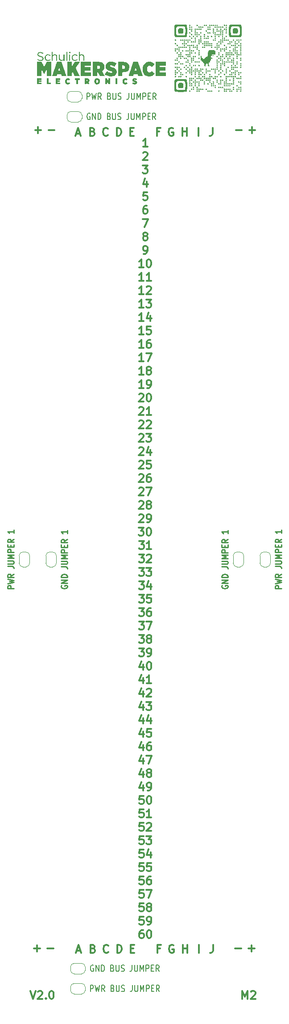
<source format=gto>
G04 #@! TF.GenerationSoftware,KiCad,Pcbnew,8.0.2*
G04 #@! TF.CreationDate,2024-08-26T09:50:47-06:00*
G04 #@! TF.ProjectId,Perfboard_1_Vertical,50657266-626f-4617-9264-5f315f566572,rev?*
G04 #@! TF.SameCoordinates,Original*
G04 #@! TF.FileFunction,Legend,Top*
G04 #@! TF.FilePolarity,Positive*
%FSLAX46Y46*%
G04 Gerber Fmt 4.6, Leading zero omitted, Abs format (unit mm)*
G04 Created by KiCad (PCBNEW 8.0.2) date 2024-08-26 09:50:47*
%MOMM*%
%LPD*%
G01*
G04 APERTURE LIST*
G04 Aperture macros list*
%AMFreePoly0*
4,1,19,0.500000,-0.750000,0.000000,-0.750000,0.000000,-0.744911,-0.071157,-0.744911,-0.207708,-0.704816,-0.327430,-0.627875,-0.420627,-0.520320,-0.479746,-0.390866,-0.500000,-0.250000,-0.500000,0.250000,-0.479746,0.390866,-0.420627,0.520320,-0.327430,0.627875,-0.207708,0.704816,-0.071157,0.744911,0.000000,0.744911,0.000000,0.750000,0.500000,0.750000,0.500000,-0.750000,0.500000,-0.750000,
$1*%
%AMFreePoly1*
4,1,19,0.000000,0.744911,0.071157,0.744911,0.207708,0.704816,0.327430,0.627875,0.420627,0.520320,0.479746,0.390866,0.500000,0.250000,0.500000,-0.250000,0.479746,-0.390866,0.420627,-0.520320,0.327430,-0.627875,0.207708,-0.704816,0.071157,-0.744911,0.000000,-0.744911,0.000000,-0.750000,-0.500000,-0.750000,-0.500000,0.750000,0.000000,0.750000,0.000000,0.744911,0.000000,0.744911,
$1*%
G04 Aperture macros list end*
%ADD10C,0.300000*%
%ADD11C,0.200000*%
%ADD12C,0.250000*%
%ADD13C,0.120000*%
%ADD14C,0.000000*%
%ADD15C,2.600000*%
%ADD16C,3.800000*%
%ADD17C,1.803200*%
%ADD18FreePoly0,0.000000*%
%ADD19FreePoly1,0.000000*%
%ADD20FreePoly0,90.000000*%
%ADD21FreePoly1,90.000000*%
%ADD22FreePoly0,270.000000*%
%ADD23FreePoly1,270.000000*%
G04 APERTURE END LIST*
D10*
X111816225Y-86442828D02*
X110959082Y-86442828D01*
X111387653Y-86442828D02*
X111387653Y-84942828D01*
X111387653Y-84942828D02*
X111244796Y-85157114D01*
X111244796Y-85157114D02*
X111101939Y-85299971D01*
X111101939Y-85299971D02*
X110959082Y-85371400D01*
X113101939Y-85442828D02*
X113101939Y-86442828D01*
X112744796Y-84871400D02*
X112387653Y-85942828D01*
X112387653Y-85942828D02*
X113316224Y-85942828D01*
X110947653Y-135742828D02*
X111876225Y-135742828D01*
X111876225Y-135742828D02*
X111376225Y-136314257D01*
X111376225Y-136314257D02*
X111590510Y-136314257D01*
X111590510Y-136314257D02*
X111733368Y-136385685D01*
X111733368Y-136385685D02*
X111804796Y-136457114D01*
X111804796Y-136457114D02*
X111876225Y-136599971D01*
X111876225Y-136599971D02*
X111876225Y-136957114D01*
X111876225Y-136957114D02*
X111804796Y-137099971D01*
X111804796Y-137099971D02*
X111733368Y-137171400D01*
X111733368Y-137171400D02*
X111590510Y-137242828D01*
X111590510Y-137242828D02*
X111161939Y-137242828D01*
X111161939Y-137242828D02*
X111019082Y-137171400D01*
X111019082Y-137171400D02*
X110947653Y-137099971D01*
X113161939Y-136242828D02*
X113161939Y-137242828D01*
X112804796Y-135671400D02*
X112447653Y-136742828D01*
X112447653Y-136742828D02*
X113376224Y-136742828D01*
X112578225Y-53422828D02*
X111721082Y-53422828D01*
X112149653Y-53422828D02*
X112149653Y-51922828D01*
X112149653Y-51922828D02*
X112006796Y-52137114D01*
X112006796Y-52137114D02*
X111863939Y-52279971D01*
X111863939Y-52279971D02*
X111721082Y-52351400D01*
X110959082Y-113025685D02*
X111030510Y-112954257D01*
X111030510Y-112954257D02*
X111173368Y-112882828D01*
X111173368Y-112882828D02*
X111530510Y-112882828D01*
X111530510Y-112882828D02*
X111673368Y-112954257D01*
X111673368Y-112954257D02*
X111744796Y-113025685D01*
X111744796Y-113025685D02*
X111816225Y-113168542D01*
X111816225Y-113168542D02*
X111816225Y-113311400D01*
X111816225Y-113311400D02*
X111744796Y-113525685D01*
X111744796Y-113525685D02*
X110887653Y-114382828D01*
X110887653Y-114382828D02*
X111816225Y-114382828D01*
X113173367Y-112882828D02*
X112459081Y-112882828D01*
X112459081Y-112882828D02*
X112387653Y-113597114D01*
X112387653Y-113597114D02*
X112459081Y-113525685D01*
X112459081Y-113525685D02*
X112601939Y-113454257D01*
X112601939Y-113454257D02*
X112959081Y-113454257D01*
X112959081Y-113454257D02*
X113101939Y-113525685D01*
X113101939Y-113525685D02*
X113173367Y-113597114D01*
X113173367Y-113597114D02*
X113244796Y-113739971D01*
X113244796Y-113739971D02*
X113244796Y-114097114D01*
X113244796Y-114097114D02*
X113173367Y-114239971D01*
X113173367Y-114239971D02*
X113101939Y-114311400D01*
X113101939Y-114311400D02*
X112959081Y-114382828D01*
X112959081Y-114382828D02*
X112601939Y-114382828D01*
X112601939Y-114382828D02*
X112459081Y-114311400D01*
X112459081Y-114311400D02*
X112387653Y-114239971D01*
X93564510Y-205251400D02*
X94707368Y-205251400D01*
X119253654Y-206076828D02*
X119253654Y-204576828D01*
X119253654Y-205291114D02*
X120110797Y-205291114D01*
X120110797Y-206076828D02*
X120110797Y-204576828D01*
X109347654Y-205291114D02*
X109847654Y-205291114D01*
X110061940Y-206076828D02*
X109347654Y-206076828D01*
X109347654Y-206076828D02*
X109347654Y-204576828D01*
X109347654Y-204576828D02*
X110061940Y-204576828D01*
X110959082Y-100325685D02*
X111030510Y-100254257D01*
X111030510Y-100254257D02*
X111173368Y-100182828D01*
X111173368Y-100182828D02*
X111530510Y-100182828D01*
X111530510Y-100182828D02*
X111673368Y-100254257D01*
X111673368Y-100254257D02*
X111744796Y-100325685D01*
X111744796Y-100325685D02*
X111816225Y-100468542D01*
X111816225Y-100468542D02*
X111816225Y-100611400D01*
X111816225Y-100611400D02*
X111744796Y-100825685D01*
X111744796Y-100825685D02*
X110887653Y-101682828D01*
X110887653Y-101682828D02*
X111816225Y-101682828D01*
X112744796Y-100182828D02*
X112887653Y-100182828D01*
X112887653Y-100182828D02*
X113030510Y-100254257D01*
X113030510Y-100254257D02*
X113101939Y-100325685D01*
X113101939Y-100325685D02*
X113173367Y-100468542D01*
X113173367Y-100468542D02*
X113244796Y-100754257D01*
X113244796Y-100754257D02*
X113244796Y-101111400D01*
X113244796Y-101111400D02*
X113173367Y-101397114D01*
X113173367Y-101397114D02*
X113101939Y-101539971D01*
X113101939Y-101539971D02*
X113030510Y-101611400D01*
X113030510Y-101611400D02*
X112887653Y-101682828D01*
X112887653Y-101682828D02*
X112744796Y-101682828D01*
X112744796Y-101682828D02*
X112601939Y-101611400D01*
X112601939Y-101611400D02*
X112530510Y-101539971D01*
X112530510Y-101539971D02*
X112459081Y-101397114D01*
X112459081Y-101397114D02*
X112387653Y-101111400D01*
X112387653Y-101111400D02*
X112387653Y-100754257D01*
X112387653Y-100754257D02*
X112459081Y-100468542D01*
X112459081Y-100468542D02*
X112530510Y-100325685D01*
X112530510Y-100325685D02*
X112601939Y-100254257D01*
X112601939Y-100254257D02*
X112744796Y-100182828D01*
X110947653Y-148442828D02*
X111876225Y-148442828D01*
X111876225Y-148442828D02*
X111376225Y-149014257D01*
X111376225Y-149014257D02*
X111590510Y-149014257D01*
X111590510Y-149014257D02*
X111733368Y-149085685D01*
X111733368Y-149085685D02*
X111804796Y-149157114D01*
X111804796Y-149157114D02*
X111876225Y-149299971D01*
X111876225Y-149299971D02*
X111876225Y-149657114D01*
X111876225Y-149657114D02*
X111804796Y-149799971D01*
X111804796Y-149799971D02*
X111733368Y-149871400D01*
X111733368Y-149871400D02*
X111590510Y-149942828D01*
X111590510Y-149942828D02*
X111161939Y-149942828D01*
X111161939Y-149942828D02*
X111019082Y-149871400D01*
X111019082Y-149871400D02*
X110947653Y-149799971D01*
X112590510Y-149942828D02*
X112876224Y-149942828D01*
X112876224Y-149942828D02*
X113019081Y-149871400D01*
X113019081Y-149871400D02*
X113090510Y-149799971D01*
X113090510Y-149799971D02*
X113233367Y-149585685D01*
X113233367Y-149585685D02*
X113304796Y-149299971D01*
X113304796Y-149299971D02*
X113304796Y-148728542D01*
X113304796Y-148728542D02*
X113233367Y-148585685D01*
X113233367Y-148585685D02*
X113161939Y-148514257D01*
X113161939Y-148514257D02*
X113019081Y-148442828D01*
X113019081Y-148442828D02*
X112733367Y-148442828D01*
X112733367Y-148442828D02*
X112590510Y-148514257D01*
X112590510Y-148514257D02*
X112519081Y-148585685D01*
X112519081Y-148585685D02*
X112447653Y-148728542D01*
X112447653Y-148728542D02*
X112447653Y-149085685D01*
X112447653Y-149085685D02*
X112519081Y-149228542D01*
X112519081Y-149228542D02*
X112590510Y-149299971D01*
X112590510Y-149299971D02*
X112733367Y-149371400D01*
X112733367Y-149371400D02*
X113019081Y-149371400D01*
X113019081Y-149371400D02*
X113161939Y-149299971D01*
X113161939Y-149299971D02*
X113233367Y-149228542D01*
X113233367Y-149228542D02*
X113304796Y-149085685D01*
X111816225Y-81362828D02*
X110959082Y-81362828D01*
X111387653Y-81362828D02*
X111387653Y-79862828D01*
X111387653Y-79862828D02*
X111244796Y-80077114D01*
X111244796Y-80077114D02*
X111101939Y-80219971D01*
X111101939Y-80219971D02*
X110959082Y-80291400D01*
X112387653Y-80005685D02*
X112459081Y-79934257D01*
X112459081Y-79934257D02*
X112601939Y-79862828D01*
X112601939Y-79862828D02*
X112959081Y-79862828D01*
X112959081Y-79862828D02*
X113101939Y-79934257D01*
X113101939Y-79934257D02*
X113173367Y-80005685D01*
X113173367Y-80005685D02*
X113244796Y-80148542D01*
X113244796Y-80148542D02*
X113244796Y-80291400D01*
X113244796Y-80291400D02*
X113173367Y-80505685D01*
X113173367Y-80505685D02*
X112316224Y-81362828D01*
X112316224Y-81362828D02*
X113244796Y-81362828D01*
X111733368Y-166722828D02*
X111733368Y-167722828D01*
X111376225Y-166151400D02*
X111019082Y-167222828D01*
X111019082Y-167222828D02*
X111947653Y-167222828D01*
X113161939Y-166222828D02*
X112876224Y-166222828D01*
X112876224Y-166222828D02*
X112733367Y-166294257D01*
X112733367Y-166294257D02*
X112661939Y-166365685D01*
X112661939Y-166365685D02*
X112519081Y-166579971D01*
X112519081Y-166579971D02*
X112447653Y-166865685D01*
X112447653Y-166865685D02*
X112447653Y-167437114D01*
X112447653Y-167437114D02*
X112519081Y-167579971D01*
X112519081Y-167579971D02*
X112590510Y-167651400D01*
X112590510Y-167651400D02*
X112733367Y-167722828D01*
X112733367Y-167722828D02*
X113019081Y-167722828D01*
X113019081Y-167722828D02*
X113161939Y-167651400D01*
X113161939Y-167651400D02*
X113233367Y-167579971D01*
X113233367Y-167579971D02*
X113304796Y-167437114D01*
X113304796Y-167437114D02*
X113304796Y-167079971D01*
X113304796Y-167079971D02*
X113233367Y-166937114D01*
X113233367Y-166937114D02*
X113161939Y-166865685D01*
X113161939Y-166865685D02*
X113019081Y-166794257D01*
X113019081Y-166794257D02*
X112733367Y-166794257D01*
X112733367Y-166794257D02*
X112590510Y-166865685D01*
X112590510Y-166865685D02*
X112519081Y-166937114D01*
X112519081Y-166937114D02*
X112447653Y-167079971D01*
X111721082Y-54605685D02*
X111792510Y-54534257D01*
X111792510Y-54534257D02*
X111935368Y-54462828D01*
X111935368Y-54462828D02*
X112292510Y-54462828D01*
X112292510Y-54462828D02*
X112435368Y-54534257D01*
X112435368Y-54534257D02*
X112506796Y-54605685D01*
X112506796Y-54605685D02*
X112578225Y-54748542D01*
X112578225Y-54748542D02*
X112578225Y-54891400D01*
X112578225Y-54891400D02*
X112506796Y-55105685D01*
X112506796Y-55105685D02*
X111649653Y-55962828D01*
X111649653Y-55962828D02*
X112578225Y-55962828D01*
X109252510Y-50605114D02*
X109752510Y-50605114D01*
X109966796Y-51390828D02*
X109252510Y-51390828D01*
X109252510Y-51390828D02*
X109252510Y-49890828D01*
X109252510Y-49890828D02*
X109966796Y-49890828D01*
X124921082Y-49890828D02*
X124921082Y-50962257D01*
X124921082Y-50962257D02*
X124849653Y-51176542D01*
X124849653Y-51176542D02*
X124706796Y-51319400D01*
X124706796Y-51319400D02*
X124492510Y-51390828D01*
X124492510Y-51390828D02*
X124349653Y-51390828D01*
X122206510Y-51390828D02*
X122206510Y-49890828D01*
X105124797Y-205933971D02*
X105053369Y-206005400D01*
X105053369Y-206005400D02*
X104839083Y-206076828D01*
X104839083Y-206076828D02*
X104696226Y-206076828D01*
X104696226Y-206076828D02*
X104481940Y-206005400D01*
X104481940Y-206005400D02*
X104339083Y-205862542D01*
X104339083Y-205862542D02*
X104267654Y-205719685D01*
X104267654Y-205719685D02*
X104196226Y-205433971D01*
X104196226Y-205433971D02*
X104196226Y-205219685D01*
X104196226Y-205219685D02*
X104267654Y-204933971D01*
X104267654Y-204933971D02*
X104339083Y-204791114D01*
X104339083Y-204791114D02*
X104481940Y-204648257D01*
X104481940Y-204648257D02*
X104696226Y-204576828D01*
X104696226Y-204576828D02*
X104839083Y-204576828D01*
X104839083Y-204576828D02*
X105053369Y-204648257D01*
X105053369Y-204648257D02*
X105124797Y-204719685D01*
X111733368Y-171802828D02*
X111733368Y-172802828D01*
X111376225Y-171231400D02*
X111019082Y-172302828D01*
X111019082Y-172302828D02*
X111947653Y-172302828D01*
X112733367Y-171945685D02*
X112590510Y-171874257D01*
X112590510Y-171874257D02*
X112519081Y-171802828D01*
X112519081Y-171802828D02*
X112447653Y-171659971D01*
X112447653Y-171659971D02*
X112447653Y-171588542D01*
X112447653Y-171588542D02*
X112519081Y-171445685D01*
X112519081Y-171445685D02*
X112590510Y-171374257D01*
X112590510Y-171374257D02*
X112733367Y-171302828D01*
X112733367Y-171302828D02*
X113019081Y-171302828D01*
X113019081Y-171302828D02*
X113161939Y-171374257D01*
X113161939Y-171374257D02*
X113233367Y-171445685D01*
X113233367Y-171445685D02*
X113304796Y-171588542D01*
X113304796Y-171588542D02*
X113304796Y-171659971D01*
X113304796Y-171659971D02*
X113233367Y-171802828D01*
X113233367Y-171802828D02*
X113161939Y-171874257D01*
X113161939Y-171874257D02*
X113019081Y-171945685D01*
X113019081Y-171945685D02*
X112733367Y-171945685D01*
X112733367Y-171945685D02*
X112590510Y-172017114D01*
X112590510Y-172017114D02*
X112519081Y-172088542D01*
X112519081Y-172088542D02*
X112447653Y-172231400D01*
X112447653Y-172231400D02*
X112447653Y-172517114D01*
X112447653Y-172517114D02*
X112519081Y-172659971D01*
X112519081Y-172659971D02*
X112590510Y-172731400D01*
X112590510Y-172731400D02*
X112733367Y-172802828D01*
X112733367Y-172802828D02*
X113019081Y-172802828D01*
X113019081Y-172802828D02*
X113161939Y-172731400D01*
X113161939Y-172731400D02*
X113233367Y-172659971D01*
X113233367Y-172659971D02*
X113304796Y-172517114D01*
X113304796Y-172517114D02*
X113304796Y-172231400D01*
X113304796Y-172231400D02*
X113233367Y-172088542D01*
X113233367Y-172088542D02*
X113161939Y-172017114D01*
X113161939Y-172017114D02*
X113019081Y-171945685D01*
X110959082Y-110485685D02*
X111030510Y-110414257D01*
X111030510Y-110414257D02*
X111173368Y-110342828D01*
X111173368Y-110342828D02*
X111530510Y-110342828D01*
X111530510Y-110342828D02*
X111673368Y-110414257D01*
X111673368Y-110414257D02*
X111744796Y-110485685D01*
X111744796Y-110485685D02*
X111816225Y-110628542D01*
X111816225Y-110628542D02*
X111816225Y-110771400D01*
X111816225Y-110771400D02*
X111744796Y-110985685D01*
X111744796Y-110985685D02*
X110887653Y-111842828D01*
X110887653Y-111842828D02*
X111816225Y-111842828D01*
X113101939Y-110842828D02*
X113101939Y-111842828D01*
X112744796Y-110271400D02*
X112387653Y-111342828D01*
X112387653Y-111342828D02*
X113316224Y-111342828D01*
X111649653Y-57002828D02*
X112578225Y-57002828D01*
X112578225Y-57002828D02*
X112078225Y-57574257D01*
X112078225Y-57574257D02*
X112292510Y-57574257D01*
X112292510Y-57574257D02*
X112435368Y-57645685D01*
X112435368Y-57645685D02*
X112506796Y-57717114D01*
X112506796Y-57717114D02*
X112578225Y-57859971D01*
X112578225Y-57859971D02*
X112578225Y-58217114D01*
X112578225Y-58217114D02*
X112506796Y-58359971D01*
X112506796Y-58359971D02*
X112435368Y-58431400D01*
X112435368Y-58431400D02*
X112292510Y-58502828D01*
X112292510Y-58502828D02*
X111863939Y-58502828D01*
X111863939Y-58502828D02*
X111721082Y-58431400D01*
X111721082Y-58431400D02*
X111649653Y-58359971D01*
X111804796Y-186542828D02*
X111090510Y-186542828D01*
X111090510Y-186542828D02*
X111019082Y-187257114D01*
X111019082Y-187257114D02*
X111090510Y-187185685D01*
X111090510Y-187185685D02*
X111233368Y-187114257D01*
X111233368Y-187114257D02*
X111590510Y-187114257D01*
X111590510Y-187114257D02*
X111733368Y-187185685D01*
X111733368Y-187185685D02*
X111804796Y-187257114D01*
X111804796Y-187257114D02*
X111876225Y-187399971D01*
X111876225Y-187399971D02*
X111876225Y-187757114D01*
X111876225Y-187757114D02*
X111804796Y-187899971D01*
X111804796Y-187899971D02*
X111733368Y-187971400D01*
X111733368Y-187971400D02*
X111590510Y-188042828D01*
X111590510Y-188042828D02*
X111233368Y-188042828D01*
X111233368Y-188042828D02*
X111090510Y-187971400D01*
X111090510Y-187971400D02*
X111019082Y-187899971D01*
X113161939Y-187042828D02*
X113161939Y-188042828D01*
X112804796Y-186471400D02*
X112447653Y-187542828D01*
X112447653Y-187542828D02*
X113376224Y-187542828D01*
X111816225Y-91522828D02*
X110959082Y-91522828D01*
X111387653Y-91522828D02*
X111387653Y-90022828D01*
X111387653Y-90022828D02*
X111244796Y-90237114D01*
X111244796Y-90237114D02*
X111101939Y-90379971D01*
X111101939Y-90379971D02*
X110959082Y-90451400D01*
X113101939Y-90022828D02*
X112816224Y-90022828D01*
X112816224Y-90022828D02*
X112673367Y-90094257D01*
X112673367Y-90094257D02*
X112601939Y-90165685D01*
X112601939Y-90165685D02*
X112459081Y-90379971D01*
X112459081Y-90379971D02*
X112387653Y-90665685D01*
X112387653Y-90665685D02*
X112387653Y-91237114D01*
X112387653Y-91237114D02*
X112459081Y-91379971D01*
X112459081Y-91379971D02*
X112530510Y-91451400D01*
X112530510Y-91451400D02*
X112673367Y-91522828D01*
X112673367Y-91522828D02*
X112959081Y-91522828D01*
X112959081Y-91522828D02*
X113101939Y-91451400D01*
X113101939Y-91451400D02*
X113173367Y-91379971D01*
X113173367Y-91379971D02*
X113244796Y-91237114D01*
X113244796Y-91237114D02*
X113244796Y-90879971D01*
X113244796Y-90879971D02*
X113173367Y-90737114D01*
X113173367Y-90737114D02*
X113101939Y-90665685D01*
X113101939Y-90665685D02*
X112959081Y-90594257D01*
X112959081Y-90594257D02*
X112673367Y-90594257D01*
X112673367Y-90594257D02*
X112530510Y-90665685D01*
X112530510Y-90665685D02*
X112459081Y-90737114D01*
X112459081Y-90737114D02*
X112387653Y-90879971D01*
X111733368Y-164182828D02*
X111733368Y-165182828D01*
X111376225Y-163611400D02*
X111019082Y-164682828D01*
X111019082Y-164682828D02*
X111947653Y-164682828D01*
X113233367Y-163682828D02*
X112519081Y-163682828D01*
X112519081Y-163682828D02*
X112447653Y-164397114D01*
X112447653Y-164397114D02*
X112519081Y-164325685D01*
X112519081Y-164325685D02*
X112661939Y-164254257D01*
X112661939Y-164254257D02*
X113019081Y-164254257D01*
X113019081Y-164254257D02*
X113161939Y-164325685D01*
X113161939Y-164325685D02*
X113233367Y-164397114D01*
X113233367Y-164397114D02*
X113304796Y-164539971D01*
X113304796Y-164539971D02*
X113304796Y-164897114D01*
X113304796Y-164897114D02*
X113233367Y-165039971D01*
X113233367Y-165039971D02*
X113161939Y-165111400D01*
X113161939Y-165111400D02*
X113019081Y-165182828D01*
X113019081Y-165182828D02*
X112661939Y-165182828D01*
X112661939Y-165182828D02*
X112519081Y-165111400D01*
X112519081Y-165111400D02*
X112447653Y-165039971D01*
X111733368Y-156562828D02*
X111733368Y-157562828D01*
X111376225Y-155991400D02*
X111019082Y-157062828D01*
X111019082Y-157062828D02*
X111947653Y-157062828D01*
X112447653Y-156205685D02*
X112519081Y-156134257D01*
X112519081Y-156134257D02*
X112661939Y-156062828D01*
X112661939Y-156062828D02*
X113019081Y-156062828D01*
X113019081Y-156062828D02*
X113161939Y-156134257D01*
X113161939Y-156134257D02*
X113233367Y-156205685D01*
X113233367Y-156205685D02*
X113304796Y-156348542D01*
X113304796Y-156348542D02*
X113304796Y-156491400D01*
X113304796Y-156491400D02*
X113233367Y-156705685D01*
X113233367Y-156705685D02*
X112376224Y-157562828D01*
X112376224Y-157562828D02*
X113304796Y-157562828D01*
X117499369Y-204648257D02*
X117356512Y-204576828D01*
X117356512Y-204576828D02*
X117142226Y-204576828D01*
X117142226Y-204576828D02*
X116927940Y-204648257D01*
X116927940Y-204648257D02*
X116785083Y-204791114D01*
X116785083Y-204791114D02*
X116713654Y-204933971D01*
X116713654Y-204933971D02*
X116642226Y-205219685D01*
X116642226Y-205219685D02*
X116642226Y-205433971D01*
X116642226Y-205433971D02*
X116713654Y-205719685D01*
X116713654Y-205719685D02*
X116785083Y-205862542D01*
X116785083Y-205862542D02*
X116927940Y-206005400D01*
X116927940Y-206005400D02*
X117142226Y-206076828D01*
X117142226Y-206076828D02*
X117285083Y-206076828D01*
X117285083Y-206076828D02*
X117499369Y-206005400D01*
X117499369Y-206005400D02*
X117570797Y-205933971D01*
X117570797Y-205933971D02*
X117570797Y-205433971D01*
X117570797Y-205433971D02*
X117285083Y-205433971D01*
X111649653Y-67162828D02*
X112649653Y-67162828D01*
X112649653Y-67162828D02*
X112006796Y-68662828D01*
X112435368Y-60042828D02*
X112435368Y-61042828D01*
X112078225Y-59471400D02*
X111721082Y-60542828D01*
X111721082Y-60542828D02*
X112649653Y-60542828D01*
X110947653Y-133202828D02*
X111876225Y-133202828D01*
X111876225Y-133202828D02*
X111376225Y-133774257D01*
X111376225Y-133774257D02*
X111590510Y-133774257D01*
X111590510Y-133774257D02*
X111733368Y-133845685D01*
X111733368Y-133845685D02*
X111804796Y-133917114D01*
X111804796Y-133917114D02*
X111876225Y-134059971D01*
X111876225Y-134059971D02*
X111876225Y-134417114D01*
X111876225Y-134417114D02*
X111804796Y-134559971D01*
X111804796Y-134559971D02*
X111733368Y-134631400D01*
X111733368Y-134631400D02*
X111590510Y-134702828D01*
X111590510Y-134702828D02*
X111161939Y-134702828D01*
X111161939Y-134702828D02*
X111019082Y-134631400D01*
X111019082Y-134631400D02*
X110947653Y-134559971D01*
X112376224Y-133202828D02*
X113304796Y-133202828D01*
X113304796Y-133202828D02*
X112804796Y-133774257D01*
X112804796Y-133774257D02*
X113019081Y-133774257D01*
X113019081Y-133774257D02*
X113161939Y-133845685D01*
X113161939Y-133845685D02*
X113233367Y-133917114D01*
X113233367Y-133917114D02*
X113304796Y-134059971D01*
X113304796Y-134059971D02*
X113304796Y-134417114D01*
X113304796Y-134417114D02*
X113233367Y-134559971D01*
X113233367Y-134559971D02*
X113161939Y-134631400D01*
X113161939Y-134631400D02*
X113019081Y-134702828D01*
X113019081Y-134702828D02*
X112590510Y-134702828D01*
X112590510Y-134702828D02*
X112447653Y-134631400D01*
X112447653Y-134631400D02*
X112376224Y-134559971D01*
X99021082Y-50962257D02*
X99735368Y-50962257D01*
X98878225Y-51390828D02*
X99378225Y-49890828D01*
X99378225Y-49890828D02*
X99878225Y-51390828D01*
X111804796Y-181462828D02*
X111090510Y-181462828D01*
X111090510Y-181462828D02*
X111019082Y-182177114D01*
X111019082Y-182177114D02*
X111090510Y-182105685D01*
X111090510Y-182105685D02*
X111233368Y-182034257D01*
X111233368Y-182034257D02*
X111590510Y-182034257D01*
X111590510Y-182034257D02*
X111733368Y-182105685D01*
X111733368Y-182105685D02*
X111804796Y-182177114D01*
X111804796Y-182177114D02*
X111876225Y-182319971D01*
X111876225Y-182319971D02*
X111876225Y-182677114D01*
X111876225Y-182677114D02*
X111804796Y-182819971D01*
X111804796Y-182819971D02*
X111733368Y-182891400D01*
X111733368Y-182891400D02*
X111590510Y-182962828D01*
X111590510Y-182962828D02*
X111233368Y-182962828D01*
X111233368Y-182962828D02*
X111090510Y-182891400D01*
X111090510Y-182891400D02*
X111019082Y-182819971D01*
X112447653Y-181605685D02*
X112519081Y-181534257D01*
X112519081Y-181534257D02*
X112661939Y-181462828D01*
X112661939Y-181462828D02*
X113019081Y-181462828D01*
X113019081Y-181462828D02*
X113161939Y-181534257D01*
X113161939Y-181534257D02*
X113233367Y-181605685D01*
X113233367Y-181605685D02*
X113304796Y-181748542D01*
X113304796Y-181748542D02*
X113304796Y-181891400D01*
X113304796Y-181891400D02*
X113233367Y-182105685D01*
X113233367Y-182105685D02*
X112376224Y-182962828D01*
X112376224Y-182962828D02*
X113304796Y-182962828D01*
X129207368Y-205251400D02*
X130350226Y-205251400D01*
X110959082Y-123185685D02*
X111030510Y-123114257D01*
X111030510Y-123114257D02*
X111173368Y-123042828D01*
X111173368Y-123042828D02*
X111530510Y-123042828D01*
X111530510Y-123042828D02*
X111673368Y-123114257D01*
X111673368Y-123114257D02*
X111744796Y-123185685D01*
X111744796Y-123185685D02*
X111816225Y-123328542D01*
X111816225Y-123328542D02*
X111816225Y-123471400D01*
X111816225Y-123471400D02*
X111744796Y-123685685D01*
X111744796Y-123685685D02*
X110887653Y-124542828D01*
X110887653Y-124542828D02*
X111816225Y-124542828D01*
X112530510Y-124542828D02*
X112816224Y-124542828D01*
X112816224Y-124542828D02*
X112959081Y-124471400D01*
X112959081Y-124471400D02*
X113030510Y-124399971D01*
X113030510Y-124399971D02*
X113173367Y-124185685D01*
X113173367Y-124185685D02*
X113244796Y-123899971D01*
X113244796Y-123899971D02*
X113244796Y-123328542D01*
X113244796Y-123328542D02*
X113173367Y-123185685D01*
X113173367Y-123185685D02*
X113101939Y-123114257D01*
X113101939Y-123114257D02*
X112959081Y-123042828D01*
X112959081Y-123042828D02*
X112673367Y-123042828D01*
X112673367Y-123042828D02*
X112530510Y-123114257D01*
X112530510Y-123114257D02*
X112459081Y-123185685D01*
X112459081Y-123185685D02*
X112387653Y-123328542D01*
X112387653Y-123328542D02*
X112387653Y-123685685D01*
X112387653Y-123685685D02*
X112459081Y-123828542D01*
X112459081Y-123828542D02*
X112530510Y-123899971D01*
X112530510Y-123899971D02*
X112673367Y-123971400D01*
X112673367Y-123971400D02*
X112959081Y-123971400D01*
X112959081Y-123971400D02*
X113101939Y-123899971D01*
X113101939Y-123899971D02*
X113173367Y-123828542D01*
X113173367Y-123828542D02*
X113244796Y-123685685D01*
X110959082Y-107945685D02*
X111030510Y-107874257D01*
X111030510Y-107874257D02*
X111173368Y-107802828D01*
X111173368Y-107802828D02*
X111530510Y-107802828D01*
X111530510Y-107802828D02*
X111673368Y-107874257D01*
X111673368Y-107874257D02*
X111744796Y-107945685D01*
X111744796Y-107945685D02*
X111816225Y-108088542D01*
X111816225Y-108088542D02*
X111816225Y-108231400D01*
X111816225Y-108231400D02*
X111744796Y-108445685D01*
X111744796Y-108445685D02*
X110887653Y-109302828D01*
X110887653Y-109302828D02*
X111816225Y-109302828D01*
X112316224Y-107802828D02*
X113244796Y-107802828D01*
X113244796Y-107802828D02*
X112744796Y-108374257D01*
X112744796Y-108374257D02*
X112959081Y-108374257D01*
X112959081Y-108374257D02*
X113101939Y-108445685D01*
X113101939Y-108445685D02*
X113173367Y-108517114D01*
X113173367Y-108517114D02*
X113244796Y-108659971D01*
X113244796Y-108659971D02*
X113244796Y-109017114D01*
X113244796Y-109017114D02*
X113173367Y-109159971D01*
X113173367Y-109159971D02*
X113101939Y-109231400D01*
X113101939Y-109231400D02*
X112959081Y-109302828D01*
X112959081Y-109302828D02*
X112530510Y-109302828D01*
X112530510Y-109302828D02*
X112387653Y-109231400D01*
X112387653Y-109231400D02*
X112316224Y-109159971D01*
X114927654Y-205291114D02*
X114427654Y-205291114D01*
X114427654Y-206076828D02*
X114427654Y-204576828D01*
X114427654Y-204576828D02*
X115141940Y-204576828D01*
X111816225Y-83902828D02*
X110959082Y-83902828D01*
X111387653Y-83902828D02*
X111387653Y-82402828D01*
X111387653Y-82402828D02*
X111244796Y-82617114D01*
X111244796Y-82617114D02*
X111101939Y-82759971D01*
X111101939Y-82759971D02*
X110959082Y-82831400D01*
X112316224Y-82402828D02*
X113244796Y-82402828D01*
X113244796Y-82402828D02*
X112744796Y-82974257D01*
X112744796Y-82974257D02*
X112959081Y-82974257D01*
X112959081Y-82974257D02*
X113101939Y-83045685D01*
X113101939Y-83045685D02*
X113173367Y-83117114D01*
X113173367Y-83117114D02*
X113244796Y-83259971D01*
X113244796Y-83259971D02*
X113244796Y-83617114D01*
X113244796Y-83617114D02*
X113173367Y-83759971D01*
X113173367Y-83759971D02*
X113101939Y-83831400D01*
X113101939Y-83831400D02*
X112959081Y-83902828D01*
X112959081Y-83902828D02*
X112530510Y-83902828D01*
X112530510Y-83902828D02*
X112387653Y-83831400D01*
X112387653Y-83831400D02*
X112316224Y-83759971D01*
X91218510Y-50311400D02*
X92361368Y-50311400D01*
X91789939Y-50882828D02*
X91789939Y-49739971D01*
X111733368Y-174342828D02*
X111733368Y-175342828D01*
X111376225Y-173771400D02*
X111019082Y-174842828D01*
X111019082Y-174842828D02*
X111947653Y-174842828D01*
X112590510Y-175342828D02*
X112876224Y-175342828D01*
X112876224Y-175342828D02*
X113019081Y-175271400D01*
X113019081Y-175271400D02*
X113090510Y-175199971D01*
X113090510Y-175199971D02*
X113233367Y-174985685D01*
X113233367Y-174985685D02*
X113304796Y-174699971D01*
X113304796Y-174699971D02*
X113304796Y-174128542D01*
X113304796Y-174128542D02*
X113233367Y-173985685D01*
X113233367Y-173985685D02*
X113161939Y-173914257D01*
X113161939Y-173914257D02*
X113019081Y-173842828D01*
X113019081Y-173842828D02*
X112733367Y-173842828D01*
X112733367Y-173842828D02*
X112590510Y-173914257D01*
X112590510Y-173914257D02*
X112519081Y-173985685D01*
X112519081Y-173985685D02*
X112447653Y-174128542D01*
X112447653Y-174128542D02*
X112447653Y-174485685D01*
X112447653Y-174485685D02*
X112519081Y-174628542D01*
X112519081Y-174628542D02*
X112590510Y-174699971D01*
X112590510Y-174699971D02*
X112733367Y-174771400D01*
X112733367Y-174771400D02*
X113019081Y-174771400D01*
X113019081Y-174771400D02*
X113161939Y-174699971D01*
X113161939Y-174699971D02*
X113233367Y-174628542D01*
X113233367Y-174628542D02*
X113304796Y-174485685D01*
X111733368Y-159102828D02*
X111733368Y-160102828D01*
X111376225Y-158531400D02*
X111019082Y-159602828D01*
X111019082Y-159602828D02*
X111947653Y-159602828D01*
X112376224Y-158602828D02*
X113304796Y-158602828D01*
X113304796Y-158602828D02*
X112804796Y-159174257D01*
X112804796Y-159174257D02*
X113019081Y-159174257D01*
X113019081Y-159174257D02*
X113161939Y-159245685D01*
X113161939Y-159245685D02*
X113233367Y-159317114D01*
X113233367Y-159317114D02*
X113304796Y-159459971D01*
X113304796Y-159459971D02*
X113304796Y-159817114D01*
X113304796Y-159817114D02*
X113233367Y-159959971D01*
X113233367Y-159959971D02*
X113161939Y-160031400D01*
X113161939Y-160031400D02*
X113019081Y-160102828D01*
X113019081Y-160102828D02*
X112590510Y-160102828D01*
X112590510Y-160102828D02*
X112447653Y-160031400D01*
X112447653Y-160031400D02*
X112376224Y-159959971D01*
X112435368Y-64622828D02*
X112149653Y-64622828D01*
X112149653Y-64622828D02*
X112006796Y-64694257D01*
X112006796Y-64694257D02*
X111935368Y-64765685D01*
X111935368Y-64765685D02*
X111792510Y-64979971D01*
X111792510Y-64979971D02*
X111721082Y-65265685D01*
X111721082Y-65265685D02*
X111721082Y-65837114D01*
X111721082Y-65837114D02*
X111792510Y-65979971D01*
X111792510Y-65979971D02*
X111863939Y-66051400D01*
X111863939Y-66051400D02*
X112006796Y-66122828D01*
X112006796Y-66122828D02*
X112292510Y-66122828D01*
X112292510Y-66122828D02*
X112435368Y-66051400D01*
X112435368Y-66051400D02*
X112506796Y-65979971D01*
X112506796Y-65979971D02*
X112578225Y-65837114D01*
X112578225Y-65837114D02*
X112578225Y-65479971D01*
X112578225Y-65479971D02*
X112506796Y-65337114D01*
X112506796Y-65337114D02*
X112435368Y-65265685D01*
X112435368Y-65265685D02*
X112292510Y-65194257D01*
X112292510Y-65194257D02*
X112006796Y-65194257D01*
X112006796Y-65194257D02*
X111863939Y-65265685D01*
X111863939Y-65265685D02*
X111792510Y-65337114D01*
X111792510Y-65337114D02*
X111721082Y-65479971D01*
X111816225Y-78822828D02*
X110959082Y-78822828D01*
X111387653Y-78822828D02*
X111387653Y-77322828D01*
X111387653Y-77322828D02*
X111244796Y-77537114D01*
X111244796Y-77537114D02*
X111101939Y-77679971D01*
X111101939Y-77679971D02*
X110959082Y-77751400D01*
X113244796Y-78822828D02*
X112387653Y-78822828D01*
X112816224Y-78822828D02*
X112816224Y-77322828D01*
X112816224Y-77322828D02*
X112673367Y-77537114D01*
X112673367Y-77537114D02*
X112530510Y-77679971D01*
X112530510Y-77679971D02*
X112387653Y-77751400D01*
X111816225Y-88982828D02*
X110959082Y-88982828D01*
X111387653Y-88982828D02*
X111387653Y-87482828D01*
X111387653Y-87482828D02*
X111244796Y-87697114D01*
X111244796Y-87697114D02*
X111101939Y-87839971D01*
X111101939Y-87839971D02*
X110959082Y-87911400D01*
X113173367Y-87482828D02*
X112459081Y-87482828D01*
X112459081Y-87482828D02*
X112387653Y-88197114D01*
X112387653Y-88197114D02*
X112459081Y-88125685D01*
X112459081Y-88125685D02*
X112601939Y-88054257D01*
X112601939Y-88054257D02*
X112959081Y-88054257D01*
X112959081Y-88054257D02*
X113101939Y-88125685D01*
X113101939Y-88125685D02*
X113173367Y-88197114D01*
X113173367Y-88197114D02*
X113244796Y-88339971D01*
X113244796Y-88339971D02*
X113244796Y-88697114D01*
X113244796Y-88697114D02*
X113173367Y-88839971D01*
X113173367Y-88839971D02*
X113101939Y-88911400D01*
X113101939Y-88911400D02*
X112959081Y-88982828D01*
X112959081Y-88982828D02*
X112601939Y-88982828D01*
X112601939Y-88982828D02*
X112459081Y-88911400D01*
X112459081Y-88911400D02*
X112387653Y-88839971D01*
X110947653Y-140822828D02*
X111876225Y-140822828D01*
X111876225Y-140822828D02*
X111376225Y-141394257D01*
X111376225Y-141394257D02*
X111590510Y-141394257D01*
X111590510Y-141394257D02*
X111733368Y-141465685D01*
X111733368Y-141465685D02*
X111804796Y-141537114D01*
X111804796Y-141537114D02*
X111876225Y-141679971D01*
X111876225Y-141679971D02*
X111876225Y-142037114D01*
X111876225Y-142037114D02*
X111804796Y-142179971D01*
X111804796Y-142179971D02*
X111733368Y-142251400D01*
X111733368Y-142251400D02*
X111590510Y-142322828D01*
X111590510Y-142322828D02*
X111161939Y-142322828D01*
X111161939Y-142322828D02*
X111019082Y-142251400D01*
X111019082Y-142251400D02*
X110947653Y-142179971D01*
X113161939Y-140822828D02*
X112876224Y-140822828D01*
X112876224Y-140822828D02*
X112733367Y-140894257D01*
X112733367Y-140894257D02*
X112661939Y-140965685D01*
X112661939Y-140965685D02*
X112519081Y-141179971D01*
X112519081Y-141179971D02*
X112447653Y-141465685D01*
X112447653Y-141465685D02*
X112447653Y-142037114D01*
X112447653Y-142037114D02*
X112519081Y-142179971D01*
X112519081Y-142179971D02*
X112590510Y-142251400D01*
X112590510Y-142251400D02*
X112733367Y-142322828D01*
X112733367Y-142322828D02*
X113019081Y-142322828D01*
X113019081Y-142322828D02*
X113161939Y-142251400D01*
X113161939Y-142251400D02*
X113233367Y-142179971D01*
X113233367Y-142179971D02*
X113304796Y-142037114D01*
X113304796Y-142037114D02*
X113304796Y-141679971D01*
X113304796Y-141679971D02*
X113233367Y-141537114D01*
X113233367Y-141537114D02*
X113161939Y-141465685D01*
X113161939Y-141465685D02*
X113019081Y-141394257D01*
X113019081Y-141394257D02*
X112733367Y-141394257D01*
X112733367Y-141394257D02*
X112590510Y-141465685D01*
X112590510Y-141465685D02*
X112519081Y-141537114D01*
X112519081Y-141537114D02*
X112447653Y-141679971D01*
X110959082Y-105405685D02*
X111030510Y-105334257D01*
X111030510Y-105334257D02*
X111173368Y-105262828D01*
X111173368Y-105262828D02*
X111530510Y-105262828D01*
X111530510Y-105262828D02*
X111673368Y-105334257D01*
X111673368Y-105334257D02*
X111744796Y-105405685D01*
X111744796Y-105405685D02*
X111816225Y-105548542D01*
X111816225Y-105548542D02*
X111816225Y-105691400D01*
X111816225Y-105691400D02*
X111744796Y-105905685D01*
X111744796Y-105905685D02*
X110887653Y-106762828D01*
X110887653Y-106762828D02*
X111816225Y-106762828D01*
X112387653Y-105405685D02*
X112459081Y-105334257D01*
X112459081Y-105334257D02*
X112601939Y-105262828D01*
X112601939Y-105262828D02*
X112959081Y-105262828D01*
X112959081Y-105262828D02*
X113101939Y-105334257D01*
X113101939Y-105334257D02*
X113173367Y-105405685D01*
X113173367Y-105405685D02*
X113244796Y-105548542D01*
X113244796Y-105548542D02*
X113244796Y-105691400D01*
X113244796Y-105691400D02*
X113173367Y-105905685D01*
X113173367Y-105905685D02*
X112316224Y-106762828D01*
X112316224Y-106762828D02*
X113244796Y-106762828D01*
X90340225Y-213300828D02*
X90840225Y-214800828D01*
X90840225Y-214800828D02*
X91340225Y-213300828D01*
X91768796Y-213443685D02*
X91840224Y-213372257D01*
X91840224Y-213372257D02*
X91983082Y-213300828D01*
X91983082Y-213300828D02*
X92340224Y-213300828D01*
X92340224Y-213300828D02*
X92483082Y-213372257D01*
X92483082Y-213372257D02*
X92554510Y-213443685D01*
X92554510Y-213443685D02*
X92625939Y-213586542D01*
X92625939Y-213586542D02*
X92625939Y-213729400D01*
X92625939Y-213729400D02*
X92554510Y-213943685D01*
X92554510Y-213943685D02*
X91697367Y-214800828D01*
X91697367Y-214800828D02*
X92625939Y-214800828D01*
X93268795Y-214657971D02*
X93340224Y-214729400D01*
X93340224Y-214729400D02*
X93268795Y-214800828D01*
X93268795Y-214800828D02*
X93197367Y-214729400D01*
X93197367Y-214729400D02*
X93268795Y-214657971D01*
X93268795Y-214657971D02*
X93268795Y-214800828D01*
X94268796Y-213300828D02*
X94411653Y-213300828D01*
X94411653Y-213300828D02*
X94554510Y-213372257D01*
X94554510Y-213372257D02*
X94625939Y-213443685D01*
X94625939Y-213443685D02*
X94697367Y-213586542D01*
X94697367Y-213586542D02*
X94768796Y-213872257D01*
X94768796Y-213872257D02*
X94768796Y-214229400D01*
X94768796Y-214229400D02*
X94697367Y-214515114D01*
X94697367Y-214515114D02*
X94625939Y-214657971D01*
X94625939Y-214657971D02*
X94554510Y-214729400D01*
X94554510Y-214729400D02*
X94411653Y-214800828D01*
X94411653Y-214800828D02*
X94268796Y-214800828D01*
X94268796Y-214800828D02*
X94125939Y-214729400D01*
X94125939Y-214729400D02*
X94054510Y-214657971D01*
X94054510Y-214657971D02*
X93983081Y-214515114D01*
X93983081Y-214515114D02*
X93911653Y-214229400D01*
X93911653Y-214229400D02*
X93911653Y-213872257D01*
X93911653Y-213872257D02*
X93983081Y-213586542D01*
X93983081Y-213586542D02*
X94054510Y-213443685D01*
X94054510Y-213443685D02*
X94125939Y-213372257D01*
X94125939Y-213372257D02*
X94268796Y-213300828D01*
X102132510Y-50605114D02*
X102346796Y-50676542D01*
X102346796Y-50676542D02*
X102418225Y-50747971D01*
X102418225Y-50747971D02*
X102489653Y-50890828D01*
X102489653Y-50890828D02*
X102489653Y-51105114D01*
X102489653Y-51105114D02*
X102418225Y-51247971D01*
X102418225Y-51247971D02*
X102346796Y-51319400D01*
X102346796Y-51319400D02*
X102203939Y-51390828D01*
X102203939Y-51390828D02*
X101632510Y-51390828D01*
X101632510Y-51390828D02*
X101632510Y-49890828D01*
X101632510Y-49890828D02*
X102132510Y-49890828D01*
X102132510Y-49890828D02*
X102275368Y-49962257D01*
X102275368Y-49962257D02*
X102346796Y-50033685D01*
X102346796Y-50033685D02*
X102418225Y-50176542D01*
X102418225Y-50176542D02*
X102418225Y-50319400D01*
X102418225Y-50319400D02*
X102346796Y-50462257D01*
X102346796Y-50462257D02*
X102275368Y-50533685D01*
X102275368Y-50533685D02*
X102132510Y-50605114D01*
X102132510Y-50605114D02*
X101632510Y-50605114D01*
X111733368Y-169262828D02*
X111733368Y-170262828D01*
X111376225Y-168691400D02*
X111019082Y-169762828D01*
X111019082Y-169762828D02*
X111947653Y-169762828D01*
X112376224Y-168762828D02*
X113376224Y-168762828D01*
X113376224Y-168762828D02*
X112733367Y-170262828D01*
X110947653Y-143362828D02*
X111876225Y-143362828D01*
X111876225Y-143362828D02*
X111376225Y-143934257D01*
X111376225Y-143934257D02*
X111590510Y-143934257D01*
X111590510Y-143934257D02*
X111733368Y-144005685D01*
X111733368Y-144005685D02*
X111804796Y-144077114D01*
X111804796Y-144077114D02*
X111876225Y-144219971D01*
X111876225Y-144219971D02*
X111876225Y-144577114D01*
X111876225Y-144577114D02*
X111804796Y-144719971D01*
X111804796Y-144719971D02*
X111733368Y-144791400D01*
X111733368Y-144791400D02*
X111590510Y-144862828D01*
X111590510Y-144862828D02*
X111161939Y-144862828D01*
X111161939Y-144862828D02*
X111019082Y-144791400D01*
X111019082Y-144791400D02*
X110947653Y-144719971D01*
X112376224Y-143362828D02*
X113376224Y-143362828D01*
X113376224Y-143362828D02*
X112733367Y-144862828D01*
X119158510Y-51390828D02*
X119158510Y-49890828D01*
X119158510Y-50605114D02*
X120015653Y-50605114D01*
X120015653Y-51390828D02*
X120015653Y-49890828D01*
X114832510Y-50605114D02*
X114332510Y-50605114D01*
X114332510Y-51390828D02*
X114332510Y-49890828D01*
X114332510Y-49890828D02*
X115046796Y-49890828D01*
X129318510Y-50311400D02*
X130461368Y-50311400D01*
X110959082Y-120645685D02*
X111030510Y-120574257D01*
X111030510Y-120574257D02*
X111173368Y-120502828D01*
X111173368Y-120502828D02*
X111530510Y-120502828D01*
X111530510Y-120502828D02*
X111673368Y-120574257D01*
X111673368Y-120574257D02*
X111744796Y-120645685D01*
X111744796Y-120645685D02*
X111816225Y-120788542D01*
X111816225Y-120788542D02*
X111816225Y-120931400D01*
X111816225Y-120931400D02*
X111744796Y-121145685D01*
X111744796Y-121145685D02*
X110887653Y-122002828D01*
X110887653Y-122002828D02*
X111816225Y-122002828D01*
X112673367Y-121145685D02*
X112530510Y-121074257D01*
X112530510Y-121074257D02*
X112459081Y-121002828D01*
X112459081Y-121002828D02*
X112387653Y-120859971D01*
X112387653Y-120859971D02*
X112387653Y-120788542D01*
X112387653Y-120788542D02*
X112459081Y-120645685D01*
X112459081Y-120645685D02*
X112530510Y-120574257D01*
X112530510Y-120574257D02*
X112673367Y-120502828D01*
X112673367Y-120502828D02*
X112959081Y-120502828D01*
X112959081Y-120502828D02*
X113101939Y-120574257D01*
X113101939Y-120574257D02*
X113173367Y-120645685D01*
X113173367Y-120645685D02*
X113244796Y-120788542D01*
X113244796Y-120788542D02*
X113244796Y-120859971D01*
X113244796Y-120859971D02*
X113173367Y-121002828D01*
X113173367Y-121002828D02*
X113101939Y-121074257D01*
X113101939Y-121074257D02*
X112959081Y-121145685D01*
X112959081Y-121145685D02*
X112673367Y-121145685D01*
X112673367Y-121145685D02*
X112530510Y-121217114D01*
X112530510Y-121217114D02*
X112459081Y-121288542D01*
X112459081Y-121288542D02*
X112387653Y-121431400D01*
X112387653Y-121431400D02*
X112387653Y-121717114D01*
X112387653Y-121717114D02*
X112459081Y-121859971D01*
X112459081Y-121859971D02*
X112530510Y-121931400D01*
X112530510Y-121931400D02*
X112673367Y-122002828D01*
X112673367Y-122002828D02*
X112959081Y-122002828D01*
X112959081Y-122002828D02*
X113101939Y-121931400D01*
X113101939Y-121931400D02*
X113173367Y-121859971D01*
X113173367Y-121859971D02*
X113244796Y-121717114D01*
X113244796Y-121717114D02*
X113244796Y-121431400D01*
X113244796Y-121431400D02*
X113173367Y-121288542D01*
X113173367Y-121288542D02*
X113101939Y-121217114D01*
X113101939Y-121217114D02*
X112959081Y-121145685D01*
X111863939Y-73742828D02*
X112149653Y-73742828D01*
X112149653Y-73742828D02*
X112292510Y-73671400D01*
X112292510Y-73671400D02*
X112363939Y-73599971D01*
X112363939Y-73599971D02*
X112506796Y-73385685D01*
X112506796Y-73385685D02*
X112578225Y-73099971D01*
X112578225Y-73099971D02*
X112578225Y-72528542D01*
X112578225Y-72528542D02*
X112506796Y-72385685D01*
X112506796Y-72385685D02*
X112435368Y-72314257D01*
X112435368Y-72314257D02*
X112292510Y-72242828D01*
X112292510Y-72242828D02*
X112006796Y-72242828D01*
X112006796Y-72242828D02*
X111863939Y-72314257D01*
X111863939Y-72314257D02*
X111792510Y-72385685D01*
X111792510Y-72385685D02*
X111721082Y-72528542D01*
X111721082Y-72528542D02*
X111721082Y-72885685D01*
X111721082Y-72885685D02*
X111792510Y-73028542D01*
X111792510Y-73028542D02*
X111863939Y-73099971D01*
X111863939Y-73099971D02*
X112006796Y-73171400D01*
X112006796Y-73171400D02*
X112292510Y-73171400D01*
X112292510Y-73171400D02*
X112435368Y-73099971D01*
X112435368Y-73099971D02*
X112506796Y-73028542D01*
X112506796Y-73028542D02*
X112578225Y-72885685D01*
X91024510Y-205251400D02*
X92167368Y-205251400D01*
X91595939Y-205822828D02*
X91595939Y-204679971D01*
X110959082Y-118105685D02*
X111030510Y-118034257D01*
X111030510Y-118034257D02*
X111173368Y-117962828D01*
X111173368Y-117962828D02*
X111530510Y-117962828D01*
X111530510Y-117962828D02*
X111673368Y-118034257D01*
X111673368Y-118034257D02*
X111744796Y-118105685D01*
X111744796Y-118105685D02*
X111816225Y-118248542D01*
X111816225Y-118248542D02*
X111816225Y-118391400D01*
X111816225Y-118391400D02*
X111744796Y-118605685D01*
X111744796Y-118605685D02*
X110887653Y-119462828D01*
X110887653Y-119462828D02*
X111816225Y-119462828D01*
X112316224Y-117962828D02*
X113316224Y-117962828D01*
X113316224Y-117962828D02*
X112673367Y-119462828D01*
X111804796Y-196702828D02*
X111090510Y-196702828D01*
X111090510Y-196702828D02*
X111019082Y-197417114D01*
X111019082Y-197417114D02*
X111090510Y-197345685D01*
X111090510Y-197345685D02*
X111233368Y-197274257D01*
X111233368Y-197274257D02*
X111590510Y-197274257D01*
X111590510Y-197274257D02*
X111733368Y-197345685D01*
X111733368Y-197345685D02*
X111804796Y-197417114D01*
X111804796Y-197417114D02*
X111876225Y-197559971D01*
X111876225Y-197559971D02*
X111876225Y-197917114D01*
X111876225Y-197917114D02*
X111804796Y-198059971D01*
X111804796Y-198059971D02*
X111733368Y-198131400D01*
X111733368Y-198131400D02*
X111590510Y-198202828D01*
X111590510Y-198202828D02*
X111233368Y-198202828D01*
X111233368Y-198202828D02*
X111090510Y-198131400D01*
X111090510Y-198131400D02*
X111019082Y-198059971D01*
X112733367Y-197345685D02*
X112590510Y-197274257D01*
X112590510Y-197274257D02*
X112519081Y-197202828D01*
X112519081Y-197202828D02*
X112447653Y-197059971D01*
X112447653Y-197059971D02*
X112447653Y-196988542D01*
X112447653Y-196988542D02*
X112519081Y-196845685D01*
X112519081Y-196845685D02*
X112590510Y-196774257D01*
X112590510Y-196774257D02*
X112733367Y-196702828D01*
X112733367Y-196702828D02*
X113019081Y-196702828D01*
X113019081Y-196702828D02*
X113161939Y-196774257D01*
X113161939Y-196774257D02*
X113233367Y-196845685D01*
X113233367Y-196845685D02*
X113304796Y-196988542D01*
X113304796Y-196988542D02*
X113304796Y-197059971D01*
X113304796Y-197059971D02*
X113233367Y-197202828D01*
X113233367Y-197202828D02*
X113161939Y-197274257D01*
X113161939Y-197274257D02*
X113019081Y-197345685D01*
X113019081Y-197345685D02*
X112733367Y-197345685D01*
X112733367Y-197345685D02*
X112590510Y-197417114D01*
X112590510Y-197417114D02*
X112519081Y-197488542D01*
X112519081Y-197488542D02*
X112447653Y-197631400D01*
X112447653Y-197631400D02*
X112447653Y-197917114D01*
X112447653Y-197917114D02*
X112519081Y-198059971D01*
X112519081Y-198059971D02*
X112590510Y-198131400D01*
X112590510Y-198131400D02*
X112733367Y-198202828D01*
X112733367Y-198202828D02*
X113019081Y-198202828D01*
X113019081Y-198202828D02*
X113161939Y-198131400D01*
X113161939Y-198131400D02*
X113233367Y-198059971D01*
X113233367Y-198059971D02*
X113304796Y-197917114D01*
X113304796Y-197917114D02*
X113304796Y-197631400D01*
X113304796Y-197631400D02*
X113233367Y-197488542D01*
X113233367Y-197488542D02*
X113161939Y-197417114D01*
X113161939Y-197417114D02*
X113019081Y-197345685D01*
X111804796Y-191622828D02*
X111090510Y-191622828D01*
X111090510Y-191622828D02*
X111019082Y-192337114D01*
X111019082Y-192337114D02*
X111090510Y-192265685D01*
X111090510Y-192265685D02*
X111233368Y-192194257D01*
X111233368Y-192194257D02*
X111590510Y-192194257D01*
X111590510Y-192194257D02*
X111733368Y-192265685D01*
X111733368Y-192265685D02*
X111804796Y-192337114D01*
X111804796Y-192337114D02*
X111876225Y-192479971D01*
X111876225Y-192479971D02*
X111876225Y-192837114D01*
X111876225Y-192837114D02*
X111804796Y-192979971D01*
X111804796Y-192979971D02*
X111733368Y-193051400D01*
X111733368Y-193051400D02*
X111590510Y-193122828D01*
X111590510Y-193122828D02*
X111233368Y-193122828D01*
X111233368Y-193122828D02*
X111090510Y-193051400D01*
X111090510Y-193051400D02*
X111019082Y-192979971D01*
X113161939Y-191622828D02*
X112876224Y-191622828D01*
X112876224Y-191622828D02*
X112733367Y-191694257D01*
X112733367Y-191694257D02*
X112661939Y-191765685D01*
X112661939Y-191765685D02*
X112519081Y-191979971D01*
X112519081Y-191979971D02*
X112447653Y-192265685D01*
X112447653Y-192265685D02*
X112447653Y-192837114D01*
X112447653Y-192837114D02*
X112519081Y-192979971D01*
X112519081Y-192979971D02*
X112590510Y-193051400D01*
X112590510Y-193051400D02*
X112733367Y-193122828D01*
X112733367Y-193122828D02*
X113019081Y-193122828D01*
X113019081Y-193122828D02*
X113161939Y-193051400D01*
X113161939Y-193051400D02*
X113233367Y-192979971D01*
X113233367Y-192979971D02*
X113304796Y-192837114D01*
X113304796Y-192837114D02*
X113304796Y-192479971D01*
X113304796Y-192479971D02*
X113233367Y-192337114D01*
X113233367Y-192337114D02*
X113161939Y-192265685D01*
X113161939Y-192265685D02*
X113019081Y-192194257D01*
X113019081Y-192194257D02*
X112733367Y-192194257D01*
X112733367Y-192194257D02*
X112590510Y-192265685D01*
X112590510Y-192265685D02*
X112519081Y-192337114D01*
X112519081Y-192337114D02*
X112447653Y-192479971D01*
X102227654Y-205291114D02*
X102441940Y-205362542D01*
X102441940Y-205362542D02*
X102513369Y-205433971D01*
X102513369Y-205433971D02*
X102584797Y-205576828D01*
X102584797Y-205576828D02*
X102584797Y-205791114D01*
X102584797Y-205791114D02*
X102513369Y-205933971D01*
X102513369Y-205933971D02*
X102441940Y-206005400D01*
X102441940Y-206005400D02*
X102299083Y-206076828D01*
X102299083Y-206076828D02*
X101727654Y-206076828D01*
X101727654Y-206076828D02*
X101727654Y-204576828D01*
X101727654Y-204576828D02*
X102227654Y-204576828D01*
X102227654Y-204576828D02*
X102370512Y-204648257D01*
X102370512Y-204648257D02*
X102441940Y-204719685D01*
X102441940Y-204719685D02*
X102513369Y-204862542D01*
X102513369Y-204862542D02*
X102513369Y-205005400D01*
X102513369Y-205005400D02*
X102441940Y-205148257D01*
X102441940Y-205148257D02*
X102370512Y-205219685D01*
X102370512Y-205219685D02*
X102227654Y-205291114D01*
X102227654Y-205291114D02*
X101727654Y-205291114D01*
X105029653Y-51247971D02*
X104958225Y-51319400D01*
X104958225Y-51319400D02*
X104743939Y-51390828D01*
X104743939Y-51390828D02*
X104601082Y-51390828D01*
X104601082Y-51390828D02*
X104386796Y-51319400D01*
X104386796Y-51319400D02*
X104243939Y-51176542D01*
X104243939Y-51176542D02*
X104172510Y-51033685D01*
X104172510Y-51033685D02*
X104101082Y-50747971D01*
X104101082Y-50747971D02*
X104101082Y-50533685D01*
X104101082Y-50533685D02*
X104172510Y-50247971D01*
X104172510Y-50247971D02*
X104243939Y-50105114D01*
X104243939Y-50105114D02*
X104386796Y-49962257D01*
X104386796Y-49962257D02*
X104601082Y-49890828D01*
X104601082Y-49890828D02*
X104743939Y-49890828D01*
X104743939Y-49890828D02*
X104958225Y-49962257D01*
X104958225Y-49962257D02*
X105029653Y-50033685D01*
X111733368Y-154022828D02*
X111733368Y-155022828D01*
X111376225Y-153451400D02*
X111019082Y-154522828D01*
X111019082Y-154522828D02*
X111947653Y-154522828D01*
X113304796Y-155022828D02*
X112447653Y-155022828D01*
X112876224Y-155022828D02*
X112876224Y-153522828D01*
X112876224Y-153522828D02*
X112733367Y-153737114D01*
X112733367Y-153737114D02*
X112590510Y-153879971D01*
X112590510Y-153879971D02*
X112447653Y-153951400D01*
X111733368Y-201782828D02*
X111447653Y-201782828D01*
X111447653Y-201782828D02*
X111304796Y-201854257D01*
X111304796Y-201854257D02*
X111233368Y-201925685D01*
X111233368Y-201925685D02*
X111090510Y-202139971D01*
X111090510Y-202139971D02*
X111019082Y-202425685D01*
X111019082Y-202425685D02*
X111019082Y-202997114D01*
X111019082Y-202997114D02*
X111090510Y-203139971D01*
X111090510Y-203139971D02*
X111161939Y-203211400D01*
X111161939Y-203211400D02*
X111304796Y-203282828D01*
X111304796Y-203282828D02*
X111590510Y-203282828D01*
X111590510Y-203282828D02*
X111733368Y-203211400D01*
X111733368Y-203211400D02*
X111804796Y-203139971D01*
X111804796Y-203139971D02*
X111876225Y-202997114D01*
X111876225Y-202997114D02*
X111876225Y-202639971D01*
X111876225Y-202639971D02*
X111804796Y-202497114D01*
X111804796Y-202497114D02*
X111733368Y-202425685D01*
X111733368Y-202425685D02*
X111590510Y-202354257D01*
X111590510Y-202354257D02*
X111304796Y-202354257D01*
X111304796Y-202354257D02*
X111161939Y-202425685D01*
X111161939Y-202425685D02*
X111090510Y-202497114D01*
X111090510Y-202497114D02*
X111019082Y-202639971D01*
X112804796Y-201782828D02*
X112947653Y-201782828D01*
X112947653Y-201782828D02*
X113090510Y-201854257D01*
X113090510Y-201854257D02*
X113161939Y-201925685D01*
X113161939Y-201925685D02*
X113233367Y-202068542D01*
X113233367Y-202068542D02*
X113304796Y-202354257D01*
X113304796Y-202354257D02*
X113304796Y-202711400D01*
X113304796Y-202711400D02*
X113233367Y-202997114D01*
X113233367Y-202997114D02*
X113161939Y-203139971D01*
X113161939Y-203139971D02*
X113090510Y-203211400D01*
X113090510Y-203211400D02*
X112947653Y-203282828D01*
X112947653Y-203282828D02*
X112804796Y-203282828D01*
X112804796Y-203282828D02*
X112661939Y-203211400D01*
X112661939Y-203211400D02*
X112590510Y-203139971D01*
X112590510Y-203139971D02*
X112519081Y-202997114D01*
X112519081Y-202997114D02*
X112447653Y-202711400D01*
X112447653Y-202711400D02*
X112447653Y-202354257D01*
X112447653Y-202354257D02*
X112519081Y-202068542D01*
X112519081Y-202068542D02*
X112590510Y-201925685D01*
X112590510Y-201925685D02*
X112661939Y-201854257D01*
X112661939Y-201854257D02*
X112804796Y-201782828D01*
X111816225Y-76282828D02*
X110959082Y-76282828D01*
X111387653Y-76282828D02*
X111387653Y-74782828D01*
X111387653Y-74782828D02*
X111244796Y-74997114D01*
X111244796Y-74997114D02*
X111101939Y-75139971D01*
X111101939Y-75139971D02*
X110959082Y-75211400D01*
X112744796Y-74782828D02*
X112887653Y-74782828D01*
X112887653Y-74782828D02*
X113030510Y-74854257D01*
X113030510Y-74854257D02*
X113101939Y-74925685D01*
X113101939Y-74925685D02*
X113173367Y-75068542D01*
X113173367Y-75068542D02*
X113244796Y-75354257D01*
X113244796Y-75354257D02*
X113244796Y-75711400D01*
X113244796Y-75711400D02*
X113173367Y-75997114D01*
X113173367Y-75997114D02*
X113101939Y-76139971D01*
X113101939Y-76139971D02*
X113030510Y-76211400D01*
X113030510Y-76211400D02*
X112887653Y-76282828D01*
X112887653Y-76282828D02*
X112744796Y-76282828D01*
X112744796Y-76282828D02*
X112601939Y-76211400D01*
X112601939Y-76211400D02*
X112530510Y-76139971D01*
X112530510Y-76139971D02*
X112459081Y-75997114D01*
X112459081Y-75997114D02*
X112387653Y-75711400D01*
X112387653Y-75711400D02*
X112387653Y-75354257D01*
X112387653Y-75354257D02*
X112459081Y-75068542D01*
X112459081Y-75068542D02*
X112530510Y-74925685D01*
X112530510Y-74925685D02*
X112601939Y-74854257D01*
X112601939Y-74854257D02*
X112744796Y-74782828D01*
X110947653Y-128122828D02*
X111876225Y-128122828D01*
X111876225Y-128122828D02*
X111376225Y-128694257D01*
X111376225Y-128694257D02*
X111590510Y-128694257D01*
X111590510Y-128694257D02*
X111733368Y-128765685D01*
X111733368Y-128765685D02*
X111804796Y-128837114D01*
X111804796Y-128837114D02*
X111876225Y-128979971D01*
X111876225Y-128979971D02*
X111876225Y-129337114D01*
X111876225Y-129337114D02*
X111804796Y-129479971D01*
X111804796Y-129479971D02*
X111733368Y-129551400D01*
X111733368Y-129551400D02*
X111590510Y-129622828D01*
X111590510Y-129622828D02*
X111161939Y-129622828D01*
X111161939Y-129622828D02*
X111019082Y-129551400D01*
X111019082Y-129551400D02*
X110947653Y-129479971D01*
X113304796Y-129622828D02*
X112447653Y-129622828D01*
X112876224Y-129622828D02*
X112876224Y-128122828D01*
X112876224Y-128122828D02*
X112733367Y-128337114D01*
X112733367Y-128337114D02*
X112590510Y-128479971D01*
X112590510Y-128479971D02*
X112447653Y-128551400D01*
X111733368Y-161642828D02*
X111733368Y-162642828D01*
X111376225Y-161071400D02*
X111019082Y-162142828D01*
X111019082Y-162142828D02*
X111947653Y-162142828D01*
X113161939Y-161642828D02*
X113161939Y-162642828D01*
X112804796Y-161071400D02*
X112447653Y-162142828D01*
X112447653Y-162142828D02*
X113376224Y-162142828D01*
X131747368Y-205251400D02*
X132890226Y-205251400D01*
X132318797Y-205822828D02*
X132318797Y-204679971D01*
X112506796Y-62082828D02*
X111792510Y-62082828D01*
X111792510Y-62082828D02*
X111721082Y-62797114D01*
X111721082Y-62797114D02*
X111792510Y-62725685D01*
X111792510Y-62725685D02*
X111935368Y-62654257D01*
X111935368Y-62654257D02*
X112292510Y-62654257D01*
X112292510Y-62654257D02*
X112435368Y-62725685D01*
X112435368Y-62725685D02*
X112506796Y-62797114D01*
X112506796Y-62797114D02*
X112578225Y-62939971D01*
X112578225Y-62939971D02*
X112578225Y-63297114D01*
X112578225Y-63297114D02*
X112506796Y-63439971D01*
X112506796Y-63439971D02*
X112435368Y-63511400D01*
X112435368Y-63511400D02*
X112292510Y-63582828D01*
X112292510Y-63582828D02*
X111935368Y-63582828D01*
X111935368Y-63582828D02*
X111792510Y-63511400D01*
X111792510Y-63511400D02*
X111721082Y-63439971D01*
X111816225Y-94062828D02*
X110959082Y-94062828D01*
X111387653Y-94062828D02*
X111387653Y-92562828D01*
X111387653Y-92562828D02*
X111244796Y-92777114D01*
X111244796Y-92777114D02*
X111101939Y-92919971D01*
X111101939Y-92919971D02*
X110959082Y-92991400D01*
X112316224Y-92562828D02*
X113316224Y-92562828D01*
X113316224Y-92562828D02*
X112673367Y-94062828D01*
X112006796Y-70345685D02*
X111863939Y-70274257D01*
X111863939Y-70274257D02*
X111792510Y-70202828D01*
X111792510Y-70202828D02*
X111721082Y-70059971D01*
X111721082Y-70059971D02*
X111721082Y-69988542D01*
X111721082Y-69988542D02*
X111792510Y-69845685D01*
X111792510Y-69845685D02*
X111863939Y-69774257D01*
X111863939Y-69774257D02*
X112006796Y-69702828D01*
X112006796Y-69702828D02*
X112292510Y-69702828D01*
X112292510Y-69702828D02*
X112435368Y-69774257D01*
X112435368Y-69774257D02*
X112506796Y-69845685D01*
X112506796Y-69845685D02*
X112578225Y-69988542D01*
X112578225Y-69988542D02*
X112578225Y-70059971D01*
X112578225Y-70059971D02*
X112506796Y-70202828D01*
X112506796Y-70202828D02*
X112435368Y-70274257D01*
X112435368Y-70274257D02*
X112292510Y-70345685D01*
X112292510Y-70345685D02*
X112006796Y-70345685D01*
X112006796Y-70345685D02*
X111863939Y-70417114D01*
X111863939Y-70417114D02*
X111792510Y-70488542D01*
X111792510Y-70488542D02*
X111721082Y-70631400D01*
X111721082Y-70631400D02*
X111721082Y-70917114D01*
X111721082Y-70917114D02*
X111792510Y-71059971D01*
X111792510Y-71059971D02*
X111863939Y-71131400D01*
X111863939Y-71131400D02*
X112006796Y-71202828D01*
X112006796Y-71202828D02*
X112292510Y-71202828D01*
X112292510Y-71202828D02*
X112435368Y-71131400D01*
X112435368Y-71131400D02*
X112506796Y-71059971D01*
X112506796Y-71059971D02*
X112578225Y-70917114D01*
X112578225Y-70917114D02*
X112578225Y-70631400D01*
X112578225Y-70631400D02*
X112506796Y-70488542D01*
X112506796Y-70488542D02*
X112435368Y-70417114D01*
X112435368Y-70417114D02*
X112292510Y-70345685D01*
X111804796Y-194162828D02*
X111090510Y-194162828D01*
X111090510Y-194162828D02*
X111019082Y-194877114D01*
X111019082Y-194877114D02*
X111090510Y-194805685D01*
X111090510Y-194805685D02*
X111233368Y-194734257D01*
X111233368Y-194734257D02*
X111590510Y-194734257D01*
X111590510Y-194734257D02*
X111733368Y-194805685D01*
X111733368Y-194805685D02*
X111804796Y-194877114D01*
X111804796Y-194877114D02*
X111876225Y-195019971D01*
X111876225Y-195019971D02*
X111876225Y-195377114D01*
X111876225Y-195377114D02*
X111804796Y-195519971D01*
X111804796Y-195519971D02*
X111733368Y-195591400D01*
X111733368Y-195591400D02*
X111590510Y-195662828D01*
X111590510Y-195662828D02*
X111233368Y-195662828D01*
X111233368Y-195662828D02*
X111090510Y-195591400D01*
X111090510Y-195591400D02*
X111019082Y-195519971D01*
X112376224Y-194162828D02*
X113376224Y-194162828D01*
X113376224Y-194162828D02*
X112733367Y-195662828D01*
X130554510Y-214800828D02*
X130554510Y-213300828D01*
X130554510Y-213300828D02*
X131054510Y-214372257D01*
X131054510Y-214372257D02*
X131554510Y-213300828D01*
X131554510Y-213300828D02*
X131554510Y-214800828D01*
X132197368Y-213443685D02*
X132268796Y-213372257D01*
X132268796Y-213372257D02*
X132411654Y-213300828D01*
X132411654Y-213300828D02*
X132768796Y-213300828D01*
X132768796Y-213300828D02*
X132911654Y-213372257D01*
X132911654Y-213372257D02*
X132983082Y-213443685D01*
X132983082Y-213443685D02*
X133054511Y-213586542D01*
X133054511Y-213586542D02*
X133054511Y-213729400D01*
X133054511Y-213729400D02*
X132983082Y-213943685D01*
X132983082Y-213943685D02*
X132125939Y-214800828D01*
X132125939Y-214800828D02*
X133054511Y-214800828D01*
X111733368Y-151482828D02*
X111733368Y-152482828D01*
X111376225Y-150911400D02*
X111019082Y-151982828D01*
X111019082Y-151982828D02*
X111947653Y-151982828D01*
X112804796Y-150982828D02*
X112947653Y-150982828D01*
X112947653Y-150982828D02*
X113090510Y-151054257D01*
X113090510Y-151054257D02*
X113161939Y-151125685D01*
X113161939Y-151125685D02*
X113233367Y-151268542D01*
X113233367Y-151268542D02*
X113304796Y-151554257D01*
X113304796Y-151554257D02*
X113304796Y-151911400D01*
X113304796Y-151911400D02*
X113233367Y-152197114D01*
X113233367Y-152197114D02*
X113161939Y-152339971D01*
X113161939Y-152339971D02*
X113090510Y-152411400D01*
X113090510Y-152411400D02*
X112947653Y-152482828D01*
X112947653Y-152482828D02*
X112804796Y-152482828D01*
X112804796Y-152482828D02*
X112661939Y-152411400D01*
X112661939Y-152411400D02*
X112590510Y-152339971D01*
X112590510Y-152339971D02*
X112519081Y-152197114D01*
X112519081Y-152197114D02*
X112447653Y-151911400D01*
X112447653Y-151911400D02*
X112447653Y-151554257D01*
X112447653Y-151554257D02*
X112519081Y-151268542D01*
X112519081Y-151268542D02*
X112590510Y-151125685D01*
X112590510Y-151125685D02*
X112661939Y-151054257D01*
X112661939Y-151054257D02*
X112804796Y-150982828D01*
X93758510Y-50311400D02*
X94901368Y-50311400D01*
X111804796Y-176382828D02*
X111090510Y-176382828D01*
X111090510Y-176382828D02*
X111019082Y-177097114D01*
X111019082Y-177097114D02*
X111090510Y-177025685D01*
X111090510Y-177025685D02*
X111233368Y-176954257D01*
X111233368Y-176954257D02*
X111590510Y-176954257D01*
X111590510Y-176954257D02*
X111733368Y-177025685D01*
X111733368Y-177025685D02*
X111804796Y-177097114D01*
X111804796Y-177097114D02*
X111876225Y-177239971D01*
X111876225Y-177239971D02*
X111876225Y-177597114D01*
X111876225Y-177597114D02*
X111804796Y-177739971D01*
X111804796Y-177739971D02*
X111733368Y-177811400D01*
X111733368Y-177811400D02*
X111590510Y-177882828D01*
X111590510Y-177882828D02*
X111233368Y-177882828D01*
X111233368Y-177882828D02*
X111090510Y-177811400D01*
X111090510Y-177811400D02*
X111019082Y-177739971D01*
X112804796Y-176382828D02*
X112947653Y-176382828D01*
X112947653Y-176382828D02*
X113090510Y-176454257D01*
X113090510Y-176454257D02*
X113161939Y-176525685D01*
X113161939Y-176525685D02*
X113233367Y-176668542D01*
X113233367Y-176668542D02*
X113304796Y-176954257D01*
X113304796Y-176954257D02*
X113304796Y-177311400D01*
X113304796Y-177311400D02*
X113233367Y-177597114D01*
X113233367Y-177597114D02*
X113161939Y-177739971D01*
X113161939Y-177739971D02*
X113090510Y-177811400D01*
X113090510Y-177811400D02*
X112947653Y-177882828D01*
X112947653Y-177882828D02*
X112804796Y-177882828D01*
X112804796Y-177882828D02*
X112661939Y-177811400D01*
X112661939Y-177811400D02*
X112590510Y-177739971D01*
X112590510Y-177739971D02*
X112519081Y-177597114D01*
X112519081Y-177597114D02*
X112447653Y-177311400D01*
X112447653Y-177311400D02*
X112447653Y-176954257D01*
X112447653Y-176954257D02*
X112519081Y-176668542D01*
X112519081Y-176668542D02*
X112590510Y-176525685D01*
X112590510Y-176525685D02*
X112661939Y-176454257D01*
X112661939Y-176454257D02*
X112804796Y-176382828D01*
X110947653Y-138282828D02*
X111876225Y-138282828D01*
X111876225Y-138282828D02*
X111376225Y-138854257D01*
X111376225Y-138854257D02*
X111590510Y-138854257D01*
X111590510Y-138854257D02*
X111733368Y-138925685D01*
X111733368Y-138925685D02*
X111804796Y-138997114D01*
X111804796Y-138997114D02*
X111876225Y-139139971D01*
X111876225Y-139139971D02*
X111876225Y-139497114D01*
X111876225Y-139497114D02*
X111804796Y-139639971D01*
X111804796Y-139639971D02*
X111733368Y-139711400D01*
X111733368Y-139711400D02*
X111590510Y-139782828D01*
X111590510Y-139782828D02*
X111161939Y-139782828D01*
X111161939Y-139782828D02*
X111019082Y-139711400D01*
X111019082Y-139711400D02*
X110947653Y-139639971D01*
X113233367Y-138282828D02*
X112519081Y-138282828D01*
X112519081Y-138282828D02*
X112447653Y-138997114D01*
X112447653Y-138997114D02*
X112519081Y-138925685D01*
X112519081Y-138925685D02*
X112661939Y-138854257D01*
X112661939Y-138854257D02*
X113019081Y-138854257D01*
X113019081Y-138854257D02*
X113161939Y-138925685D01*
X113161939Y-138925685D02*
X113233367Y-138997114D01*
X113233367Y-138997114D02*
X113304796Y-139139971D01*
X113304796Y-139139971D02*
X113304796Y-139497114D01*
X113304796Y-139497114D02*
X113233367Y-139639971D01*
X113233367Y-139639971D02*
X113161939Y-139711400D01*
X113161939Y-139711400D02*
X113019081Y-139782828D01*
X113019081Y-139782828D02*
X112661939Y-139782828D01*
X112661939Y-139782828D02*
X112519081Y-139711400D01*
X112519081Y-139711400D02*
X112447653Y-139639971D01*
X131858510Y-50311400D02*
X133001368Y-50311400D01*
X132429939Y-50882828D02*
X132429939Y-49739971D01*
X111804796Y-178922828D02*
X111090510Y-178922828D01*
X111090510Y-178922828D02*
X111019082Y-179637114D01*
X111019082Y-179637114D02*
X111090510Y-179565685D01*
X111090510Y-179565685D02*
X111233368Y-179494257D01*
X111233368Y-179494257D02*
X111590510Y-179494257D01*
X111590510Y-179494257D02*
X111733368Y-179565685D01*
X111733368Y-179565685D02*
X111804796Y-179637114D01*
X111804796Y-179637114D02*
X111876225Y-179779971D01*
X111876225Y-179779971D02*
X111876225Y-180137114D01*
X111876225Y-180137114D02*
X111804796Y-180279971D01*
X111804796Y-180279971D02*
X111733368Y-180351400D01*
X111733368Y-180351400D02*
X111590510Y-180422828D01*
X111590510Y-180422828D02*
X111233368Y-180422828D01*
X111233368Y-180422828D02*
X111090510Y-180351400D01*
X111090510Y-180351400D02*
X111019082Y-180279971D01*
X113304796Y-180422828D02*
X112447653Y-180422828D01*
X112876224Y-180422828D02*
X112876224Y-178922828D01*
X112876224Y-178922828D02*
X112733367Y-179137114D01*
X112733367Y-179137114D02*
X112590510Y-179279971D01*
X112590510Y-179279971D02*
X112447653Y-179351400D01*
X106712510Y-51390828D02*
X106712510Y-49890828D01*
X106712510Y-49890828D02*
X107069653Y-49890828D01*
X107069653Y-49890828D02*
X107283939Y-49962257D01*
X107283939Y-49962257D02*
X107426796Y-50105114D01*
X107426796Y-50105114D02*
X107498225Y-50247971D01*
X107498225Y-50247971D02*
X107569653Y-50533685D01*
X107569653Y-50533685D02*
X107569653Y-50747971D01*
X107569653Y-50747971D02*
X107498225Y-51033685D01*
X107498225Y-51033685D02*
X107426796Y-51176542D01*
X107426796Y-51176542D02*
X107283939Y-51319400D01*
X107283939Y-51319400D02*
X107069653Y-51390828D01*
X107069653Y-51390828D02*
X106712510Y-51390828D01*
X111804796Y-199242828D02*
X111090510Y-199242828D01*
X111090510Y-199242828D02*
X111019082Y-199957114D01*
X111019082Y-199957114D02*
X111090510Y-199885685D01*
X111090510Y-199885685D02*
X111233368Y-199814257D01*
X111233368Y-199814257D02*
X111590510Y-199814257D01*
X111590510Y-199814257D02*
X111733368Y-199885685D01*
X111733368Y-199885685D02*
X111804796Y-199957114D01*
X111804796Y-199957114D02*
X111876225Y-200099971D01*
X111876225Y-200099971D02*
X111876225Y-200457114D01*
X111876225Y-200457114D02*
X111804796Y-200599971D01*
X111804796Y-200599971D02*
X111733368Y-200671400D01*
X111733368Y-200671400D02*
X111590510Y-200742828D01*
X111590510Y-200742828D02*
X111233368Y-200742828D01*
X111233368Y-200742828D02*
X111090510Y-200671400D01*
X111090510Y-200671400D02*
X111019082Y-200599971D01*
X112590510Y-200742828D02*
X112876224Y-200742828D01*
X112876224Y-200742828D02*
X113019081Y-200671400D01*
X113019081Y-200671400D02*
X113090510Y-200599971D01*
X113090510Y-200599971D02*
X113233367Y-200385685D01*
X113233367Y-200385685D02*
X113304796Y-200099971D01*
X113304796Y-200099971D02*
X113304796Y-199528542D01*
X113304796Y-199528542D02*
X113233367Y-199385685D01*
X113233367Y-199385685D02*
X113161939Y-199314257D01*
X113161939Y-199314257D02*
X113019081Y-199242828D01*
X113019081Y-199242828D02*
X112733367Y-199242828D01*
X112733367Y-199242828D02*
X112590510Y-199314257D01*
X112590510Y-199314257D02*
X112519081Y-199385685D01*
X112519081Y-199385685D02*
X112447653Y-199528542D01*
X112447653Y-199528542D02*
X112447653Y-199885685D01*
X112447653Y-199885685D02*
X112519081Y-200028542D01*
X112519081Y-200028542D02*
X112590510Y-200099971D01*
X112590510Y-200099971D02*
X112733367Y-200171400D01*
X112733367Y-200171400D02*
X113019081Y-200171400D01*
X113019081Y-200171400D02*
X113161939Y-200099971D01*
X113161939Y-200099971D02*
X113233367Y-200028542D01*
X113233367Y-200028542D02*
X113304796Y-199885685D01*
X111816225Y-99142828D02*
X110959082Y-99142828D01*
X111387653Y-99142828D02*
X111387653Y-97642828D01*
X111387653Y-97642828D02*
X111244796Y-97857114D01*
X111244796Y-97857114D02*
X111101939Y-97999971D01*
X111101939Y-97999971D02*
X110959082Y-98071400D01*
X112530510Y-99142828D02*
X112816224Y-99142828D01*
X112816224Y-99142828D02*
X112959081Y-99071400D01*
X112959081Y-99071400D02*
X113030510Y-98999971D01*
X113030510Y-98999971D02*
X113173367Y-98785685D01*
X113173367Y-98785685D02*
X113244796Y-98499971D01*
X113244796Y-98499971D02*
X113244796Y-97928542D01*
X113244796Y-97928542D02*
X113173367Y-97785685D01*
X113173367Y-97785685D02*
X113101939Y-97714257D01*
X113101939Y-97714257D02*
X112959081Y-97642828D01*
X112959081Y-97642828D02*
X112673367Y-97642828D01*
X112673367Y-97642828D02*
X112530510Y-97714257D01*
X112530510Y-97714257D02*
X112459081Y-97785685D01*
X112459081Y-97785685D02*
X112387653Y-97928542D01*
X112387653Y-97928542D02*
X112387653Y-98285685D01*
X112387653Y-98285685D02*
X112459081Y-98428542D01*
X112459081Y-98428542D02*
X112530510Y-98499971D01*
X112530510Y-98499971D02*
X112673367Y-98571400D01*
X112673367Y-98571400D02*
X112959081Y-98571400D01*
X112959081Y-98571400D02*
X113101939Y-98499971D01*
X113101939Y-98499971D02*
X113173367Y-98428542D01*
X113173367Y-98428542D02*
X113244796Y-98285685D01*
X117404225Y-49962257D02*
X117261368Y-49890828D01*
X117261368Y-49890828D02*
X117047082Y-49890828D01*
X117047082Y-49890828D02*
X116832796Y-49962257D01*
X116832796Y-49962257D02*
X116689939Y-50105114D01*
X116689939Y-50105114D02*
X116618510Y-50247971D01*
X116618510Y-50247971D02*
X116547082Y-50533685D01*
X116547082Y-50533685D02*
X116547082Y-50747971D01*
X116547082Y-50747971D02*
X116618510Y-51033685D01*
X116618510Y-51033685D02*
X116689939Y-51176542D01*
X116689939Y-51176542D02*
X116832796Y-51319400D01*
X116832796Y-51319400D02*
X117047082Y-51390828D01*
X117047082Y-51390828D02*
X117189939Y-51390828D01*
X117189939Y-51390828D02*
X117404225Y-51319400D01*
X117404225Y-51319400D02*
X117475653Y-51247971D01*
X117475653Y-51247971D02*
X117475653Y-50747971D01*
X117475653Y-50747971D02*
X117189939Y-50747971D01*
X99116226Y-205648257D02*
X99830512Y-205648257D01*
X98973369Y-206076828D02*
X99473369Y-204576828D01*
X99473369Y-204576828D02*
X99973369Y-206076828D01*
X110959082Y-115565685D02*
X111030510Y-115494257D01*
X111030510Y-115494257D02*
X111173368Y-115422828D01*
X111173368Y-115422828D02*
X111530510Y-115422828D01*
X111530510Y-115422828D02*
X111673368Y-115494257D01*
X111673368Y-115494257D02*
X111744796Y-115565685D01*
X111744796Y-115565685D02*
X111816225Y-115708542D01*
X111816225Y-115708542D02*
X111816225Y-115851400D01*
X111816225Y-115851400D02*
X111744796Y-116065685D01*
X111744796Y-116065685D02*
X110887653Y-116922828D01*
X110887653Y-116922828D02*
X111816225Y-116922828D01*
X113101939Y-115422828D02*
X112816224Y-115422828D01*
X112816224Y-115422828D02*
X112673367Y-115494257D01*
X112673367Y-115494257D02*
X112601939Y-115565685D01*
X112601939Y-115565685D02*
X112459081Y-115779971D01*
X112459081Y-115779971D02*
X112387653Y-116065685D01*
X112387653Y-116065685D02*
X112387653Y-116637114D01*
X112387653Y-116637114D02*
X112459081Y-116779971D01*
X112459081Y-116779971D02*
X112530510Y-116851400D01*
X112530510Y-116851400D02*
X112673367Y-116922828D01*
X112673367Y-116922828D02*
X112959081Y-116922828D01*
X112959081Y-116922828D02*
X113101939Y-116851400D01*
X113101939Y-116851400D02*
X113173367Y-116779971D01*
X113173367Y-116779971D02*
X113244796Y-116637114D01*
X113244796Y-116637114D02*
X113244796Y-116279971D01*
X113244796Y-116279971D02*
X113173367Y-116137114D01*
X113173367Y-116137114D02*
X113101939Y-116065685D01*
X113101939Y-116065685D02*
X112959081Y-115994257D01*
X112959081Y-115994257D02*
X112673367Y-115994257D01*
X112673367Y-115994257D02*
X112530510Y-116065685D01*
X112530510Y-116065685D02*
X112459081Y-116137114D01*
X112459081Y-116137114D02*
X112387653Y-116279971D01*
X106807654Y-206076828D02*
X106807654Y-204576828D01*
X106807654Y-204576828D02*
X107164797Y-204576828D01*
X107164797Y-204576828D02*
X107379083Y-204648257D01*
X107379083Y-204648257D02*
X107521940Y-204791114D01*
X107521940Y-204791114D02*
X107593369Y-204933971D01*
X107593369Y-204933971D02*
X107664797Y-205219685D01*
X107664797Y-205219685D02*
X107664797Y-205433971D01*
X107664797Y-205433971D02*
X107593369Y-205719685D01*
X107593369Y-205719685D02*
X107521940Y-205862542D01*
X107521940Y-205862542D02*
X107379083Y-206005400D01*
X107379083Y-206005400D02*
X107164797Y-206076828D01*
X107164797Y-206076828D02*
X106807654Y-206076828D01*
X111804796Y-189082828D02*
X111090510Y-189082828D01*
X111090510Y-189082828D02*
X111019082Y-189797114D01*
X111019082Y-189797114D02*
X111090510Y-189725685D01*
X111090510Y-189725685D02*
X111233368Y-189654257D01*
X111233368Y-189654257D02*
X111590510Y-189654257D01*
X111590510Y-189654257D02*
X111733368Y-189725685D01*
X111733368Y-189725685D02*
X111804796Y-189797114D01*
X111804796Y-189797114D02*
X111876225Y-189939971D01*
X111876225Y-189939971D02*
X111876225Y-190297114D01*
X111876225Y-190297114D02*
X111804796Y-190439971D01*
X111804796Y-190439971D02*
X111733368Y-190511400D01*
X111733368Y-190511400D02*
X111590510Y-190582828D01*
X111590510Y-190582828D02*
X111233368Y-190582828D01*
X111233368Y-190582828D02*
X111090510Y-190511400D01*
X111090510Y-190511400D02*
X111019082Y-190439971D01*
X113233367Y-189082828D02*
X112519081Y-189082828D01*
X112519081Y-189082828D02*
X112447653Y-189797114D01*
X112447653Y-189797114D02*
X112519081Y-189725685D01*
X112519081Y-189725685D02*
X112661939Y-189654257D01*
X112661939Y-189654257D02*
X113019081Y-189654257D01*
X113019081Y-189654257D02*
X113161939Y-189725685D01*
X113161939Y-189725685D02*
X113233367Y-189797114D01*
X113233367Y-189797114D02*
X113304796Y-189939971D01*
X113304796Y-189939971D02*
X113304796Y-190297114D01*
X113304796Y-190297114D02*
X113233367Y-190439971D01*
X113233367Y-190439971D02*
X113161939Y-190511400D01*
X113161939Y-190511400D02*
X113019081Y-190582828D01*
X113019081Y-190582828D02*
X112661939Y-190582828D01*
X112661939Y-190582828D02*
X112519081Y-190511400D01*
X112519081Y-190511400D02*
X112447653Y-190439971D01*
X125016226Y-204576828D02*
X125016226Y-205648257D01*
X125016226Y-205648257D02*
X124944797Y-205862542D01*
X124944797Y-205862542D02*
X124801940Y-206005400D01*
X124801940Y-206005400D02*
X124587654Y-206076828D01*
X124587654Y-206076828D02*
X124444797Y-206076828D01*
X110959082Y-102865685D02*
X111030510Y-102794257D01*
X111030510Y-102794257D02*
X111173368Y-102722828D01*
X111173368Y-102722828D02*
X111530510Y-102722828D01*
X111530510Y-102722828D02*
X111673368Y-102794257D01*
X111673368Y-102794257D02*
X111744796Y-102865685D01*
X111744796Y-102865685D02*
X111816225Y-103008542D01*
X111816225Y-103008542D02*
X111816225Y-103151400D01*
X111816225Y-103151400D02*
X111744796Y-103365685D01*
X111744796Y-103365685D02*
X110887653Y-104222828D01*
X110887653Y-104222828D02*
X111816225Y-104222828D01*
X113244796Y-104222828D02*
X112387653Y-104222828D01*
X112816224Y-104222828D02*
X112816224Y-102722828D01*
X112816224Y-102722828D02*
X112673367Y-102937114D01*
X112673367Y-102937114D02*
X112530510Y-103079971D01*
X112530510Y-103079971D02*
X112387653Y-103151400D01*
X122301654Y-206076828D02*
X122301654Y-204576828D01*
X111804796Y-184002828D02*
X111090510Y-184002828D01*
X111090510Y-184002828D02*
X111019082Y-184717114D01*
X111019082Y-184717114D02*
X111090510Y-184645685D01*
X111090510Y-184645685D02*
X111233368Y-184574257D01*
X111233368Y-184574257D02*
X111590510Y-184574257D01*
X111590510Y-184574257D02*
X111733368Y-184645685D01*
X111733368Y-184645685D02*
X111804796Y-184717114D01*
X111804796Y-184717114D02*
X111876225Y-184859971D01*
X111876225Y-184859971D02*
X111876225Y-185217114D01*
X111876225Y-185217114D02*
X111804796Y-185359971D01*
X111804796Y-185359971D02*
X111733368Y-185431400D01*
X111733368Y-185431400D02*
X111590510Y-185502828D01*
X111590510Y-185502828D02*
X111233368Y-185502828D01*
X111233368Y-185502828D02*
X111090510Y-185431400D01*
X111090510Y-185431400D02*
X111019082Y-185359971D01*
X112376224Y-184002828D02*
X113304796Y-184002828D01*
X113304796Y-184002828D02*
X112804796Y-184574257D01*
X112804796Y-184574257D02*
X113019081Y-184574257D01*
X113019081Y-184574257D02*
X113161939Y-184645685D01*
X113161939Y-184645685D02*
X113233367Y-184717114D01*
X113233367Y-184717114D02*
X113304796Y-184859971D01*
X113304796Y-184859971D02*
X113304796Y-185217114D01*
X113304796Y-185217114D02*
X113233367Y-185359971D01*
X113233367Y-185359971D02*
X113161939Y-185431400D01*
X113161939Y-185431400D02*
X113019081Y-185502828D01*
X113019081Y-185502828D02*
X112590510Y-185502828D01*
X112590510Y-185502828D02*
X112447653Y-185431400D01*
X112447653Y-185431400D02*
X112376224Y-185359971D01*
X110887653Y-125582828D02*
X111816225Y-125582828D01*
X111816225Y-125582828D02*
X111316225Y-126154257D01*
X111316225Y-126154257D02*
X111530510Y-126154257D01*
X111530510Y-126154257D02*
X111673368Y-126225685D01*
X111673368Y-126225685D02*
X111744796Y-126297114D01*
X111744796Y-126297114D02*
X111816225Y-126439971D01*
X111816225Y-126439971D02*
X111816225Y-126797114D01*
X111816225Y-126797114D02*
X111744796Y-126939971D01*
X111744796Y-126939971D02*
X111673368Y-127011400D01*
X111673368Y-127011400D02*
X111530510Y-127082828D01*
X111530510Y-127082828D02*
X111101939Y-127082828D01*
X111101939Y-127082828D02*
X110959082Y-127011400D01*
X110959082Y-127011400D02*
X110887653Y-126939971D01*
X112744796Y-125582828D02*
X112887653Y-125582828D01*
X112887653Y-125582828D02*
X113030510Y-125654257D01*
X113030510Y-125654257D02*
X113101939Y-125725685D01*
X113101939Y-125725685D02*
X113173367Y-125868542D01*
X113173367Y-125868542D02*
X113244796Y-126154257D01*
X113244796Y-126154257D02*
X113244796Y-126511400D01*
X113244796Y-126511400D02*
X113173367Y-126797114D01*
X113173367Y-126797114D02*
X113101939Y-126939971D01*
X113101939Y-126939971D02*
X113030510Y-127011400D01*
X113030510Y-127011400D02*
X112887653Y-127082828D01*
X112887653Y-127082828D02*
X112744796Y-127082828D01*
X112744796Y-127082828D02*
X112601939Y-127011400D01*
X112601939Y-127011400D02*
X112530510Y-126939971D01*
X112530510Y-126939971D02*
X112459081Y-126797114D01*
X112459081Y-126797114D02*
X112387653Y-126511400D01*
X112387653Y-126511400D02*
X112387653Y-126154257D01*
X112387653Y-126154257D02*
X112459081Y-125868542D01*
X112459081Y-125868542D02*
X112530510Y-125725685D01*
X112530510Y-125725685D02*
X112601939Y-125654257D01*
X112601939Y-125654257D02*
X112744796Y-125582828D01*
X111816225Y-96602828D02*
X110959082Y-96602828D01*
X111387653Y-96602828D02*
X111387653Y-95102828D01*
X111387653Y-95102828D02*
X111244796Y-95317114D01*
X111244796Y-95317114D02*
X111101939Y-95459971D01*
X111101939Y-95459971D02*
X110959082Y-95531400D01*
X112673367Y-95745685D02*
X112530510Y-95674257D01*
X112530510Y-95674257D02*
X112459081Y-95602828D01*
X112459081Y-95602828D02*
X112387653Y-95459971D01*
X112387653Y-95459971D02*
X112387653Y-95388542D01*
X112387653Y-95388542D02*
X112459081Y-95245685D01*
X112459081Y-95245685D02*
X112530510Y-95174257D01*
X112530510Y-95174257D02*
X112673367Y-95102828D01*
X112673367Y-95102828D02*
X112959081Y-95102828D01*
X112959081Y-95102828D02*
X113101939Y-95174257D01*
X113101939Y-95174257D02*
X113173367Y-95245685D01*
X113173367Y-95245685D02*
X113244796Y-95388542D01*
X113244796Y-95388542D02*
X113244796Y-95459971D01*
X113244796Y-95459971D02*
X113173367Y-95602828D01*
X113173367Y-95602828D02*
X113101939Y-95674257D01*
X113101939Y-95674257D02*
X112959081Y-95745685D01*
X112959081Y-95745685D02*
X112673367Y-95745685D01*
X112673367Y-95745685D02*
X112530510Y-95817114D01*
X112530510Y-95817114D02*
X112459081Y-95888542D01*
X112459081Y-95888542D02*
X112387653Y-96031400D01*
X112387653Y-96031400D02*
X112387653Y-96317114D01*
X112387653Y-96317114D02*
X112459081Y-96459971D01*
X112459081Y-96459971D02*
X112530510Y-96531400D01*
X112530510Y-96531400D02*
X112673367Y-96602828D01*
X112673367Y-96602828D02*
X112959081Y-96602828D01*
X112959081Y-96602828D02*
X113101939Y-96531400D01*
X113101939Y-96531400D02*
X113173367Y-96459971D01*
X113173367Y-96459971D02*
X113244796Y-96317114D01*
X113244796Y-96317114D02*
X113244796Y-96031400D01*
X113244796Y-96031400D02*
X113173367Y-95888542D01*
X113173367Y-95888542D02*
X113101939Y-95817114D01*
X113101939Y-95817114D02*
X112959081Y-95745685D01*
X110947653Y-145902828D02*
X111876225Y-145902828D01*
X111876225Y-145902828D02*
X111376225Y-146474257D01*
X111376225Y-146474257D02*
X111590510Y-146474257D01*
X111590510Y-146474257D02*
X111733368Y-146545685D01*
X111733368Y-146545685D02*
X111804796Y-146617114D01*
X111804796Y-146617114D02*
X111876225Y-146759971D01*
X111876225Y-146759971D02*
X111876225Y-147117114D01*
X111876225Y-147117114D02*
X111804796Y-147259971D01*
X111804796Y-147259971D02*
X111733368Y-147331400D01*
X111733368Y-147331400D02*
X111590510Y-147402828D01*
X111590510Y-147402828D02*
X111161939Y-147402828D01*
X111161939Y-147402828D02*
X111019082Y-147331400D01*
X111019082Y-147331400D02*
X110947653Y-147259971D01*
X112733367Y-146545685D02*
X112590510Y-146474257D01*
X112590510Y-146474257D02*
X112519081Y-146402828D01*
X112519081Y-146402828D02*
X112447653Y-146259971D01*
X112447653Y-146259971D02*
X112447653Y-146188542D01*
X112447653Y-146188542D02*
X112519081Y-146045685D01*
X112519081Y-146045685D02*
X112590510Y-145974257D01*
X112590510Y-145974257D02*
X112733367Y-145902828D01*
X112733367Y-145902828D02*
X113019081Y-145902828D01*
X113019081Y-145902828D02*
X113161939Y-145974257D01*
X113161939Y-145974257D02*
X113233367Y-146045685D01*
X113233367Y-146045685D02*
X113304796Y-146188542D01*
X113304796Y-146188542D02*
X113304796Y-146259971D01*
X113304796Y-146259971D02*
X113233367Y-146402828D01*
X113233367Y-146402828D02*
X113161939Y-146474257D01*
X113161939Y-146474257D02*
X113019081Y-146545685D01*
X113019081Y-146545685D02*
X112733367Y-146545685D01*
X112733367Y-146545685D02*
X112590510Y-146617114D01*
X112590510Y-146617114D02*
X112519081Y-146688542D01*
X112519081Y-146688542D02*
X112447653Y-146831400D01*
X112447653Y-146831400D02*
X112447653Y-147117114D01*
X112447653Y-147117114D02*
X112519081Y-147259971D01*
X112519081Y-147259971D02*
X112590510Y-147331400D01*
X112590510Y-147331400D02*
X112733367Y-147402828D01*
X112733367Y-147402828D02*
X113019081Y-147402828D01*
X113019081Y-147402828D02*
X113161939Y-147331400D01*
X113161939Y-147331400D02*
X113233367Y-147259971D01*
X113233367Y-147259971D02*
X113304796Y-147117114D01*
X113304796Y-147117114D02*
X113304796Y-146831400D01*
X113304796Y-146831400D02*
X113233367Y-146688542D01*
X113233367Y-146688542D02*
X113161939Y-146617114D01*
X113161939Y-146617114D02*
X113019081Y-146545685D01*
X110947653Y-130662828D02*
X111876225Y-130662828D01*
X111876225Y-130662828D02*
X111376225Y-131234257D01*
X111376225Y-131234257D02*
X111590510Y-131234257D01*
X111590510Y-131234257D02*
X111733368Y-131305685D01*
X111733368Y-131305685D02*
X111804796Y-131377114D01*
X111804796Y-131377114D02*
X111876225Y-131519971D01*
X111876225Y-131519971D02*
X111876225Y-131877114D01*
X111876225Y-131877114D02*
X111804796Y-132019971D01*
X111804796Y-132019971D02*
X111733368Y-132091400D01*
X111733368Y-132091400D02*
X111590510Y-132162828D01*
X111590510Y-132162828D02*
X111161939Y-132162828D01*
X111161939Y-132162828D02*
X111019082Y-132091400D01*
X111019082Y-132091400D02*
X110947653Y-132019971D01*
X112447653Y-130805685D02*
X112519081Y-130734257D01*
X112519081Y-130734257D02*
X112661939Y-130662828D01*
X112661939Y-130662828D02*
X113019081Y-130662828D01*
X113019081Y-130662828D02*
X113161939Y-130734257D01*
X113161939Y-130734257D02*
X113233367Y-130805685D01*
X113233367Y-130805685D02*
X113304796Y-130948542D01*
X113304796Y-130948542D02*
X113304796Y-131091400D01*
X113304796Y-131091400D02*
X113233367Y-131305685D01*
X113233367Y-131305685D02*
X112376224Y-132162828D01*
X112376224Y-132162828D02*
X113304796Y-132162828D01*
D11*
X101647618Y-47181885D02*
X101552380Y-47124742D01*
X101552380Y-47124742D02*
X101409523Y-47124742D01*
X101409523Y-47124742D02*
X101266666Y-47181885D01*
X101266666Y-47181885D02*
X101171428Y-47296171D01*
X101171428Y-47296171D02*
X101123809Y-47410457D01*
X101123809Y-47410457D02*
X101076190Y-47639028D01*
X101076190Y-47639028D02*
X101076190Y-47810457D01*
X101076190Y-47810457D02*
X101123809Y-48039028D01*
X101123809Y-48039028D02*
X101171428Y-48153314D01*
X101171428Y-48153314D02*
X101266666Y-48267600D01*
X101266666Y-48267600D02*
X101409523Y-48324742D01*
X101409523Y-48324742D02*
X101504761Y-48324742D01*
X101504761Y-48324742D02*
X101647618Y-48267600D01*
X101647618Y-48267600D02*
X101695237Y-48210457D01*
X101695237Y-48210457D02*
X101695237Y-47810457D01*
X101695237Y-47810457D02*
X101504761Y-47810457D01*
X102123809Y-48324742D02*
X102123809Y-47124742D01*
X102123809Y-47124742D02*
X102695237Y-48324742D01*
X102695237Y-48324742D02*
X102695237Y-47124742D01*
X103171428Y-48324742D02*
X103171428Y-47124742D01*
X103171428Y-47124742D02*
X103409523Y-47124742D01*
X103409523Y-47124742D02*
X103552380Y-47181885D01*
X103552380Y-47181885D02*
X103647618Y-47296171D01*
X103647618Y-47296171D02*
X103695237Y-47410457D01*
X103695237Y-47410457D02*
X103742856Y-47639028D01*
X103742856Y-47639028D02*
X103742856Y-47810457D01*
X103742856Y-47810457D02*
X103695237Y-48039028D01*
X103695237Y-48039028D02*
X103647618Y-48153314D01*
X103647618Y-48153314D02*
X103552380Y-48267600D01*
X103552380Y-48267600D02*
X103409523Y-48324742D01*
X103409523Y-48324742D02*
X103171428Y-48324742D01*
X105266666Y-47696171D02*
X105409523Y-47753314D01*
X105409523Y-47753314D02*
X105457142Y-47810457D01*
X105457142Y-47810457D02*
X105504761Y-47924742D01*
X105504761Y-47924742D02*
X105504761Y-48096171D01*
X105504761Y-48096171D02*
X105457142Y-48210457D01*
X105457142Y-48210457D02*
X105409523Y-48267600D01*
X105409523Y-48267600D02*
X105314285Y-48324742D01*
X105314285Y-48324742D02*
X104933333Y-48324742D01*
X104933333Y-48324742D02*
X104933333Y-47124742D01*
X104933333Y-47124742D02*
X105266666Y-47124742D01*
X105266666Y-47124742D02*
X105361904Y-47181885D01*
X105361904Y-47181885D02*
X105409523Y-47239028D01*
X105409523Y-47239028D02*
X105457142Y-47353314D01*
X105457142Y-47353314D02*
X105457142Y-47467600D01*
X105457142Y-47467600D02*
X105409523Y-47581885D01*
X105409523Y-47581885D02*
X105361904Y-47639028D01*
X105361904Y-47639028D02*
X105266666Y-47696171D01*
X105266666Y-47696171D02*
X104933333Y-47696171D01*
X105933333Y-47124742D02*
X105933333Y-48096171D01*
X105933333Y-48096171D02*
X105980952Y-48210457D01*
X105980952Y-48210457D02*
X106028571Y-48267600D01*
X106028571Y-48267600D02*
X106123809Y-48324742D01*
X106123809Y-48324742D02*
X106314285Y-48324742D01*
X106314285Y-48324742D02*
X106409523Y-48267600D01*
X106409523Y-48267600D02*
X106457142Y-48210457D01*
X106457142Y-48210457D02*
X106504761Y-48096171D01*
X106504761Y-48096171D02*
X106504761Y-47124742D01*
X106933333Y-48267600D02*
X107076190Y-48324742D01*
X107076190Y-48324742D02*
X107314285Y-48324742D01*
X107314285Y-48324742D02*
X107409523Y-48267600D01*
X107409523Y-48267600D02*
X107457142Y-48210457D01*
X107457142Y-48210457D02*
X107504761Y-48096171D01*
X107504761Y-48096171D02*
X107504761Y-47981885D01*
X107504761Y-47981885D02*
X107457142Y-47867600D01*
X107457142Y-47867600D02*
X107409523Y-47810457D01*
X107409523Y-47810457D02*
X107314285Y-47753314D01*
X107314285Y-47753314D02*
X107123809Y-47696171D01*
X107123809Y-47696171D02*
X107028571Y-47639028D01*
X107028571Y-47639028D02*
X106980952Y-47581885D01*
X106980952Y-47581885D02*
X106933333Y-47467600D01*
X106933333Y-47467600D02*
X106933333Y-47353314D01*
X106933333Y-47353314D02*
X106980952Y-47239028D01*
X106980952Y-47239028D02*
X107028571Y-47181885D01*
X107028571Y-47181885D02*
X107123809Y-47124742D01*
X107123809Y-47124742D02*
X107361904Y-47124742D01*
X107361904Y-47124742D02*
X107504761Y-47181885D01*
X108980952Y-47124742D02*
X108980952Y-47981885D01*
X108980952Y-47981885D02*
X108933333Y-48153314D01*
X108933333Y-48153314D02*
X108838095Y-48267600D01*
X108838095Y-48267600D02*
X108695238Y-48324742D01*
X108695238Y-48324742D02*
X108600000Y-48324742D01*
X109457143Y-47124742D02*
X109457143Y-48096171D01*
X109457143Y-48096171D02*
X109504762Y-48210457D01*
X109504762Y-48210457D02*
X109552381Y-48267600D01*
X109552381Y-48267600D02*
X109647619Y-48324742D01*
X109647619Y-48324742D02*
X109838095Y-48324742D01*
X109838095Y-48324742D02*
X109933333Y-48267600D01*
X109933333Y-48267600D02*
X109980952Y-48210457D01*
X109980952Y-48210457D02*
X110028571Y-48096171D01*
X110028571Y-48096171D02*
X110028571Y-47124742D01*
X110504762Y-48324742D02*
X110504762Y-47124742D01*
X110504762Y-47124742D02*
X110838095Y-47981885D01*
X110838095Y-47981885D02*
X111171428Y-47124742D01*
X111171428Y-47124742D02*
X111171428Y-48324742D01*
X111647619Y-48324742D02*
X111647619Y-47124742D01*
X111647619Y-47124742D02*
X112028571Y-47124742D01*
X112028571Y-47124742D02*
X112123809Y-47181885D01*
X112123809Y-47181885D02*
X112171428Y-47239028D01*
X112171428Y-47239028D02*
X112219047Y-47353314D01*
X112219047Y-47353314D02*
X112219047Y-47524742D01*
X112219047Y-47524742D02*
X112171428Y-47639028D01*
X112171428Y-47639028D02*
X112123809Y-47696171D01*
X112123809Y-47696171D02*
X112028571Y-47753314D01*
X112028571Y-47753314D02*
X111647619Y-47753314D01*
X112647619Y-47696171D02*
X112980952Y-47696171D01*
X113123809Y-48324742D02*
X112647619Y-48324742D01*
X112647619Y-48324742D02*
X112647619Y-47124742D01*
X112647619Y-47124742D02*
X113123809Y-47124742D01*
X114123809Y-48324742D02*
X113790476Y-47753314D01*
X113552381Y-48324742D02*
X113552381Y-47124742D01*
X113552381Y-47124742D02*
X113933333Y-47124742D01*
X113933333Y-47124742D02*
X114028571Y-47181885D01*
X114028571Y-47181885D02*
X114076190Y-47239028D01*
X114076190Y-47239028D02*
X114123809Y-47353314D01*
X114123809Y-47353314D02*
X114123809Y-47524742D01*
X114123809Y-47524742D02*
X114076190Y-47639028D01*
X114076190Y-47639028D02*
X114028571Y-47696171D01*
X114028571Y-47696171D02*
X113933333Y-47753314D01*
X113933333Y-47753314D02*
X113552381Y-47753314D01*
D12*
X87202142Y-137099999D02*
X86002142Y-137099999D01*
X86002142Y-137099999D02*
X86002142Y-136719047D01*
X86002142Y-136719047D02*
X86059285Y-136623809D01*
X86059285Y-136623809D02*
X86116428Y-136576190D01*
X86116428Y-136576190D02*
X86230714Y-136528571D01*
X86230714Y-136528571D02*
X86402142Y-136528571D01*
X86402142Y-136528571D02*
X86516428Y-136576190D01*
X86516428Y-136576190D02*
X86573571Y-136623809D01*
X86573571Y-136623809D02*
X86630714Y-136719047D01*
X86630714Y-136719047D02*
X86630714Y-137099999D01*
X86002142Y-136195237D02*
X87202142Y-135957142D01*
X87202142Y-135957142D02*
X86345000Y-135766666D01*
X86345000Y-135766666D02*
X87202142Y-135576190D01*
X87202142Y-135576190D02*
X86002142Y-135338095D01*
X87202142Y-134385714D02*
X86630714Y-134719047D01*
X87202142Y-134957142D02*
X86002142Y-134957142D01*
X86002142Y-134957142D02*
X86002142Y-134576190D01*
X86002142Y-134576190D02*
X86059285Y-134480952D01*
X86059285Y-134480952D02*
X86116428Y-134433333D01*
X86116428Y-134433333D02*
X86230714Y-134385714D01*
X86230714Y-134385714D02*
X86402142Y-134385714D01*
X86402142Y-134385714D02*
X86516428Y-134433333D01*
X86516428Y-134433333D02*
X86573571Y-134480952D01*
X86573571Y-134480952D02*
X86630714Y-134576190D01*
X86630714Y-134576190D02*
X86630714Y-134957142D01*
X86002142Y-132909523D02*
X86859285Y-132909523D01*
X86859285Y-132909523D02*
X87030714Y-132957142D01*
X87030714Y-132957142D02*
X87145000Y-133052380D01*
X87145000Y-133052380D02*
X87202142Y-133195237D01*
X87202142Y-133195237D02*
X87202142Y-133290475D01*
X86002142Y-132433332D02*
X86973571Y-132433332D01*
X86973571Y-132433332D02*
X87087857Y-132385713D01*
X87087857Y-132385713D02*
X87145000Y-132338094D01*
X87145000Y-132338094D02*
X87202142Y-132242856D01*
X87202142Y-132242856D02*
X87202142Y-132052380D01*
X87202142Y-132052380D02*
X87145000Y-131957142D01*
X87145000Y-131957142D02*
X87087857Y-131909523D01*
X87087857Y-131909523D02*
X86973571Y-131861904D01*
X86973571Y-131861904D02*
X86002142Y-131861904D01*
X87202142Y-131385713D02*
X86002142Y-131385713D01*
X86002142Y-131385713D02*
X86859285Y-131052380D01*
X86859285Y-131052380D02*
X86002142Y-130719047D01*
X86002142Y-130719047D02*
X87202142Y-130719047D01*
X87202142Y-130242856D02*
X86002142Y-130242856D01*
X86002142Y-130242856D02*
X86002142Y-129861904D01*
X86002142Y-129861904D02*
X86059285Y-129766666D01*
X86059285Y-129766666D02*
X86116428Y-129719047D01*
X86116428Y-129719047D02*
X86230714Y-129671428D01*
X86230714Y-129671428D02*
X86402142Y-129671428D01*
X86402142Y-129671428D02*
X86516428Y-129719047D01*
X86516428Y-129719047D02*
X86573571Y-129766666D01*
X86573571Y-129766666D02*
X86630714Y-129861904D01*
X86630714Y-129861904D02*
X86630714Y-130242856D01*
X86573571Y-129242856D02*
X86573571Y-128909523D01*
X87202142Y-128766666D02*
X87202142Y-129242856D01*
X87202142Y-129242856D02*
X86002142Y-129242856D01*
X86002142Y-129242856D02*
X86002142Y-128766666D01*
X87202142Y-127766666D02*
X86630714Y-128099999D01*
X87202142Y-128338094D02*
X86002142Y-128338094D01*
X86002142Y-128338094D02*
X86002142Y-127957142D01*
X86002142Y-127957142D02*
X86059285Y-127861904D01*
X86059285Y-127861904D02*
X86116428Y-127814285D01*
X86116428Y-127814285D02*
X86230714Y-127766666D01*
X86230714Y-127766666D02*
X86402142Y-127766666D01*
X86402142Y-127766666D02*
X86516428Y-127814285D01*
X86516428Y-127814285D02*
X86573571Y-127861904D01*
X86573571Y-127861904D02*
X86630714Y-127957142D01*
X86630714Y-127957142D02*
X86630714Y-128338094D01*
X87202142Y-126052380D02*
X87202142Y-126623808D01*
X87202142Y-126338094D02*
X86002142Y-126338094D01*
X86002142Y-126338094D02*
X86173571Y-126433332D01*
X86173571Y-126433332D02*
X86287857Y-126528570D01*
X86287857Y-126528570D02*
X86345000Y-126623808D01*
X96219285Y-136528571D02*
X96162142Y-136623809D01*
X96162142Y-136623809D02*
X96162142Y-136766666D01*
X96162142Y-136766666D02*
X96219285Y-136909523D01*
X96219285Y-136909523D02*
X96333571Y-137004761D01*
X96333571Y-137004761D02*
X96447857Y-137052380D01*
X96447857Y-137052380D02*
X96676428Y-137099999D01*
X96676428Y-137099999D02*
X96847857Y-137099999D01*
X96847857Y-137099999D02*
X97076428Y-137052380D01*
X97076428Y-137052380D02*
X97190714Y-137004761D01*
X97190714Y-137004761D02*
X97305000Y-136909523D01*
X97305000Y-136909523D02*
X97362142Y-136766666D01*
X97362142Y-136766666D02*
X97362142Y-136671428D01*
X97362142Y-136671428D02*
X97305000Y-136528571D01*
X97305000Y-136528571D02*
X97247857Y-136480952D01*
X97247857Y-136480952D02*
X96847857Y-136480952D01*
X96847857Y-136480952D02*
X96847857Y-136671428D01*
X97362142Y-136052380D02*
X96162142Y-136052380D01*
X96162142Y-136052380D02*
X97362142Y-135480952D01*
X97362142Y-135480952D02*
X96162142Y-135480952D01*
X97362142Y-135004761D02*
X96162142Y-135004761D01*
X96162142Y-135004761D02*
X96162142Y-134766666D01*
X96162142Y-134766666D02*
X96219285Y-134623809D01*
X96219285Y-134623809D02*
X96333571Y-134528571D01*
X96333571Y-134528571D02*
X96447857Y-134480952D01*
X96447857Y-134480952D02*
X96676428Y-134433333D01*
X96676428Y-134433333D02*
X96847857Y-134433333D01*
X96847857Y-134433333D02*
X97076428Y-134480952D01*
X97076428Y-134480952D02*
X97190714Y-134528571D01*
X97190714Y-134528571D02*
X97305000Y-134623809D01*
X97305000Y-134623809D02*
X97362142Y-134766666D01*
X97362142Y-134766666D02*
X97362142Y-135004761D01*
X96162142Y-132957142D02*
X97019285Y-132957142D01*
X97019285Y-132957142D02*
X97190714Y-133004761D01*
X97190714Y-133004761D02*
X97305000Y-133099999D01*
X97305000Y-133099999D02*
X97362142Y-133242856D01*
X97362142Y-133242856D02*
X97362142Y-133338094D01*
X96162142Y-132480951D02*
X97133571Y-132480951D01*
X97133571Y-132480951D02*
X97247857Y-132433332D01*
X97247857Y-132433332D02*
X97305000Y-132385713D01*
X97305000Y-132385713D02*
X97362142Y-132290475D01*
X97362142Y-132290475D02*
X97362142Y-132099999D01*
X97362142Y-132099999D02*
X97305000Y-132004761D01*
X97305000Y-132004761D02*
X97247857Y-131957142D01*
X97247857Y-131957142D02*
X97133571Y-131909523D01*
X97133571Y-131909523D02*
X96162142Y-131909523D01*
X97362142Y-131433332D02*
X96162142Y-131433332D01*
X96162142Y-131433332D02*
X97019285Y-131099999D01*
X97019285Y-131099999D02*
X96162142Y-130766666D01*
X96162142Y-130766666D02*
X97362142Y-130766666D01*
X97362142Y-130290475D02*
X96162142Y-130290475D01*
X96162142Y-130290475D02*
X96162142Y-129909523D01*
X96162142Y-129909523D02*
X96219285Y-129814285D01*
X96219285Y-129814285D02*
X96276428Y-129766666D01*
X96276428Y-129766666D02*
X96390714Y-129719047D01*
X96390714Y-129719047D02*
X96562142Y-129719047D01*
X96562142Y-129719047D02*
X96676428Y-129766666D01*
X96676428Y-129766666D02*
X96733571Y-129814285D01*
X96733571Y-129814285D02*
X96790714Y-129909523D01*
X96790714Y-129909523D02*
X96790714Y-130290475D01*
X96733571Y-129290475D02*
X96733571Y-128957142D01*
X97362142Y-128814285D02*
X97362142Y-129290475D01*
X97362142Y-129290475D02*
X96162142Y-129290475D01*
X96162142Y-129290475D02*
X96162142Y-128814285D01*
X97362142Y-127814285D02*
X96790714Y-128147618D01*
X97362142Y-128385713D02*
X96162142Y-128385713D01*
X96162142Y-128385713D02*
X96162142Y-128004761D01*
X96162142Y-128004761D02*
X96219285Y-127909523D01*
X96219285Y-127909523D02*
X96276428Y-127861904D01*
X96276428Y-127861904D02*
X96390714Y-127814285D01*
X96390714Y-127814285D02*
X96562142Y-127814285D01*
X96562142Y-127814285D02*
X96676428Y-127861904D01*
X96676428Y-127861904D02*
X96733571Y-127909523D01*
X96733571Y-127909523D02*
X96790714Y-128004761D01*
X96790714Y-128004761D02*
X96790714Y-128385713D01*
X97362142Y-126099999D02*
X97362142Y-126671427D01*
X97362142Y-126385713D02*
X96162142Y-126385713D01*
X96162142Y-126385713D02*
X96333571Y-126480951D01*
X96333571Y-126480951D02*
X96447857Y-126576189D01*
X96447857Y-126576189D02*
X96505000Y-126671427D01*
D11*
X101076190Y-44514742D02*
X101076190Y-43314742D01*
X101076190Y-43314742D02*
X101457142Y-43314742D01*
X101457142Y-43314742D02*
X101552380Y-43371885D01*
X101552380Y-43371885D02*
X101599999Y-43429028D01*
X101599999Y-43429028D02*
X101647618Y-43543314D01*
X101647618Y-43543314D02*
X101647618Y-43714742D01*
X101647618Y-43714742D02*
X101599999Y-43829028D01*
X101599999Y-43829028D02*
X101552380Y-43886171D01*
X101552380Y-43886171D02*
X101457142Y-43943314D01*
X101457142Y-43943314D02*
X101076190Y-43943314D01*
X101980952Y-43314742D02*
X102219047Y-44514742D01*
X102219047Y-44514742D02*
X102409523Y-43657600D01*
X102409523Y-43657600D02*
X102599999Y-44514742D01*
X102599999Y-44514742D02*
X102838095Y-43314742D01*
X103790475Y-44514742D02*
X103457142Y-43943314D01*
X103219047Y-44514742D02*
X103219047Y-43314742D01*
X103219047Y-43314742D02*
X103599999Y-43314742D01*
X103599999Y-43314742D02*
X103695237Y-43371885D01*
X103695237Y-43371885D02*
X103742856Y-43429028D01*
X103742856Y-43429028D02*
X103790475Y-43543314D01*
X103790475Y-43543314D02*
X103790475Y-43714742D01*
X103790475Y-43714742D02*
X103742856Y-43829028D01*
X103742856Y-43829028D02*
X103695237Y-43886171D01*
X103695237Y-43886171D02*
X103599999Y-43943314D01*
X103599999Y-43943314D02*
X103219047Y-43943314D01*
X105314285Y-43886171D02*
X105457142Y-43943314D01*
X105457142Y-43943314D02*
X105504761Y-44000457D01*
X105504761Y-44000457D02*
X105552380Y-44114742D01*
X105552380Y-44114742D02*
X105552380Y-44286171D01*
X105552380Y-44286171D02*
X105504761Y-44400457D01*
X105504761Y-44400457D02*
X105457142Y-44457600D01*
X105457142Y-44457600D02*
X105361904Y-44514742D01*
X105361904Y-44514742D02*
X104980952Y-44514742D01*
X104980952Y-44514742D02*
X104980952Y-43314742D01*
X104980952Y-43314742D02*
X105314285Y-43314742D01*
X105314285Y-43314742D02*
X105409523Y-43371885D01*
X105409523Y-43371885D02*
X105457142Y-43429028D01*
X105457142Y-43429028D02*
X105504761Y-43543314D01*
X105504761Y-43543314D02*
X105504761Y-43657600D01*
X105504761Y-43657600D02*
X105457142Y-43771885D01*
X105457142Y-43771885D02*
X105409523Y-43829028D01*
X105409523Y-43829028D02*
X105314285Y-43886171D01*
X105314285Y-43886171D02*
X104980952Y-43886171D01*
X105980952Y-43314742D02*
X105980952Y-44286171D01*
X105980952Y-44286171D02*
X106028571Y-44400457D01*
X106028571Y-44400457D02*
X106076190Y-44457600D01*
X106076190Y-44457600D02*
X106171428Y-44514742D01*
X106171428Y-44514742D02*
X106361904Y-44514742D01*
X106361904Y-44514742D02*
X106457142Y-44457600D01*
X106457142Y-44457600D02*
X106504761Y-44400457D01*
X106504761Y-44400457D02*
X106552380Y-44286171D01*
X106552380Y-44286171D02*
X106552380Y-43314742D01*
X106980952Y-44457600D02*
X107123809Y-44514742D01*
X107123809Y-44514742D02*
X107361904Y-44514742D01*
X107361904Y-44514742D02*
X107457142Y-44457600D01*
X107457142Y-44457600D02*
X107504761Y-44400457D01*
X107504761Y-44400457D02*
X107552380Y-44286171D01*
X107552380Y-44286171D02*
X107552380Y-44171885D01*
X107552380Y-44171885D02*
X107504761Y-44057600D01*
X107504761Y-44057600D02*
X107457142Y-44000457D01*
X107457142Y-44000457D02*
X107361904Y-43943314D01*
X107361904Y-43943314D02*
X107171428Y-43886171D01*
X107171428Y-43886171D02*
X107076190Y-43829028D01*
X107076190Y-43829028D02*
X107028571Y-43771885D01*
X107028571Y-43771885D02*
X106980952Y-43657600D01*
X106980952Y-43657600D02*
X106980952Y-43543314D01*
X106980952Y-43543314D02*
X107028571Y-43429028D01*
X107028571Y-43429028D02*
X107076190Y-43371885D01*
X107076190Y-43371885D02*
X107171428Y-43314742D01*
X107171428Y-43314742D02*
X107409523Y-43314742D01*
X107409523Y-43314742D02*
X107552380Y-43371885D01*
X109028571Y-43314742D02*
X109028571Y-44171885D01*
X109028571Y-44171885D02*
X108980952Y-44343314D01*
X108980952Y-44343314D02*
X108885714Y-44457600D01*
X108885714Y-44457600D02*
X108742857Y-44514742D01*
X108742857Y-44514742D02*
X108647619Y-44514742D01*
X109504762Y-43314742D02*
X109504762Y-44286171D01*
X109504762Y-44286171D02*
X109552381Y-44400457D01*
X109552381Y-44400457D02*
X109600000Y-44457600D01*
X109600000Y-44457600D02*
X109695238Y-44514742D01*
X109695238Y-44514742D02*
X109885714Y-44514742D01*
X109885714Y-44514742D02*
X109980952Y-44457600D01*
X109980952Y-44457600D02*
X110028571Y-44400457D01*
X110028571Y-44400457D02*
X110076190Y-44286171D01*
X110076190Y-44286171D02*
X110076190Y-43314742D01*
X110552381Y-44514742D02*
X110552381Y-43314742D01*
X110552381Y-43314742D02*
X110885714Y-44171885D01*
X110885714Y-44171885D02*
X111219047Y-43314742D01*
X111219047Y-43314742D02*
X111219047Y-44514742D01*
X111695238Y-44514742D02*
X111695238Y-43314742D01*
X111695238Y-43314742D02*
X112076190Y-43314742D01*
X112076190Y-43314742D02*
X112171428Y-43371885D01*
X112171428Y-43371885D02*
X112219047Y-43429028D01*
X112219047Y-43429028D02*
X112266666Y-43543314D01*
X112266666Y-43543314D02*
X112266666Y-43714742D01*
X112266666Y-43714742D02*
X112219047Y-43829028D01*
X112219047Y-43829028D02*
X112171428Y-43886171D01*
X112171428Y-43886171D02*
X112076190Y-43943314D01*
X112076190Y-43943314D02*
X111695238Y-43943314D01*
X112695238Y-43886171D02*
X113028571Y-43886171D01*
X113171428Y-44514742D02*
X112695238Y-44514742D01*
X112695238Y-44514742D02*
X112695238Y-43314742D01*
X112695238Y-43314742D02*
X113171428Y-43314742D01*
X114171428Y-44514742D02*
X113838095Y-43943314D01*
X113600000Y-44514742D02*
X113600000Y-43314742D01*
X113600000Y-43314742D02*
X113980952Y-43314742D01*
X113980952Y-43314742D02*
X114076190Y-43371885D01*
X114076190Y-43371885D02*
X114123809Y-43429028D01*
X114123809Y-43429028D02*
X114171428Y-43543314D01*
X114171428Y-43543314D02*
X114171428Y-43714742D01*
X114171428Y-43714742D02*
X114123809Y-43829028D01*
X114123809Y-43829028D02*
X114076190Y-43886171D01*
X114076190Y-43886171D02*
X113980952Y-43943314D01*
X113980952Y-43943314D02*
X113600000Y-43943314D01*
X102297618Y-208471885D02*
X102202380Y-208414742D01*
X102202380Y-208414742D02*
X102059523Y-208414742D01*
X102059523Y-208414742D02*
X101916666Y-208471885D01*
X101916666Y-208471885D02*
X101821428Y-208586171D01*
X101821428Y-208586171D02*
X101773809Y-208700457D01*
X101773809Y-208700457D02*
X101726190Y-208929028D01*
X101726190Y-208929028D02*
X101726190Y-209100457D01*
X101726190Y-209100457D02*
X101773809Y-209329028D01*
X101773809Y-209329028D02*
X101821428Y-209443314D01*
X101821428Y-209443314D02*
X101916666Y-209557600D01*
X101916666Y-209557600D02*
X102059523Y-209614742D01*
X102059523Y-209614742D02*
X102154761Y-209614742D01*
X102154761Y-209614742D02*
X102297618Y-209557600D01*
X102297618Y-209557600D02*
X102345237Y-209500457D01*
X102345237Y-209500457D02*
X102345237Y-209100457D01*
X102345237Y-209100457D02*
X102154761Y-209100457D01*
X102773809Y-209614742D02*
X102773809Y-208414742D01*
X102773809Y-208414742D02*
X103345237Y-209614742D01*
X103345237Y-209614742D02*
X103345237Y-208414742D01*
X103821428Y-209614742D02*
X103821428Y-208414742D01*
X103821428Y-208414742D02*
X104059523Y-208414742D01*
X104059523Y-208414742D02*
X104202380Y-208471885D01*
X104202380Y-208471885D02*
X104297618Y-208586171D01*
X104297618Y-208586171D02*
X104345237Y-208700457D01*
X104345237Y-208700457D02*
X104392856Y-208929028D01*
X104392856Y-208929028D02*
X104392856Y-209100457D01*
X104392856Y-209100457D02*
X104345237Y-209329028D01*
X104345237Y-209329028D02*
X104297618Y-209443314D01*
X104297618Y-209443314D02*
X104202380Y-209557600D01*
X104202380Y-209557600D02*
X104059523Y-209614742D01*
X104059523Y-209614742D02*
X103821428Y-209614742D01*
X105916666Y-208986171D02*
X106059523Y-209043314D01*
X106059523Y-209043314D02*
X106107142Y-209100457D01*
X106107142Y-209100457D02*
X106154761Y-209214742D01*
X106154761Y-209214742D02*
X106154761Y-209386171D01*
X106154761Y-209386171D02*
X106107142Y-209500457D01*
X106107142Y-209500457D02*
X106059523Y-209557600D01*
X106059523Y-209557600D02*
X105964285Y-209614742D01*
X105964285Y-209614742D02*
X105583333Y-209614742D01*
X105583333Y-209614742D02*
X105583333Y-208414742D01*
X105583333Y-208414742D02*
X105916666Y-208414742D01*
X105916666Y-208414742D02*
X106011904Y-208471885D01*
X106011904Y-208471885D02*
X106059523Y-208529028D01*
X106059523Y-208529028D02*
X106107142Y-208643314D01*
X106107142Y-208643314D02*
X106107142Y-208757600D01*
X106107142Y-208757600D02*
X106059523Y-208871885D01*
X106059523Y-208871885D02*
X106011904Y-208929028D01*
X106011904Y-208929028D02*
X105916666Y-208986171D01*
X105916666Y-208986171D02*
X105583333Y-208986171D01*
X106583333Y-208414742D02*
X106583333Y-209386171D01*
X106583333Y-209386171D02*
X106630952Y-209500457D01*
X106630952Y-209500457D02*
X106678571Y-209557600D01*
X106678571Y-209557600D02*
X106773809Y-209614742D01*
X106773809Y-209614742D02*
X106964285Y-209614742D01*
X106964285Y-209614742D02*
X107059523Y-209557600D01*
X107059523Y-209557600D02*
X107107142Y-209500457D01*
X107107142Y-209500457D02*
X107154761Y-209386171D01*
X107154761Y-209386171D02*
X107154761Y-208414742D01*
X107583333Y-209557600D02*
X107726190Y-209614742D01*
X107726190Y-209614742D02*
X107964285Y-209614742D01*
X107964285Y-209614742D02*
X108059523Y-209557600D01*
X108059523Y-209557600D02*
X108107142Y-209500457D01*
X108107142Y-209500457D02*
X108154761Y-209386171D01*
X108154761Y-209386171D02*
X108154761Y-209271885D01*
X108154761Y-209271885D02*
X108107142Y-209157600D01*
X108107142Y-209157600D02*
X108059523Y-209100457D01*
X108059523Y-209100457D02*
X107964285Y-209043314D01*
X107964285Y-209043314D02*
X107773809Y-208986171D01*
X107773809Y-208986171D02*
X107678571Y-208929028D01*
X107678571Y-208929028D02*
X107630952Y-208871885D01*
X107630952Y-208871885D02*
X107583333Y-208757600D01*
X107583333Y-208757600D02*
X107583333Y-208643314D01*
X107583333Y-208643314D02*
X107630952Y-208529028D01*
X107630952Y-208529028D02*
X107678571Y-208471885D01*
X107678571Y-208471885D02*
X107773809Y-208414742D01*
X107773809Y-208414742D02*
X108011904Y-208414742D01*
X108011904Y-208414742D02*
X108154761Y-208471885D01*
X109630952Y-208414742D02*
X109630952Y-209271885D01*
X109630952Y-209271885D02*
X109583333Y-209443314D01*
X109583333Y-209443314D02*
X109488095Y-209557600D01*
X109488095Y-209557600D02*
X109345238Y-209614742D01*
X109345238Y-209614742D02*
X109250000Y-209614742D01*
X110107143Y-208414742D02*
X110107143Y-209386171D01*
X110107143Y-209386171D02*
X110154762Y-209500457D01*
X110154762Y-209500457D02*
X110202381Y-209557600D01*
X110202381Y-209557600D02*
X110297619Y-209614742D01*
X110297619Y-209614742D02*
X110488095Y-209614742D01*
X110488095Y-209614742D02*
X110583333Y-209557600D01*
X110583333Y-209557600D02*
X110630952Y-209500457D01*
X110630952Y-209500457D02*
X110678571Y-209386171D01*
X110678571Y-209386171D02*
X110678571Y-208414742D01*
X111154762Y-209614742D02*
X111154762Y-208414742D01*
X111154762Y-208414742D02*
X111488095Y-209271885D01*
X111488095Y-209271885D02*
X111821428Y-208414742D01*
X111821428Y-208414742D02*
X111821428Y-209614742D01*
X112297619Y-209614742D02*
X112297619Y-208414742D01*
X112297619Y-208414742D02*
X112678571Y-208414742D01*
X112678571Y-208414742D02*
X112773809Y-208471885D01*
X112773809Y-208471885D02*
X112821428Y-208529028D01*
X112821428Y-208529028D02*
X112869047Y-208643314D01*
X112869047Y-208643314D02*
X112869047Y-208814742D01*
X112869047Y-208814742D02*
X112821428Y-208929028D01*
X112821428Y-208929028D02*
X112773809Y-208986171D01*
X112773809Y-208986171D02*
X112678571Y-209043314D01*
X112678571Y-209043314D02*
X112297619Y-209043314D01*
X113297619Y-208986171D02*
X113630952Y-208986171D01*
X113773809Y-209614742D02*
X113297619Y-209614742D01*
X113297619Y-209614742D02*
X113297619Y-208414742D01*
X113297619Y-208414742D02*
X113773809Y-208414742D01*
X114773809Y-209614742D02*
X114440476Y-209043314D01*
X114202381Y-209614742D02*
X114202381Y-208414742D01*
X114202381Y-208414742D02*
X114583333Y-208414742D01*
X114583333Y-208414742D02*
X114678571Y-208471885D01*
X114678571Y-208471885D02*
X114726190Y-208529028D01*
X114726190Y-208529028D02*
X114773809Y-208643314D01*
X114773809Y-208643314D02*
X114773809Y-208814742D01*
X114773809Y-208814742D02*
X114726190Y-208929028D01*
X114726190Y-208929028D02*
X114678571Y-208986171D01*
X114678571Y-208986171D02*
X114583333Y-209043314D01*
X114583333Y-209043314D02*
X114202381Y-209043314D01*
D12*
X126699285Y-136528571D02*
X126642142Y-136623809D01*
X126642142Y-136623809D02*
X126642142Y-136766666D01*
X126642142Y-136766666D02*
X126699285Y-136909523D01*
X126699285Y-136909523D02*
X126813571Y-137004761D01*
X126813571Y-137004761D02*
X126927857Y-137052380D01*
X126927857Y-137052380D02*
X127156428Y-137099999D01*
X127156428Y-137099999D02*
X127327857Y-137099999D01*
X127327857Y-137099999D02*
X127556428Y-137052380D01*
X127556428Y-137052380D02*
X127670714Y-137004761D01*
X127670714Y-137004761D02*
X127785000Y-136909523D01*
X127785000Y-136909523D02*
X127842142Y-136766666D01*
X127842142Y-136766666D02*
X127842142Y-136671428D01*
X127842142Y-136671428D02*
X127785000Y-136528571D01*
X127785000Y-136528571D02*
X127727857Y-136480952D01*
X127727857Y-136480952D02*
X127327857Y-136480952D01*
X127327857Y-136480952D02*
X127327857Y-136671428D01*
X127842142Y-136052380D02*
X126642142Y-136052380D01*
X126642142Y-136052380D02*
X127842142Y-135480952D01*
X127842142Y-135480952D02*
X126642142Y-135480952D01*
X127842142Y-135004761D02*
X126642142Y-135004761D01*
X126642142Y-135004761D02*
X126642142Y-134766666D01*
X126642142Y-134766666D02*
X126699285Y-134623809D01*
X126699285Y-134623809D02*
X126813571Y-134528571D01*
X126813571Y-134528571D02*
X126927857Y-134480952D01*
X126927857Y-134480952D02*
X127156428Y-134433333D01*
X127156428Y-134433333D02*
X127327857Y-134433333D01*
X127327857Y-134433333D02*
X127556428Y-134480952D01*
X127556428Y-134480952D02*
X127670714Y-134528571D01*
X127670714Y-134528571D02*
X127785000Y-134623809D01*
X127785000Y-134623809D02*
X127842142Y-134766666D01*
X127842142Y-134766666D02*
X127842142Y-135004761D01*
X126642142Y-132957142D02*
X127499285Y-132957142D01*
X127499285Y-132957142D02*
X127670714Y-133004761D01*
X127670714Y-133004761D02*
X127785000Y-133099999D01*
X127785000Y-133099999D02*
X127842142Y-133242856D01*
X127842142Y-133242856D02*
X127842142Y-133338094D01*
X126642142Y-132480951D02*
X127613571Y-132480951D01*
X127613571Y-132480951D02*
X127727857Y-132433332D01*
X127727857Y-132433332D02*
X127785000Y-132385713D01*
X127785000Y-132385713D02*
X127842142Y-132290475D01*
X127842142Y-132290475D02*
X127842142Y-132099999D01*
X127842142Y-132099999D02*
X127785000Y-132004761D01*
X127785000Y-132004761D02*
X127727857Y-131957142D01*
X127727857Y-131957142D02*
X127613571Y-131909523D01*
X127613571Y-131909523D02*
X126642142Y-131909523D01*
X127842142Y-131433332D02*
X126642142Y-131433332D01*
X126642142Y-131433332D02*
X127499285Y-131099999D01*
X127499285Y-131099999D02*
X126642142Y-130766666D01*
X126642142Y-130766666D02*
X127842142Y-130766666D01*
X127842142Y-130290475D02*
X126642142Y-130290475D01*
X126642142Y-130290475D02*
X126642142Y-129909523D01*
X126642142Y-129909523D02*
X126699285Y-129814285D01*
X126699285Y-129814285D02*
X126756428Y-129766666D01*
X126756428Y-129766666D02*
X126870714Y-129719047D01*
X126870714Y-129719047D02*
X127042142Y-129719047D01*
X127042142Y-129719047D02*
X127156428Y-129766666D01*
X127156428Y-129766666D02*
X127213571Y-129814285D01*
X127213571Y-129814285D02*
X127270714Y-129909523D01*
X127270714Y-129909523D02*
X127270714Y-130290475D01*
X127213571Y-129290475D02*
X127213571Y-128957142D01*
X127842142Y-128814285D02*
X127842142Y-129290475D01*
X127842142Y-129290475D02*
X126642142Y-129290475D01*
X126642142Y-129290475D02*
X126642142Y-128814285D01*
X127842142Y-127814285D02*
X127270714Y-128147618D01*
X127842142Y-128385713D02*
X126642142Y-128385713D01*
X126642142Y-128385713D02*
X126642142Y-128004761D01*
X126642142Y-128004761D02*
X126699285Y-127909523D01*
X126699285Y-127909523D02*
X126756428Y-127861904D01*
X126756428Y-127861904D02*
X126870714Y-127814285D01*
X126870714Y-127814285D02*
X127042142Y-127814285D01*
X127042142Y-127814285D02*
X127156428Y-127861904D01*
X127156428Y-127861904D02*
X127213571Y-127909523D01*
X127213571Y-127909523D02*
X127270714Y-128004761D01*
X127270714Y-128004761D02*
X127270714Y-128385713D01*
X127842142Y-126099999D02*
X127842142Y-126671427D01*
X127842142Y-126385713D02*
X126642142Y-126385713D01*
X126642142Y-126385713D02*
X126813571Y-126480951D01*
X126813571Y-126480951D02*
X126927857Y-126576189D01*
X126927857Y-126576189D02*
X126985000Y-126671427D01*
X138002142Y-137099999D02*
X136802142Y-137099999D01*
X136802142Y-137099999D02*
X136802142Y-136719047D01*
X136802142Y-136719047D02*
X136859285Y-136623809D01*
X136859285Y-136623809D02*
X136916428Y-136576190D01*
X136916428Y-136576190D02*
X137030714Y-136528571D01*
X137030714Y-136528571D02*
X137202142Y-136528571D01*
X137202142Y-136528571D02*
X137316428Y-136576190D01*
X137316428Y-136576190D02*
X137373571Y-136623809D01*
X137373571Y-136623809D02*
X137430714Y-136719047D01*
X137430714Y-136719047D02*
X137430714Y-137099999D01*
X136802142Y-136195237D02*
X138002142Y-135957142D01*
X138002142Y-135957142D02*
X137145000Y-135766666D01*
X137145000Y-135766666D02*
X138002142Y-135576190D01*
X138002142Y-135576190D02*
X136802142Y-135338095D01*
X138002142Y-134385714D02*
X137430714Y-134719047D01*
X138002142Y-134957142D02*
X136802142Y-134957142D01*
X136802142Y-134957142D02*
X136802142Y-134576190D01*
X136802142Y-134576190D02*
X136859285Y-134480952D01*
X136859285Y-134480952D02*
X136916428Y-134433333D01*
X136916428Y-134433333D02*
X137030714Y-134385714D01*
X137030714Y-134385714D02*
X137202142Y-134385714D01*
X137202142Y-134385714D02*
X137316428Y-134433333D01*
X137316428Y-134433333D02*
X137373571Y-134480952D01*
X137373571Y-134480952D02*
X137430714Y-134576190D01*
X137430714Y-134576190D02*
X137430714Y-134957142D01*
X136802142Y-132909523D02*
X137659285Y-132909523D01*
X137659285Y-132909523D02*
X137830714Y-132957142D01*
X137830714Y-132957142D02*
X137945000Y-133052380D01*
X137945000Y-133052380D02*
X138002142Y-133195237D01*
X138002142Y-133195237D02*
X138002142Y-133290475D01*
X136802142Y-132433332D02*
X137773571Y-132433332D01*
X137773571Y-132433332D02*
X137887857Y-132385713D01*
X137887857Y-132385713D02*
X137945000Y-132338094D01*
X137945000Y-132338094D02*
X138002142Y-132242856D01*
X138002142Y-132242856D02*
X138002142Y-132052380D01*
X138002142Y-132052380D02*
X137945000Y-131957142D01*
X137945000Y-131957142D02*
X137887857Y-131909523D01*
X137887857Y-131909523D02*
X137773571Y-131861904D01*
X137773571Y-131861904D02*
X136802142Y-131861904D01*
X138002142Y-131385713D02*
X136802142Y-131385713D01*
X136802142Y-131385713D02*
X137659285Y-131052380D01*
X137659285Y-131052380D02*
X136802142Y-130719047D01*
X136802142Y-130719047D02*
X138002142Y-130719047D01*
X138002142Y-130242856D02*
X136802142Y-130242856D01*
X136802142Y-130242856D02*
X136802142Y-129861904D01*
X136802142Y-129861904D02*
X136859285Y-129766666D01*
X136859285Y-129766666D02*
X136916428Y-129719047D01*
X136916428Y-129719047D02*
X137030714Y-129671428D01*
X137030714Y-129671428D02*
X137202142Y-129671428D01*
X137202142Y-129671428D02*
X137316428Y-129719047D01*
X137316428Y-129719047D02*
X137373571Y-129766666D01*
X137373571Y-129766666D02*
X137430714Y-129861904D01*
X137430714Y-129861904D02*
X137430714Y-130242856D01*
X137373571Y-129242856D02*
X137373571Y-128909523D01*
X138002142Y-128766666D02*
X138002142Y-129242856D01*
X138002142Y-129242856D02*
X136802142Y-129242856D01*
X136802142Y-129242856D02*
X136802142Y-128766666D01*
X138002142Y-127766666D02*
X137430714Y-128099999D01*
X138002142Y-128338094D02*
X136802142Y-128338094D01*
X136802142Y-128338094D02*
X136802142Y-127957142D01*
X136802142Y-127957142D02*
X136859285Y-127861904D01*
X136859285Y-127861904D02*
X136916428Y-127814285D01*
X136916428Y-127814285D02*
X137030714Y-127766666D01*
X137030714Y-127766666D02*
X137202142Y-127766666D01*
X137202142Y-127766666D02*
X137316428Y-127814285D01*
X137316428Y-127814285D02*
X137373571Y-127861904D01*
X137373571Y-127861904D02*
X137430714Y-127957142D01*
X137430714Y-127957142D02*
X137430714Y-128338094D01*
X138002142Y-126052380D02*
X138002142Y-126623808D01*
X138002142Y-126338094D02*
X136802142Y-126338094D01*
X136802142Y-126338094D02*
X136973571Y-126433332D01*
X136973571Y-126433332D02*
X137087857Y-126528570D01*
X137087857Y-126528570D02*
X137145000Y-126623808D01*
D11*
X101726190Y-213424742D02*
X101726190Y-212224742D01*
X101726190Y-212224742D02*
X102107142Y-212224742D01*
X102107142Y-212224742D02*
X102202380Y-212281885D01*
X102202380Y-212281885D02*
X102249999Y-212339028D01*
X102249999Y-212339028D02*
X102297618Y-212453314D01*
X102297618Y-212453314D02*
X102297618Y-212624742D01*
X102297618Y-212624742D02*
X102249999Y-212739028D01*
X102249999Y-212739028D02*
X102202380Y-212796171D01*
X102202380Y-212796171D02*
X102107142Y-212853314D01*
X102107142Y-212853314D02*
X101726190Y-212853314D01*
X102630952Y-212224742D02*
X102869047Y-213424742D01*
X102869047Y-213424742D02*
X103059523Y-212567600D01*
X103059523Y-212567600D02*
X103249999Y-213424742D01*
X103249999Y-213424742D02*
X103488095Y-212224742D01*
X104440475Y-213424742D02*
X104107142Y-212853314D01*
X103869047Y-213424742D02*
X103869047Y-212224742D01*
X103869047Y-212224742D02*
X104249999Y-212224742D01*
X104249999Y-212224742D02*
X104345237Y-212281885D01*
X104345237Y-212281885D02*
X104392856Y-212339028D01*
X104392856Y-212339028D02*
X104440475Y-212453314D01*
X104440475Y-212453314D02*
X104440475Y-212624742D01*
X104440475Y-212624742D02*
X104392856Y-212739028D01*
X104392856Y-212739028D02*
X104345237Y-212796171D01*
X104345237Y-212796171D02*
X104249999Y-212853314D01*
X104249999Y-212853314D02*
X103869047Y-212853314D01*
X105964285Y-212796171D02*
X106107142Y-212853314D01*
X106107142Y-212853314D02*
X106154761Y-212910457D01*
X106154761Y-212910457D02*
X106202380Y-213024742D01*
X106202380Y-213024742D02*
X106202380Y-213196171D01*
X106202380Y-213196171D02*
X106154761Y-213310457D01*
X106154761Y-213310457D02*
X106107142Y-213367600D01*
X106107142Y-213367600D02*
X106011904Y-213424742D01*
X106011904Y-213424742D02*
X105630952Y-213424742D01*
X105630952Y-213424742D02*
X105630952Y-212224742D01*
X105630952Y-212224742D02*
X105964285Y-212224742D01*
X105964285Y-212224742D02*
X106059523Y-212281885D01*
X106059523Y-212281885D02*
X106107142Y-212339028D01*
X106107142Y-212339028D02*
X106154761Y-212453314D01*
X106154761Y-212453314D02*
X106154761Y-212567600D01*
X106154761Y-212567600D02*
X106107142Y-212681885D01*
X106107142Y-212681885D02*
X106059523Y-212739028D01*
X106059523Y-212739028D02*
X105964285Y-212796171D01*
X105964285Y-212796171D02*
X105630952Y-212796171D01*
X106630952Y-212224742D02*
X106630952Y-213196171D01*
X106630952Y-213196171D02*
X106678571Y-213310457D01*
X106678571Y-213310457D02*
X106726190Y-213367600D01*
X106726190Y-213367600D02*
X106821428Y-213424742D01*
X106821428Y-213424742D02*
X107011904Y-213424742D01*
X107011904Y-213424742D02*
X107107142Y-213367600D01*
X107107142Y-213367600D02*
X107154761Y-213310457D01*
X107154761Y-213310457D02*
X107202380Y-213196171D01*
X107202380Y-213196171D02*
X107202380Y-212224742D01*
X107630952Y-213367600D02*
X107773809Y-213424742D01*
X107773809Y-213424742D02*
X108011904Y-213424742D01*
X108011904Y-213424742D02*
X108107142Y-213367600D01*
X108107142Y-213367600D02*
X108154761Y-213310457D01*
X108154761Y-213310457D02*
X108202380Y-213196171D01*
X108202380Y-213196171D02*
X108202380Y-213081885D01*
X108202380Y-213081885D02*
X108154761Y-212967600D01*
X108154761Y-212967600D02*
X108107142Y-212910457D01*
X108107142Y-212910457D02*
X108011904Y-212853314D01*
X108011904Y-212853314D02*
X107821428Y-212796171D01*
X107821428Y-212796171D02*
X107726190Y-212739028D01*
X107726190Y-212739028D02*
X107678571Y-212681885D01*
X107678571Y-212681885D02*
X107630952Y-212567600D01*
X107630952Y-212567600D02*
X107630952Y-212453314D01*
X107630952Y-212453314D02*
X107678571Y-212339028D01*
X107678571Y-212339028D02*
X107726190Y-212281885D01*
X107726190Y-212281885D02*
X107821428Y-212224742D01*
X107821428Y-212224742D02*
X108059523Y-212224742D01*
X108059523Y-212224742D02*
X108202380Y-212281885D01*
X109678571Y-212224742D02*
X109678571Y-213081885D01*
X109678571Y-213081885D02*
X109630952Y-213253314D01*
X109630952Y-213253314D02*
X109535714Y-213367600D01*
X109535714Y-213367600D02*
X109392857Y-213424742D01*
X109392857Y-213424742D02*
X109297619Y-213424742D01*
X110154762Y-212224742D02*
X110154762Y-213196171D01*
X110154762Y-213196171D02*
X110202381Y-213310457D01*
X110202381Y-213310457D02*
X110250000Y-213367600D01*
X110250000Y-213367600D02*
X110345238Y-213424742D01*
X110345238Y-213424742D02*
X110535714Y-213424742D01*
X110535714Y-213424742D02*
X110630952Y-213367600D01*
X110630952Y-213367600D02*
X110678571Y-213310457D01*
X110678571Y-213310457D02*
X110726190Y-213196171D01*
X110726190Y-213196171D02*
X110726190Y-212224742D01*
X111202381Y-213424742D02*
X111202381Y-212224742D01*
X111202381Y-212224742D02*
X111535714Y-213081885D01*
X111535714Y-213081885D02*
X111869047Y-212224742D01*
X111869047Y-212224742D02*
X111869047Y-213424742D01*
X112345238Y-213424742D02*
X112345238Y-212224742D01*
X112345238Y-212224742D02*
X112726190Y-212224742D01*
X112726190Y-212224742D02*
X112821428Y-212281885D01*
X112821428Y-212281885D02*
X112869047Y-212339028D01*
X112869047Y-212339028D02*
X112916666Y-212453314D01*
X112916666Y-212453314D02*
X112916666Y-212624742D01*
X112916666Y-212624742D02*
X112869047Y-212739028D01*
X112869047Y-212739028D02*
X112821428Y-212796171D01*
X112821428Y-212796171D02*
X112726190Y-212853314D01*
X112726190Y-212853314D02*
X112345238Y-212853314D01*
X113345238Y-212796171D02*
X113678571Y-212796171D01*
X113821428Y-213424742D02*
X113345238Y-213424742D01*
X113345238Y-213424742D02*
X113345238Y-212224742D01*
X113345238Y-212224742D02*
X113821428Y-212224742D01*
X114821428Y-213424742D02*
X114488095Y-212853314D01*
X114250000Y-213424742D02*
X114250000Y-212224742D01*
X114250000Y-212224742D02*
X114630952Y-212224742D01*
X114630952Y-212224742D02*
X114726190Y-212281885D01*
X114726190Y-212281885D02*
X114773809Y-212339028D01*
X114773809Y-212339028D02*
X114821428Y-212453314D01*
X114821428Y-212453314D02*
X114821428Y-212624742D01*
X114821428Y-212624742D02*
X114773809Y-212739028D01*
X114773809Y-212739028D02*
X114726190Y-212796171D01*
X114726190Y-212796171D02*
X114630952Y-212853314D01*
X114630952Y-212853314D02*
X114250000Y-212853314D01*
D13*
X97310000Y-48080000D02*
X97310000Y-47480000D01*
X98010000Y-46780000D02*
X99410000Y-46780000D01*
X99410000Y-48780000D02*
X98010000Y-48780000D01*
X100110000Y-47480000D02*
X100110000Y-48080000D01*
X97310000Y-47480000D02*
G75*
G02*
X98010000Y-46780000I699999J1D01*
G01*
X98010000Y-48780000D02*
G75*
G02*
X97310000Y-48080000I-1J699999D01*
G01*
X99410000Y-46780000D02*
G75*
G02*
X100110000Y-47480000I0J-700000D01*
G01*
X100110000Y-48080000D02*
G75*
G02*
X99410000Y-48780000I-700000J0D01*
G01*
X88200000Y-132300000D02*
X88200000Y-130900000D01*
X88900000Y-130200000D02*
X89500000Y-130200000D01*
X89500000Y-133000000D02*
X88900000Y-133000000D01*
X90200000Y-130900000D02*
X90200000Y-132300000D01*
X88200000Y-130900000D02*
G75*
G02*
X88900000Y-130200000I700000J0D01*
G01*
X88900000Y-133000000D02*
G75*
G02*
X88200000Y-132300000I-1J699999D01*
G01*
X89500000Y-130200000D02*
G75*
G02*
X90200000Y-130900000I0J-700000D01*
G01*
X90200000Y-132300000D02*
G75*
G02*
X89500000Y-133000000I-699999J-1D01*
G01*
X93280000Y-132300000D02*
X93280000Y-130900000D01*
X93980000Y-130200000D02*
X94580000Y-130200000D01*
X94580000Y-133000000D02*
X93980000Y-133000000D01*
X95280000Y-130900000D02*
X95280000Y-132300000D01*
X93280000Y-130900000D02*
G75*
G02*
X93980000Y-130200000I700000J0D01*
G01*
X93980000Y-133000000D02*
G75*
G02*
X93280000Y-132300000I-1J699999D01*
G01*
X94580000Y-130200000D02*
G75*
G02*
X95280000Y-130900000I0J-700000D01*
G01*
X95280000Y-132300000D02*
G75*
G02*
X94580000Y-133000000I-699999J-1D01*
G01*
X97310000Y-44270000D02*
X97310000Y-43670000D01*
X98010000Y-42970000D02*
X99410000Y-42970000D01*
X99410000Y-44970000D02*
X98010000Y-44970000D01*
X100110000Y-43670000D02*
X100110000Y-44270000D01*
X97310000Y-43670000D02*
G75*
G02*
X98010000Y-42970000I699999J1D01*
G01*
X98010000Y-44970000D02*
G75*
G02*
X97310000Y-44270000I-1J699999D01*
G01*
X99410000Y-42970000D02*
G75*
G02*
X100110000Y-43670000I0J-700000D01*
G01*
X100110000Y-44270000D02*
G75*
G02*
X99410000Y-44970000I-700000J0D01*
G01*
X97960000Y-209370000D02*
X97960000Y-208770000D01*
X98660000Y-208070000D02*
X100060000Y-208070000D01*
X100060000Y-210070000D02*
X98660000Y-210070000D01*
X100760000Y-208770000D02*
X100760000Y-209370000D01*
X97960000Y-208770000D02*
G75*
G02*
X98660000Y-208070000I699999J1D01*
G01*
X98660000Y-210070000D02*
G75*
G02*
X97960000Y-209370000I-1J699999D01*
G01*
X100060000Y-208070000D02*
G75*
G02*
X100760000Y-208770000I0J-700000D01*
G01*
X100760000Y-209370000D02*
G75*
G02*
X100060000Y-210070000I-700000J0D01*
G01*
X128840000Y-132300000D02*
X128840000Y-130900000D01*
X129540000Y-130200000D02*
X130140000Y-130200000D01*
X130140000Y-133000000D02*
X129540000Y-133000000D01*
X130840000Y-130900000D02*
X130840000Y-132300000D01*
X128840000Y-130900000D02*
G75*
G02*
X129540000Y-130200000I699999J1D01*
G01*
X129540000Y-133000000D02*
G75*
G02*
X128840000Y-132300000I0J700000D01*
G01*
X130140000Y-130200000D02*
G75*
G02*
X130840000Y-130900000I1J-699999D01*
G01*
X130840000Y-132300000D02*
G75*
G02*
X130140000Y-133000000I-700000J0D01*
G01*
X133920000Y-132300000D02*
X133920000Y-130900000D01*
X134620000Y-130200000D02*
X135220000Y-130200000D01*
X135220000Y-133000000D02*
X134620000Y-133000000D01*
X135920000Y-130900000D02*
X135920000Y-132300000D01*
X133920000Y-130900000D02*
G75*
G02*
X134620000Y-130200000I699999J1D01*
G01*
X134620000Y-133000000D02*
G75*
G02*
X133920000Y-132300000I0J700000D01*
G01*
X135220000Y-130200000D02*
G75*
G02*
X135920000Y-130900000I1J-699999D01*
G01*
X135920000Y-132300000D02*
G75*
G02*
X135220000Y-133000000I-700000J0D01*
G01*
X97960000Y-213180000D02*
X97960000Y-212580000D01*
X98660000Y-211880000D02*
X100060000Y-211880000D01*
X100060000Y-213880000D02*
X98660000Y-213880000D01*
X100760000Y-212580000D02*
X100760000Y-213180000D01*
X97960000Y-212580000D02*
G75*
G02*
X98660000Y-211880000I699999J1D01*
G01*
X98660000Y-213880000D02*
G75*
G02*
X97960000Y-213180000I-1J699999D01*
G01*
X100060000Y-211880000D02*
G75*
G02*
X100760000Y-212580000I0J-700000D01*
G01*
X100760000Y-213180000D02*
G75*
G02*
X100060000Y-213880000I-700000J0D01*
G01*
D14*
G36*
X120674796Y-30371131D02*
G01*
X120736824Y-30442391D01*
X120742185Y-30528185D01*
X120716559Y-30575979D01*
X120640575Y-30621551D01*
X120555473Y-30610344D01*
X120512245Y-30575979D01*
X120482077Y-30498996D01*
X120500857Y-30423880D01*
X120553888Y-30369149D01*
X120626476Y-30353322D01*
X120674796Y-30371131D01*
G37*
G36*
X120674796Y-30716240D02*
G01*
X120736824Y-30787500D01*
X120742185Y-30873293D01*
X120716559Y-30921087D01*
X120640575Y-30966659D01*
X120555473Y-30955453D01*
X120512245Y-30921087D01*
X120482077Y-30844105D01*
X120500857Y-30768989D01*
X120553888Y-30714257D01*
X120626476Y-30698430D01*
X120674796Y-30716240D01*
G37*
G36*
X120674796Y-31061348D02*
G01*
X120736824Y-31132608D01*
X120742185Y-31218402D01*
X120716559Y-31266196D01*
X120640575Y-31311768D01*
X120555473Y-31300562D01*
X120512245Y-31266196D01*
X120482077Y-31189214D01*
X120500857Y-31114097D01*
X120553888Y-31059366D01*
X120626476Y-31043539D01*
X120674796Y-31061348D01*
G37*
G36*
X120674796Y-31751566D02*
G01*
X120736824Y-31822826D01*
X120742185Y-31908620D01*
X120716559Y-31956413D01*
X120640575Y-32001985D01*
X120555473Y-31990779D01*
X120512245Y-31956413D01*
X120482077Y-31879431D01*
X120500857Y-31804315D01*
X120553888Y-31749583D01*
X120626476Y-31733756D01*
X120674796Y-31751566D01*
G37*
G36*
X121019905Y-31406457D02*
G01*
X121081933Y-31477717D01*
X121087294Y-31563511D01*
X121061668Y-31611305D01*
X120985684Y-31656877D01*
X120900582Y-31645670D01*
X120857354Y-31611305D01*
X120827186Y-31534323D01*
X120845966Y-31459206D01*
X120898997Y-31404475D01*
X120971585Y-31388648D01*
X121019905Y-31406457D01*
G37*
G36*
X121019905Y-32096674D02*
G01*
X121081933Y-32167934D01*
X121087294Y-32253728D01*
X121061668Y-32301522D01*
X120985684Y-32347094D01*
X120900582Y-32335888D01*
X120857354Y-32301522D01*
X120827186Y-32224540D01*
X120845966Y-32149423D01*
X120898997Y-32094692D01*
X120971585Y-32078865D01*
X121019905Y-32096674D01*
G37*
G36*
X121043321Y-30731516D02*
G01*
X121085042Y-30796193D01*
X121086916Y-30874203D01*
X121061668Y-30921087D01*
X120985684Y-30966659D01*
X120900582Y-30955453D01*
X120857354Y-30921087D01*
X120826753Y-30838200D01*
X120855768Y-30755375D01*
X120899117Y-30716240D01*
X120976447Y-30698692D01*
X121043321Y-30731516D01*
G37*
G36*
X121043321Y-31076625D02*
G01*
X121085042Y-31141302D01*
X121086916Y-31219312D01*
X121061668Y-31266196D01*
X120985684Y-31311768D01*
X120900582Y-31300562D01*
X120857354Y-31266196D01*
X120826753Y-31183308D01*
X120855768Y-31100484D01*
X120899117Y-31061348D01*
X120976447Y-31043801D01*
X121043321Y-31076625D01*
G37*
G36*
X121710122Y-31406457D02*
G01*
X121772150Y-31477717D01*
X121777512Y-31563511D01*
X121751885Y-31611305D01*
X121675901Y-31656877D01*
X121590799Y-31645670D01*
X121547572Y-31611305D01*
X121517403Y-31534323D01*
X121536183Y-31459206D01*
X121589214Y-31404475D01*
X121661802Y-31388648D01*
X121710122Y-31406457D01*
G37*
G36*
X121710122Y-31751566D02*
G01*
X121772150Y-31822826D01*
X121777512Y-31908620D01*
X121751885Y-31956413D01*
X121675901Y-32001985D01*
X121590799Y-31990779D01*
X121547572Y-31956413D01*
X121517403Y-31879431D01*
X121536183Y-31804315D01*
X121589214Y-31749583D01*
X121661802Y-31733756D01*
X121710122Y-31751566D01*
G37*
G36*
X121710122Y-32096674D02*
G01*
X121772150Y-32167934D01*
X121777512Y-32253728D01*
X121751885Y-32301522D01*
X121675901Y-32347094D01*
X121590799Y-32335888D01*
X121547572Y-32301522D01*
X121517403Y-32224540D01*
X121536183Y-32149423D01*
X121589214Y-32094692D01*
X121661802Y-32078865D01*
X121710122Y-32096674D01*
G37*
G36*
X121733538Y-31076625D02*
G01*
X121775260Y-31141302D01*
X121777134Y-31219312D01*
X121751885Y-31266196D01*
X121675901Y-31311768D01*
X121590799Y-31300562D01*
X121547572Y-31266196D01*
X121516970Y-31183308D01*
X121545985Y-31100484D01*
X121589334Y-31061348D01*
X121666665Y-31043801D01*
X121733538Y-31076625D01*
G37*
G36*
X122055231Y-31061348D02*
G01*
X122117259Y-31132608D01*
X122122620Y-31218402D01*
X122096994Y-31266196D01*
X122021010Y-31311768D01*
X121935908Y-31300562D01*
X121892680Y-31266196D01*
X121862512Y-31189214D01*
X121881292Y-31114097D01*
X121934323Y-31059366D01*
X122006911Y-31043539D01*
X122055231Y-31061348D01*
G37*
G36*
X122055231Y-31751566D02*
G01*
X122117259Y-31822826D01*
X122122620Y-31908620D01*
X122096994Y-31956413D01*
X122021010Y-32001985D01*
X121935908Y-31990779D01*
X121892680Y-31956413D01*
X121862512Y-31879431D01*
X121881292Y-31804315D01*
X121934323Y-31749583D01*
X122006911Y-31733756D01*
X122055231Y-31751566D01*
G37*
G36*
X122055231Y-32096674D02*
G01*
X122117259Y-32167934D01*
X122122620Y-32253728D01*
X122096994Y-32301522D01*
X122021010Y-32347094D01*
X121935908Y-32335888D01*
X121892680Y-32301522D01*
X121862512Y-32224540D01*
X121881292Y-32149423D01*
X121934323Y-32094692D01*
X122006911Y-32078865D01*
X122055231Y-32096674D01*
G37*
G36*
X122078647Y-30386408D02*
G01*
X122120369Y-30451085D01*
X122122242Y-30529095D01*
X122096994Y-30575979D01*
X122021010Y-30621551D01*
X121935908Y-30610344D01*
X121892680Y-30575979D01*
X121862079Y-30493091D01*
X121891094Y-30410266D01*
X121934443Y-30371131D01*
X122011773Y-30353583D01*
X122078647Y-30386408D01*
G37*
G36*
X122400340Y-30716240D02*
G01*
X122462367Y-30787500D01*
X122467729Y-30873293D01*
X122442102Y-30921087D01*
X122366118Y-30966659D01*
X122281017Y-30955453D01*
X122237789Y-30921087D01*
X122207621Y-30844105D01*
X122226400Y-30768989D01*
X122279432Y-30714257D01*
X122352020Y-30698430D01*
X122400340Y-30716240D01*
G37*
G36*
X122400340Y-31061348D02*
G01*
X122462367Y-31132608D01*
X122467729Y-31218402D01*
X122442102Y-31266196D01*
X122366118Y-31311768D01*
X122281017Y-31300562D01*
X122237789Y-31266196D01*
X122207621Y-31189214D01*
X122226400Y-31114097D01*
X122279432Y-31059366D01*
X122352020Y-31043539D01*
X122400340Y-31061348D01*
G37*
G36*
X122400340Y-32096674D02*
G01*
X122462367Y-32167934D01*
X122467729Y-32253728D01*
X122442102Y-32301522D01*
X122366118Y-32347094D01*
X122281017Y-32335888D01*
X122237789Y-32301522D01*
X122207621Y-32224540D01*
X122226400Y-32149423D01*
X122279432Y-32094692D01*
X122352020Y-32078865D01*
X122400340Y-32096674D01*
G37*
G36*
X122745448Y-30716240D02*
G01*
X122807476Y-30787500D01*
X122812838Y-30873293D01*
X122787211Y-30921087D01*
X122711227Y-30966659D01*
X122626126Y-30955453D01*
X122582898Y-30921087D01*
X122552730Y-30844105D01*
X122571509Y-30768989D01*
X122624541Y-30714257D01*
X122697129Y-30698430D01*
X122745448Y-30716240D01*
G37*
G36*
X122745448Y-31751566D02*
G01*
X122807476Y-31822826D01*
X122812838Y-31908620D01*
X122787211Y-31956413D01*
X122711227Y-32001985D01*
X122626126Y-31990779D01*
X122582898Y-31956413D01*
X122552730Y-31879431D01*
X122571509Y-31804315D01*
X122624541Y-31749583D01*
X122697129Y-31733756D01*
X122745448Y-31751566D01*
G37*
G36*
X122768864Y-31076625D02*
G01*
X122810586Y-31141302D01*
X122812460Y-31219312D01*
X122787211Y-31266196D01*
X122711227Y-31311768D01*
X122626126Y-31300562D01*
X122582898Y-31266196D01*
X122552296Y-31183308D01*
X122581311Y-31100484D01*
X122624660Y-31061348D01*
X122701991Y-31043801D01*
X122768864Y-31076625D01*
G37*
G36*
X123090557Y-30716240D02*
G01*
X123152585Y-30787500D01*
X123157946Y-30873293D01*
X123132320Y-30921087D01*
X123056336Y-30966659D01*
X122971234Y-30955453D01*
X122928006Y-30921087D01*
X122897838Y-30844105D01*
X122916618Y-30768989D01*
X122969649Y-30714257D01*
X123042237Y-30698430D01*
X123090557Y-30716240D01*
G37*
G36*
X123435666Y-30371131D02*
G01*
X123497693Y-30442391D01*
X123503055Y-30528185D01*
X123477428Y-30575979D01*
X123401444Y-30621551D01*
X123316343Y-30610344D01*
X123273115Y-30575979D01*
X123242947Y-30498996D01*
X123261726Y-30423880D01*
X123314758Y-30369149D01*
X123387346Y-30353322D01*
X123435666Y-30371131D01*
G37*
G36*
X123435666Y-32096674D02*
G01*
X123497693Y-32167934D01*
X123503055Y-32253728D01*
X123477428Y-32301522D01*
X123401444Y-32347094D01*
X123316343Y-32335888D01*
X123273115Y-32301522D01*
X123242947Y-32224540D01*
X123261726Y-32149423D01*
X123314758Y-32094692D01*
X123387346Y-32078865D01*
X123435666Y-32096674D01*
G37*
G36*
X123780774Y-31406457D02*
G01*
X123842802Y-31477717D01*
X123848164Y-31563511D01*
X123822537Y-31611305D01*
X123746553Y-31656877D01*
X123661452Y-31645670D01*
X123618224Y-31611305D01*
X123588056Y-31534323D01*
X123606835Y-31459206D01*
X123659867Y-31404475D01*
X123732455Y-31388648D01*
X123780774Y-31406457D01*
G37*
G36*
X123804191Y-30386408D02*
G01*
X123845912Y-30451085D01*
X123847786Y-30529095D01*
X123822537Y-30575979D01*
X123746553Y-30621551D01*
X123661452Y-30610344D01*
X123618224Y-30575979D01*
X123587622Y-30493091D01*
X123616637Y-30410266D01*
X123659986Y-30371131D01*
X123737317Y-30353583D01*
X123804191Y-30386408D01*
G37*
G36*
X124125883Y-30716240D02*
G01*
X124187911Y-30787500D01*
X124193272Y-30873293D01*
X124167646Y-30921087D01*
X124091662Y-30966659D01*
X124006560Y-30955453D01*
X123963332Y-30921087D01*
X123933164Y-30844105D01*
X123951944Y-30768989D01*
X124004975Y-30714257D01*
X124077563Y-30698430D01*
X124125883Y-30716240D01*
G37*
G36*
X124125883Y-31751566D02*
G01*
X124187911Y-31822826D01*
X124193272Y-31908620D01*
X124167646Y-31956413D01*
X124091662Y-32001985D01*
X124006560Y-31990779D01*
X123963332Y-31956413D01*
X123933164Y-31879431D01*
X123951944Y-31804315D01*
X124004975Y-31749583D01*
X124077563Y-31733756D01*
X124125883Y-31751566D01*
G37*
G36*
X124149299Y-31076625D02*
G01*
X124191021Y-31141302D01*
X124192894Y-31219312D01*
X124167646Y-31266196D01*
X124091662Y-31311768D01*
X124006560Y-31300562D01*
X123963332Y-31266196D01*
X123932731Y-31183308D01*
X123961746Y-31100484D01*
X124005095Y-31061348D01*
X124082426Y-31043801D01*
X124149299Y-31076625D01*
G37*
G36*
X124470992Y-30716240D02*
G01*
X124533019Y-30787500D01*
X124538381Y-30873293D01*
X124512754Y-30921087D01*
X124436771Y-30966659D01*
X124351669Y-30955453D01*
X124308441Y-30921087D01*
X124278273Y-30844105D01*
X124297053Y-30768989D01*
X124350084Y-30714257D01*
X124422672Y-30698430D01*
X124470992Y-30716240D01*
G37*
G36*
X124470992Y-31751566D02*
G01*
X124533019Y-31822826D01*
X124538381Y-31908620D01*
X124512754Y-31956413D01*
X124436771Y-32001985D01*
X124351669Y-31990779D01*
X124308441Y-31956413D01*
X124278273Y-31879431D01*
X124297053Y-31804315D01*
X124350084Y-31749583D01*
X124422672Y-31733756D01*
X124470992Y-31751566D01*
G37*
G36*
X124494408Y-30386408D02*
G01*
X124536129Y-30451085D01*
X124538003Y-30529095D01*
X124512754Y-30575979D01*
X124436771Y-30621551D01*
X124351669Y-30610344D01*
X124308441Y-30575979D01*
X124277840Y-30493091D01*
X124306855Y-30410266D01*
X124350204Y-30371131D01*
X124427534Y-30353583D01*
X124494408Y-30386408D01*
G37*
G36*
X124494408Y-31076625D02*
G01*
X124536129Y-31141302D01*
X124538003Y-31219312D01*
X124512754Y-31266196D01*
X124436771Y-31311768D01*
X124351669Y-31300562D01*
X124308441Y-31266196D01*
X124277840Y-31183308D01*
X124306855Y-31100484D01*
X124350204Y-31061348D01*
X124427534Y-31043801D01*
X124494408Y-31076625D01*
G37*
G36*
X124839517Y-30386408D02*
G01*
X124881238Y-30451085D01*
X124883112Y-30529095D01*
X124857863Y-30575979D01*
X124781879Y-30621551D01*
X124696778Y-30610344D01*
X124653550Y-30575979D01*
X124622948Y-30493091D01*
X124651963Y-30410266D01*
X124695312Y-30371131D01*
X124772643Y-30353583D01*
X124839517Y-30386408D01*
G37*
G36*
X125161209Y-31406457D02*
G01*
X125223237Y-31477717D01*
X125228598Y-31563511D01*
X125202972Y-31611305D01*
X125126988Y-31656877D01*
X125041886Y-31645670D01*
X124998659Y-31611305D01*
X124968490Y-31534323D01*
X124987270Y-31459206D01*
X125040301Y-31404475D01*
X125112889Y-31388648D01*
X125161209Y-31406457D01*
G37*
G36*
X125161209Y-31751566D02*
G01*
X125223237Y-31822826D01*
X125228598Y-31908620D01*
X125202972Y-31956413D01*
X125126988Y-32001985D01*
X125041886Y-31990779D01*
X124998659Y-31956413D01*
X124968490Y-31879431D01*
X124987270Y-31804315D01*
X125040301Y-31749583D01*
X125112889Y-31733756D01*
X125161209Y-31751566D01*
G37*
G36*
X125184625Y-30386408D02*
G01*
X125226347Y-30451085D01*
X125228221Y-30529095D01*
X125202972Y-30575979D01*
X125126988Y-30621551D01*
X125041886Y-30610344D01*
X124998659Y-30575979D01*
X124968057Y-30493091D01*
X124997072Y-30410266D01*
X125040421Y-30371131D01*
X125117752Y-30353583D01*
X125184625Y-30386408D01*
G37*
G36*
X125184625Y-31076625D02*
G01*
X125226347Y-31141302D01*
X125228221Y-31219312D01*
X125202972Y-31266196D01*
X125126988Y-31311768D01*
X125041886Y-31300562D01*
X124998659Y-31266196D01*
X124968057Y-31183308D01*
X124997072Y-31100484D01*
X125040421Y-31061348D01*
X125117752Y-31043801D01*
X125184625Y-31076625D01*
G37*
G36*
X125506318Y-30716240D02*
G01*
X125568346Y-30787500D01*
X125573707Y-30873293D01*
X125548081Y-30921087D01*
X125472097Y-30966659D01*
X125386995Y-30955453D01*
X125343767Y-30921087D01*
X125313599Y-30844105D01*
X125332379Y-30768989D01*
X125385410Y-30714257D01*
X125457998Y-30698430D01*
X125506318Y-30716240D01*
G37*
G36*
X125506318Y-31751566D02*
G01*
X125568346Y-31822826D01*
X125573707Y-31908620D01*
X125548081Y-31956413D01*
X125472097Y-32001985D01*
X125386995Y-31990779D01*
X125343767Y-31956413D01*
X125313599Y-31879431D01*
X125332379Y-31804315D01*
X125385410Y-31749583D01*
X125457998Y-31733756D01*
X125506318Y-31751566D01*
G37*
G36*
X125506318Y-32096674D02*
G01*
X125568346Y-32167934D01*
X125573707Y-32253728D01*
X125548081Y-32301522D01*
X125472097Y-32347094D01*
X125386995Y-32335888D01*
X125343767Y-32301522D01*
X125313599Y-32224540D01*
X125332379Y-32149423D01*
X125385410Y-32094692D01*
X125457998Y-32078865D01*
X125506318Y-32096674D01*
G37*
G36*
X125529734Y-30386408D02*
G01*
X125571456Y-30451085D01*
X125573329Y-30529095D01*
X125548081Y-30575979D01*
X125472097Y-30621551D01*
X125386995Y-30610344D01*
X125343767Y-30575979D01*
X125313166Y-30493091D01*
X125342181Y-30410266D01*
X125385530Y-30371131D01*
X125462860Y-30353583D01*
X125529734Y-30386408D01*
G37*
G36*
X125851427Y-30716240D02*
G01*
X125913454Y-30787500D01*
X125918816Y-30873293D01*
X125893189Y-30921087D01*
X125817205Y-30966659D01*
X125732104Y-30955453D01*
X125688876Y-30921087D01*
X125658708Y-30844105D01*
X125677487Y-30768989D01*
X125730519Y-30714257D01*
X125803107Y-30698430D01*
X125851427Y-30716240D01*
G37*
G36*
X125851427Y-31406457D02*
G01*
X125913454Y-31477717D01*
X125918816Y-31563511D01*
X125893189Y-31611305D01*
X125817205Y-31656877D01*
X125732104Y-31645670D01*
X125688876Y-31611305D01*
X125658708Y-31534323D01*
X125677487Y-31459206D01*
X125730519Y-31404475D01*
X125803107Y-31388648D01*
X125851427Y-31406457D01*
G37*
G36*
X125851427Y-32096674D02*
G01*
X125913454Y-32167934D01*
X125918816Y-32253728D01*
X125893189Y-32301522D01*
X125817205Y-32347094D01*
X125732104Y-32335888D01*
X125688876Y-32301522D01*
X125658708Y-32224540D01*
X125677487Y-32149423D01*
X125730519Y-32094692D01*
X125803107Y-32078865D01*
X125851427Y-32096674D01*
G37*
G36*
X125874843Y-30386408D02*
G01*
X125916564Y-30451085D01*
X125918438Y-30529095D01*
X125893189Y-30575979D01*
X125817205Y-30621551D01*
X125732104Y-30610344D01*
X125688876Y-30575979D01*
X125658275Y-30493091D01*
X125687290Y-30410266D01*
X125730639Y-30371131D01*
X125807969Y-30353583D01*
X125874843Y-30386408D01*
G37*
G36*
X125874843Y-31076625D02*
G01*
X125916564Y-31141302D01*
X125918438Y-31219312D01*
X125893189Y-31266196D01*
X125817205Y-31311768D01*
X125732104Y-31300562D01*
X125688876Y-31266196D01*
X125658275Y-31183308D01*
X125687290Y-31100484D01*
X125730639Y-31061348D01*
X125807969Y-31043801D01*
X125874843Y-31076625D01*
G37*
G36*
X126196535Y-30716240D02*
G01*
X126258563Y-30787500D01*
X126263925Y-30873293D01*
X126238298Y-30921087D01*
X126162314Y-30966659D01*
X126077212Y-30955453D01*
X126033985Y-30921087D01*
X126003817Y-30844105D01*
X126022596Y-30768989D01*
X126075628Y-30714257D01*
X126148215Y-30698430D01*
X126196535Y-30716240D01*
G37*
G36*
X126219951Y-31421734D02*
G01*
X126261673Y-31486411D01*
X126263547Y-31564421D01*
X126238298Y-31611305D01*
X126162314Y-31656877D01*
X126077212Y-31645670D01*
X126033985Y-31611305D01*
X126003383Y-31528417D01*
X126032398Y-31445592D01*
X126075747Y-31406457D01*
X126153078Y-31388909D01*
X126219951Y-31421734D01*
G37*
G36*
X126219951Y-32111951D02*
G01*
X126261673Y-32176628D01*
X126263547Y-32254638D01*
X126238298Y-32301522D01*
X126162314Y-32347094D01*
X126077212Y-32335888D01*
X126033985Y-32301522D01*
X126003383Y-32218635D01*
X126032398Y-32135810D01*
X126075747Y-32096674D01*
X126153078Y-32079127D01*
X126219951Y-32111951D01*
G37*
G36*
X126541644Y-31406457D02*
G01*
X126603672Y-31477717D01*
X126609033Y-31563511D01*
X126583407Y-31611305D01*
X126507423Y-31656877D01*
X126422321Y-31645670D01*
X126379093Y-31611305D01*
X126348925Y-31534323D01*
X126367705Y-31459206D01*
X126420736Y-31404475D01*
X126493324Y-31388648D01*
X126541644Y-31406457D01*
G37*
G36*
X126541644Y-31751566D02*
G01*
X126603672Y-31822826D01*
X126609033Y-31908620D01*
X126583407Y-31956413D01*
X126507423Y-32001985D01*
X126422321Y-31990779D01*
X126379093Y-31956413D01*
X126348925Y-31879431D01*
X126367705Y-31804315D01*
X126420736Y-31749583D01*
X126493324Y-31733756D01*
X126541644Y-31751566D01*
G37*
G36*
X126541644Y-32096674D02*
G01*
X126603672Y-32167934D01*
X126609033Y-32253728D01*
X126583407Y-32301522D01*
X126507423Y-32347094D01*
X126422321Y-32335888D01*
X126379093Y-32301522D01*
X126348925Y-32224540D01*
X126367705Y-32149423D01*
X126420736Y-32094692D01*
X126493324Y-32078865D01*
X126541644Y-32096674D01*
G37*
G36*
X126886753Y-30716240D02*
G01*
X126948780Y-30787500D01*
X126954142Y-30873293D01*
X126928515Y-30921087D01*
X126852531Y-30966659D01*
X126767430Y-30955453D01*
X126724202Y-30921087D01*
X126694034Y-30844105D01*
X126712813Y-30768989D01*
X126765845Y-30714257D01*
X126838433Y-30698430D01*
X126886753Y-30716240D01*
G37*
G36*
X126886753Y-31406457D02*
G01*
X126948780Y-31477717D01*
X126954142Y-31563511D01*
X126928515Y-31611305D01*
X126852531Y-31656877D01*
X126767430Y-31645670D01*
X126724202Y-31611305D01*
X126694034Y-31534323D01*
X126712813Y-31459206D01*
X126765845Y-31404475D01*
X126838433Y-31388648D01*
X126886753Y-31406457D01*
G37*
G36*
X126886753Y-31751566D02*
G01*
X126948780Y-31822826D01*
X126954142Y-31908620D01*
X126928515Y-31956413D01*
X126852531Y-32001985D01*
X126767430Y-31990779D01*
X126724202Y-31956413D01*
X126694034Y-31879431D01*
X126712813Y-31804315D01*
X126765845Y-31749583D01*
X126838433Y-31733756D01*
X126886753Y-31751566D01*
G37*
G36*
X126886753Y-32096674D02*
G01*
X126948780Y-32167934D01*
X126954142Y-32253728D01*
X126928515Y-32301522D01*
X126852531Y-32347094D01*
X126767430Y-32335888D01*
X126724202Y-32301522D01*
X126694034Y-32224540D01*
X126712813Y-32149423D01*
X126765845Y-32094692D01*
X126838433Y-32078865D01*
X126886753Y-32096674D01*
G37*
G36*
X127600386Y-30731516D02*
G01*
X127642108Y-30796193D01*
X127643981Y-30874203D01*
X127618733Y-30921087D01*
X127542749Y-30966659D01*
X127457647Y-30955453D01*
X127414419Y-30921087D01*
X127383818Y-30838200D01*
X127412833Y-30755375D01*
X127456182Y-30716240D01*
X127533512Y-30698692D01*
X127600386Y-30731516D01*
G37*
G36*
X127600386Y-31421734D02*
G01*
X127642108Y-31486411D01*
X127643981Y-31564421D01*
X127618733Y-31611305D01*
X127542749Y-31656877D01*
X127457647Y-31645670D01*
X127414419Y-31611305D01*
X127383818Y-31528417D01*
X127412833Y-31445592D01*
X127456182Y-31406457D01*
X127533512Y-31388909D01*
X127600386Y-31421734D01*
G37*
G36*
X127600386Y-31766842D02*
G01*
X127642108Y-31831519D01*
X127643981Y-31909530D01*
X127618733Y-31956413D01*
X127542749Y-32001985D01*
X127457647Y-31990779D01*
X127414419Y-31956413D01*
X127383818Y-31873526D01*
X127412833Y-31790701D01*
X127456182Y-31751566D01*
X127533512Y-31734018D01*
X127600386Y-31766842D01*
G37*
G36*
X117913927Y-33132000D02*
G01*
X117972604Y-33199635D01*
X117981665Y-33279785D01*
X117946551Y-33349478D01*
X117872704Y-33385738D01*
X117853533Y-33386957D01*
X117780590Y-33362066D01*
X117751376Y-33336848D01*
X117721208Y-33259866D01*
X117739987Y-33184750D01*
X117793019Y-33130018D01*
X117865607Y-33114191D01*
X117913927Y-33132000D01*
G37*
G36*
X117913927Y-33822218D02*
G01*
X117972604Y-33889852D01*
X117981665Y-33970003D01*
X117946551Y-34039695D01*
X117872704Y-34075955D01*
X117853533Y-34077174D01*
X117780590Y-34052284D01*
X117751376Y-34027065D01*
X117721208Y-33950083D01*
X117739987Y-33874967D01*
X117793019Y-33820236D01*
X117865607Y-33804409D01*
X117913927Y-33822218D01*
G37*
G36*
X117913927Y-34857544D02*
G01*
X117972604Y-34925178D01*
X117981665Y-35005329D01*
X117946551Y-35075021D01*
X117872704Y-35111281D01*
X117853533Y-35112500D01*
X117780590Y-35087610D01*
X117751376Y-35062392D01*
X117721208Y-34985409D01*
X117739987Y-34910293D01*
X117793019Y-34855562D01*
X117865607Y-34839735D01*
X117913927Y-34857544D01*
G37*
G36*
X117913927Y-35202653D02*
G01*
X117972604Y-35270287D01*
X117981665Y-35350438D01*
X117946551Y-35420130D01*
X117872704Y-35456390D01*
X117853533Y-35457609D01*
X117780590Y-35432718D01*
X117751376Y-35407500D01*
X117721208Y-35330518D01*
X117739987Y-35255402D01*
X117793019Y-35200670D01*
X117865607Y-35184843D01*
X117913927Y-35202653D01*
G37*
G36*
X117913927Y-36928196D02*
G01*
X117972604Y-36995831D01*
X117981665Y-37075981D01*
X117946551Y-37145674D01*
X117872704Y-37181934D01*
X117853533Y-37183152D01*
X117780590Y-37158262D01*
X117751376Y-37133044D01*
X117721208Y-37056062D01*
X117739987Y-36980945D01*
X117793019Y-36926214D01*
X117865607Y-36910387D01*
X117913927Y-36928196D01*
G37*
G36*
X117913927Y-37618414D02*
G01*
X117972604Y-37686048D01*
X117981665Y-37766198D01*
X117946551Y-37835891D01*
X117872704Y-37872151D01*
X117853533Y-37873370D01*
X117780590Y-37848479D01*
X117751376Y-37823261D01*
X117721208Y-37746279D01*
X117739987Y-37671163D01*
X117793019Y-37616431D01*
X117865607Y-37600604D01*
X117913927Y-37618414D01*
G37*
G36*
X117913927Y-38308631D02*
G01*
X117972604Y-38376265D01*
X117981665Y-38456416D01*
X117946551Y-38526108D01*
X117872704Y-38562368D01*
X117853533Y-38563587D01*
X117780590Y-38538697D01*
X117751376Y-38513479D01*
X117721208Y-38436496D01*
X117739987Y-38361380D01*
X117793019Y-38306649D01*
X117865607Y-38290822D01*
X117913927Y-38308631D01*
G37*
G36*
X117913927Y-38998848D02*
G01*
X117972604Y-39066483D01*
X117981665Y-39146633D01*
X117946551Y-39216326D01*
X117872704Y-39252586D01*
X117853533Y-39253804D01*
X117780590Y-39228914D01*
X117751376Y-39203696D01*
X117721208Y-39126714D01*
X117739987Y-39051597D01*
X117793019Y-38996866D01*
X117865607Y-38981039D01*
X117913927Y-38998848D01*
G37*
G36*
X117913927Y-39343957D02*
G01*
X117972604Y-39411591D01*
X117981665Y-39491742D01*
X117946551Y-39561434D01*
X117872704Y-39597694D01*
X117853533Y-39598913D01*
X117780590Y-39574023D01*
X117751376Y-39548805D01*
X117721208Y-39471823D01*
X117739987Y-39396706D01*
X117793019Y-39341975D01*
X117865607Y-39326148D01*
X117913927Y-39343957D01*
G37*
G36*
X117913927Y-39689066D02*
G01*
X117972604Y-39756700D01*
X117981665Y-39836851D01*
X117946551Y-39906543D01*
X117872704Y-39942803D01*
X117853533Y-39944022D01*
X117780590Y-39919132D01*
X117751376Y-39893913D01*
X117721208Y-39816931D01*
X117739987Y-39741815D01*
X117793019Y-39687083D01*
X117865607Y-39671256D01*
X117913927Y-39689066D01*
G37*
G36*
X117913927Y-40034174D02*
G01*
X117972604Y-40101809D01*
X117981665Y-40181959D01*
X117946551Y-40251652D01*
X117872704Y-40287912D01*
X117853533Y-40289130D01*
X117780590Y-40264240D01*
X117751376Y-40239022D01*
X117721208Y-40162040D01*
X117739987Y-40086923D01*
X117793019Y-40032192D01*
X117865607Y-40016365D01*
X117913927Y-40034174D01*
G37*
G36*
X118259035Y-34167327D02*
G01*
X118317713Y-34234961D01*
X118326774Y-34315112D01*
X118291659Y-34384804D01*
X118217812Y-34421064D01*
X118198641Y-34422283D01*
X118125699Y-34397392D01*
X118096485Y-34372174D01*
X118066317Y-34295192D01*
X118085096Y-34220076D01*
X118138128Y-34165344D01*
X118210715Y-34149517D01*
X118259035Y-34167327D01*
G37*
G36*
X118259035Y-34857544D02*
G01*
X118317713Y-34925178D01*
X118326774Y-35005329D01*
X118291659Y-35075021D01*
X118217812Y-35111281D01*
X118198641Y-35112500D01*
X118125699Y-35087610D01*
X118096485Y-35062392D01*
X118066317Y-34985409D01*
X118085096Y-34910293D01*
X118138128Y-34855562D01*
X118210715Y-34839735D01*
X118259035Y-34857544D01*
G37*
G36*
X118259035Y-35547761D02*
G01*
X118317713Y-35615396D01*
X118326774Y-35695546D01*
X118291659Y-35765239D01*
X118217812Y-35801499D01*
X118198641Y-35802717D01*
X118125699Y-35777827D01*
X118096485Y-35752609D01*
X118066317Y-35675627D01*
X118085096Y-35600510D01*
X118138128Y-35545779D01*
X118210715Y-35529952D01*
X118259035Y-35547761D01*
G37*
G36*
X118259035Y-36583087D02*
G01*
X118317713Y-36650722D01*
X118326774Y-36730872D01*
X118291659Y-36800565D01*
X118217812Y-36836825D01*
X118198641Y-36838043D01*
X118125699Y-36813153D01*
X118096485Y-36787935D01*
X118066317Y-36710953D01*
X118085096Y-36635837D01*
X118138128Y-36581105D01*
X118210715Y-36565278D01*
X118259035Y-36583087D01*
G37*
G36*
X118259035Y-36928196D02*
G01*
X118317713Y-36995831D01*
X118326774Y-37075981D01*
X118291659Y-37145674D01*
X118217812Y-37181934D01*
X118198641Y-37183152D01*
X118125699Y-37158262D01*
X118096485Y-37133044D01*
X118066317Y-37056062D01*
X118085096Y-36980945D01*
X118138128Y-36926214D01*
X118210715Y-36910387D01*
X118259035Y-36928196D01*
G37*
G36*
X118259035Y-37618414D02*
G01*
X118317713Y-37686048D01*
X118326774Y-37766198D01*
X118291659Y-37835891D01*
X118217812Y-37872151D01*
X118198641Y-37873370D01*
X118125699Y-37848479D01*
X118096485Y-37823261D01*
X118066317Y-37746279D01*
X118085096Y-37671163D01*
X118138128Y-37616431D01*
X118210715Y-37600604D01*
X118259035Y-37618414D01*
G37*
G36*
X118259035Y-38308631D02*
G01*
X118317713Y-38376265D01*
X118326774Y-38456416D01*
X118291659Y-38526108D01*
X118217812Y-38562368D01*
X118198641Y-38563587D01*
X118125699Y-38538697D01*
X118096485Y-38513479D01*
X118066317Y-38436496D01*
X118085096Y-38361380D01*
X118138128Y-38306649D01*
X118210715Y-38290822D01*
X118259035Y-38308631D01*
G37*
G36*
X118259035Y-38653740D02*
G01*
X118317713Y-38721374D01*
X118326774Y-38801525D01*
X118291659Y-38871217D01*
X118217812Y-38907477D01*
X118198641Y-38908696D01*
X118125699Y-38883805D01*
X118096485Y-38858587D01*
X118066317Y-38781605D01*
X118085096Y-38706489D01*
X118138128Y-38651757D01*
X118210715Y-38635930D01*
X118259035Y-38653740D01*
G37*
G36*
X118259035Y-39343957D02*
G01*
X118317713Y-39411591D01*
X118326774Y-39491742D01*
X118291659Y-39561434D01*
X118217812Y-39597694D01*
X118198641Y-39598913D01*
X118125699Y-39574023D01*
X118096485Y-39548805D01*
X118066317Y-39471823D01*
X118085096Y-39396706D01*
X118138128Y-39341975D01*
X118210715Y-39326148D01*
X118259035Y-39343957D01*
G37*
G36*
X118604144Y-34512435D02*
G01*
X118662822Y-34580070D01*
X118671882Y-34660220D01*
X118636768Y-34729913D01*
X118562921Y-34766173D01*
X118543750Y-34767391D01*
X118470808Y-34742501D01*
X118441593Y-34717283D01*
X118411425Y-34640301D01*
X118430205Y-34565184D01*
X118483236Y-34510453D01*
X118555824Y-34494626D01*
X118604144Y-34512435D01*
G37*
G36*
X118604144Y-34857544D02*
G01*
X118662822Y-34925178D01*
X118671882Y-35005329D01*
X118636768Y-35075021D01*
X118562921Y-35111281D01*
X118543750Y-35112500D01*
X118470808Y-35087610D01*
X118441593Y-35062392D01*
X118411425Y-34985409D01*
X118430205Y-34910293D01*
X118483236Y-34855562D01*
X118555824Y-34839735D01*
X118604144Y-34857544D01*
G37*
G36*
X118604144Y-35202653D02*
G01*
X118662822Y-35270287D01*
X118671882Y-35350438D01*
X118636768Y-35420130D01*
X118562921Y-35456390D01*
X118543750Y-35457609D01*
X118470808Y-35432718D01*
X118441593Y-35407500D01*
X118411425Y-35330518D01*
X118430205Y-35255402D01*
X118483236Y-35200670D01*
X118555824Y-35184843D01*
X118604144Y-35202653D01*
G37*
G36*
X118604144Y-35892870D02*
G01*
X118662822Y-35960504D01*
X118671882Y-36040655D01*
X118636768Y-36110347D01*
X118562921Y-36146608D01*
X118543750Y-36147826D01*
X118470808Y-36122936D01*
X118441593Y-36097718D01*
X118411425Y-36020736D01*
X118430205Y-35945619D01*
X118483236Y-35890888D01*
X118555824Y-35875061D01*
X118604144Y-35892870D01*
G37*
G36*
X118604144Y-36237979D02*
G01*
X118662822Y-36305613D01*
X118671882Y-36385764D01*
X118636768Y-36455456D01*
X118562921Y-36491716D01*
X118543750Y-36492935D01*
X118470808Y-36468045D01*
X118441593Y-36442826D01*
X118411425Y-36365844D01*
X118430205Y-36290728D01*
X118483236Y-36235996D01*
X118555824Y-36220169D01*
X118604144Y-36237979D01*
G37*
G36*
X118604144Y-37273305D02*
G01*
X118662822Y-37340939D01*
X118671882Y-37421090D01*
X118636768Y-37490782D01*
X118562921Y-37527042D01*
X118543750Y-37528261D01*
X118470808Y-37503371D01*
X118441593Y-37478152D01*
X118411425Y-37401170D01*
X118430205Y-37326054D01*
X118483236Y-37271323D01*
X118555824Y-37255496D01*
X118604144Y-37273305D01*
G37*
G36*
X118604144Y-38308631D02*
G01*
X118662822Y-38376265D01*
X118671882Y-38456416D01*
X118636768Y-38526108D01*
X118562921Y-38562368D01*
X118543750Y-38563587D01*
X118470808Y-38538697D01*
X118441593Y-38513479D01*
X118411425Y-38436496D01*
X118430205Y-38361380D01*
X118483236Y-38306649D01*
X118555824Y-38290822D01*
X118604144Y-38308631D01*
G37*
G36*
X118604144Y-38998848D02*
G01*
X118662822Y-39066483D01*
X118671882Y-39146633D01*
X118636768Y-39216326D01*
X118562921Y-39252586D01*
X118543750Y-39253804D01*
X118470808Y-39228914D01*
X118441593Y-39203696D01*
X118411425Y-39126714D01*
X118430205Y-39051597D01*
X118483236Y-38996866D01*
X118555824Y-38981039D01*
X118604144Y-38998848D01*
G37*
G36*
X118604144Y-40034174D02*
G01*
X118662822Y-40101809D01*
X118671882Y-40181959D01*
X118636768Y-40251652D01*
X118562921Y-40287912D01*
X118543750Y-40289130D01*
X118470808Y-40264240D01*
X118441593Y-40239022D01*
X118411425Y-40162040D01*
X118430205Y-40086923D01*
X118483236Y-40032192D01*
X118555824Y-40016365D01*
X118604144Y-40034174D01*
G37*
G36*
X118949253Y-33132000D02*
G01*
X119007930Y-33199635D01*
X119016991Y-33279785D01*
X118981877Y-33349478D01*
X118908030Y-33385738D01*
X118888859Y-33386957D01*
X118815916Y-33362066D01*
X118786702Y-33336848D01*
X118756534Y-33259866D01*
X118775313Y-33184750D01*
X118828345Y-33130018D01*
X118900933Y-33114191D01*
X118949253Y-33132000D01*
G37*
G36*
X118949253Y-34512435D02*
G01*
X119007930Y-34580070D01*
X119016991Y-34660220D01*
X118981877Y-34729913D01*
X118908030Y-34766173D01*
X118888859Y-34767391D01*
X118815916Y-34742501D01*
X118786702Y-34717283D01*
X118756534Y-34640301D01*
X118775313Y-34565184D01*
X118828345Y-34510453D01*
X118900933Y-34494626D01*
X118949253Y-34512435D01*
G37*
G36*
X118949253Y-35547761D02*
G01*
X119007930Y-35615396D01*
X119016991Y-35695546D01*
X118981877Y-35765239D01*
X118908030Y-35801499D01*
X118888859Y-35802717D01*
X118815916Y-35777827D01*
X118786702Y-35752609D01*
X118756534Y-35675627D01*
X118775313Y-35600510D01*
X118828345Y-35545779D01*
X118900933Y-35529952D01*
X118949253Y-35547761D01*
G37*
G36*
X118949253Y-35892870D02*
G01*
X119007930Y-35960504D01*
X119016991Y-36040655D01*
X118981877Y-36110347D01*
X118908030Y-36146608D01*
X118888859Y-36147826D01*
X118815916Y-36122936D01*
X118786702Y-36097718D01*
X118756534Y-36020736D01*
X118775313Y-35945619D01*
X118828345Y-35890888D01*
X118900933Y-35875061D01*
X118949253Y-35892870D01*
G37*
G36*
X118949253Y-36237979D02*
G01*
X119007930Y-36305613D01*
X119016991Y-36385764D01*
X118981877Y-36455456D01*
X118908030Y-36491716D01*
X118888859Y-36492935D01*
X118815916Y-36468045D01*
X118786702Y-36442826D01*
X118756534Y-36365844D01*
X118775313Y-36290728D01*
X118828345Y-36235996D01*
X118900933Y-36220169D01*
X118949253Y-36237979D01*
G37*
G36*
X118949253Y-36583087D02*
G01*
X119007930Y-36650722D01*
X119016991Y-36730872D01*
X118981877Y-36800565D01*
X118908030Y-36836825D01*
X118888859Y-36838043D01*
X118815916Y-36813153D01*
X118786702Y-36787935D01*
X118756534Y-36710953D01*
X118775313Y-36635837D01*
X118828345Y-36581105D01*
X118900933Y-36565278D01*
X118949253Y-36583087D01*
G37*
G36*
X118949253Y-37618414D02*
G01*
X119007930Y-37686048D01*
X119016991Y-37766198D01*
X118981877Y-37835891D01*
X118908030Y-37872151D01*
X118888859Y-37873370D01*
X118815916Y-37848479D01*
X118786702Y-37823261D01*
X118756534Y-37746279D01*
X118775313Y-37671163D01*
X118828345Y-37616431D01*
X118900933Y-37600604D01*
X118949253Y-37618414D01*
G37*
G36*
X118949253Y-38653740D02*
G01*
X119007930Y-38721374D01*
X119016991Y-38801525D01*
X118981877Y-38871217D01*
X118908030Y-38907477D01*
X118888859Y-38908696D01*
X118815916Y-38883805D01*
X118786702Y-38858587D01*
X118756534Y-38781605D01*
X118775313Y-38706489D01*
X118828345Y-38651757D01*
X118900933Y-38635930D01*
X118949253Y-38653740D01*
G37*
G36*
X118949253Y-39343957D02*
G01*
X119007930Y-39411591D01*
X119016991Y-39491742D01*
X118981877Y-39561434D01*
X118908030Y-39597694D01*
X118888859Y-39598913D01*
X118815916Y-39574023D01*
X118786702Y-39548805D01*
X118756534Y-39471823D01*
X118775313Y-39396706D01*
X118828345Y-39341975D01*
X118900933Y-39326148D01*
X118949253Y-39343957D01*
G37*
G36*
X118949253Y-39689066D02*
G01*
X119007930Y-39756700D01*
X119016991Y-39836851D01*
X118981877Y-39906543D01*
X118908030Y-39942803D01*
X118888859Y-39944022D01*
X118815916Y-39919132D01*
X118786702Y-39893913D01*
X118756534Y-39816931D01*
X118775313Y-39741815D01*
X118828345Y-39687083D01*
X118900933Y-39671256D01*
X118949253Y-39689066D01*
G37*
G36*
X118949253Y-40034174D02*
G01*
X119007930Y-40101809D01*
X119016991Y-40181959D01*
X118981877Y-40251652D01*
X118908030Y-40287912D01*
X118888859Y-40289130D01*
X118815916Y-40264240D01*
X118786702Y-40239022D01*
X118756534Y-40162040D01*
X118775313Y-40086923D01*
X118828345Y-40032192D01*
X118900933Y-40016365D01*
X118949253Y-40034174D01*
G37*
G36*
X119294361Y-33132000D02*
G01*
X119353039Y-33199635D01*
X119362100Y-33279785D01*
X119326986Y-33349478D01*
X119253138Y-33385738D01*
X119233967Y-33386957D01*
X119161025Y-33362066D01*
X119131811Y-33336848D01*
X119101643Y-33259866D01*
X119120422Y-33184750D01*
X119173454Y-33130018D01*
X119246042Y-33114191D01*
X119294361Y-33132000D01*
G37*
G36*
X119294361Y-33822218D02*
G01*
X119353039Y-33889852D01*
X119362100Y-33970003D01*
X119326986Y-34039695D01*
X119253138Y-34075955D01*
X119233967Y-34077174D01*
X119161025Y-34052284D01*
X119131811Y-34027065D01*
X119101643Y-33950083D01*
X119120422Y-33874967D01*
X119173454Y-33820236D01*
X119246042Y-33804409D01*
X119294361Y-33822218D01*
G37*
G36*
X119294361Y-34512435D02*
G01*
X119353039Y-34580070D01*
X119362100Y-34660220D01*
X119326986Y-34729913D01*
X119253138Y-34766173D01*
X119233967Y-34767391D01*
X119161025Y-34742501D01*
X119131811Y-34717283D01*
X119101643Y-34640301D01*
X119120422Y-34565184D01*
X119173454Y-34510453D01*
X119246042Y-34494626D01*
X119294361Y-34512435D01*
G37*
G36*
X119294361Y-35202653D02*
G01*
X119353039Y-35270287D01*
X119362100Y-35350438D01*
X119326986Y-35420130D01*
X119253138Y-35456390D01*
X119233967Y-35457609D01*
X119161025Y-35432718D01*
X119131811Y-35407500D01*
X119101643Y-35330518D01*
X119120422Y-35255402D01*
X119173454Y-35200670D01*
X119246042Y-35184843D01*
X119294361Y-35202653D01*
G37*
G36*
X119294361Y-36237979D02*
G01*
X119353039Y-36305613D01*
X119362100Y-36385764D01*
X119326986Y-36455456D01*
X119253138Y-36491716D01*
X119233967Y-36492935D01*
X119161025Y-36468045D01*
X119131811Y-36442826D01*
X119101643Y-36365844D01*
X119120422Y-36290728D01*
X119173454Y-36235996D01*
X119246042Y-36220169D01*
X119294361Y-36237979D01*
G37*
G36*
X119294361Y-37618414D02*
G01*
X119353039Y-37686048D01*
X119362100Y-37766198D01*
X119326986Y-37835891D01*
X119253138Y-37872151D01*
X119233967Y-37873370D01*
X119161025Y-37848479D01*
X119131811Y-37823261D01*
X119101643Y-37746279D01*
X119120422Y-37671163D01*
X119173454Y-37616431D01*
X119246042Y-37600604D01*
X119294361Y-37618414D01*
G37*
G36*
X119294361Y-39689066D02*
G01*
X119353039Y-39756700D01*
X119362100Y-39836851D01*
X119326986Y-39906543D01*
X119253138Y-39942803D01*
X119233967Y-39944022D01*
X119161025Y-39919132D01*
X119131811Y-39893913D01*
X119101643Y-39816931D01*
X119120422Y-39741815D01*
X119173454Y-39687083D01*
X119246042Y-39671256D01*
X119294361Y-39689066D01*
G37*
G36*
X119639470Y-33132000D02*
G01*
X119698148Y-33199635D01*
X119707209Y-33279785D01*
X119672094Y-33349478D01*
X119598247Y-33385738D01*
X119579076Y-33386957D01*
X119506134Y-33362066D01*
X119476919Y-33336848D01*
X119446751Y-33259866D01*
X119465531Y-33184750D01*
X119518562Y-33130018D01*
X119591150Y-33114191D01*
X119639470Y-33132000D01*
G37*
G36*
X119639470Y-33477109D02*
G01*
X119698148Y-33544744D01*
X119707209Y-33624894D01*
X119672094Y-33694587D01*
X119598247Y-33730847D01*
X119579076Y-33732065D01*
X119506134Y-33707175D01*
X119476919Y-33681957D01*
X119446751Y-33604975D01*
X119465531Y-33529858D01*
X119518562Y-33475127D01*
X119591150Y-33459300D01*
X119639470Y-33477109D01*
G37*
G36*
X119639470Y-33822218D02*
G01*
X119698148Y-33889852D01*
X119707209Y-33970003D01*
X119672094Y-34039695D01*
X119598247Y-34075955D01*
X119579076Y-34077174D01*
X119506134Y-34052284D01*
X119476919Y-34027065D01*
X119446751Y-33950083D01*
X119465531Y-33874967D01*
X119518562Y-33820236D01*
X119591150Y-33804409D01*
X119639470Y-33822218D01*
G37*
G36*
X119639470Y-34167327D02*
G01*
X119698148Y-34234961D01*
X119707209Y-34315112D01*
X119672094Y-34384804D01*
X119598247Y-34421064D01*
X119579076Y-34422283D01*
X119506134Y-34397392D01*
X119476919Y-34372174D01*
X119446751Y-34295192D01*
X119465531Y-34220076D01*
X119518562Y-34165344D01*
X119591150Y-34149517D01*
X119639470Y-34167327D01*
G37*
G36*
X119639470Y-34512435D02*
G01*
X119698148Y-34580070D01*
X119707209Y-34660220D01*
X119672094Y-34729913D01*
X119598247Y-34766173D01*
X119579076Y-34767391D01*
X119506134Y-34742501D01*
X119476919Y-34717283D01*
X119446751Y-34640301D01*
X119465531Y-34565184D01*
X119518562Y-34510453D01*
X119591150Y-34494626D01*
X119639470Y-34512435D01*
G37*
G36*
X119639470Y-36583087D02*
G01*
X119698148Y-36650722D01*
X119707209Y-36730872D01*
X119672094Y-36800565D01*
X119598247Y-36836825D01*
X119579076Y-36838043D01*
X119506134Y-36813153D01*
X119476919Y-36787935D01*
X119446751Y-36710953D01*
X119465531Y-36635837D01*
X119518562Y-36581105D01*
X119591150Y-36565278D01*
X119639470Y-36583087D01*
G37*
G36*
X119639470Y-38308631D02*
G01*
X119698148Y-38376265D01*
X119707209Y-38456416D01*
X119672094Y-38526108D01*
X119598247Y-38562368D01*
X119579076Y-38563587D01*
X119506134Y-38538697D01*
X119476919Y-38513479D01*
X119446751Y-38436496D01*
X119465531Y-38361380D01*
X119518562Y-38306649D01*
X119591150Y-38290822D01*
X119639470Y-38308631D01*
G37*
G36*
X119984579Y-33132000D02*
G01*
X120043257Y-33199635D01*
X120052317Y-33279785D01*
X120017203Y-33349478D01*
X119943356Y-33385738D01*
X119924185Y-33386957D01*
X119851242Y-33362066D01*
X119822028Y-33336848D01*
X119791860Y-33259866D01*
X119810639Y-33184750D01*
X119863671Y-33130018D01*
X119936259Y-33114191D01*
X119984579Y-33132000D01*
G37*
G36*
X119984579Y-33822218D02*
G01*
X120043257Y-33889852D01*
X120052317Y-33970003D01*
X120017203Y-34039695D01*
X119943356Y-34075955D01*
X119924185Y-34077174D01*
X119851242Y-34052284D01*
X119822028Y-34027065D01*
X119791860Y-33950083D01*
X119810639Y-33874967D01*
X119863671Y-33820236D01*
X119936259Y-33804409D01*
X119984579Y-33822218D01*
G37*
G36*
X119984579Y-34512435D02*
G01*
X120043257Y-34580070D01*
X120052317Y-34660220D01*
X120017203Y-34729913D01*
X119943356Y-34766173D01*
X119924185Y-34767391D01*
X119851242Y-34742501D01*
X119822028Y-34717283D01*
X119791860Y-34640301D01*
X119810639Y-34565184D01*
X119863671Y-34510453D01*
X119936259Y-34494626D01*
X119984579Y-34512435D01*
G37*
G36*
X119984579Y-35202653D02*
G01*
X120043257Y-35270287D01*
X120052317Y-35350438D01*
X120017203Y-35420130D01*
X119943356Y-35456390D01*
X119924185Y-35457609D01*
X119851242Y-35432718D01*
X119822028Y-35407500D01*
X119791860Y-35330518D01*
X119810639Y-35255402D01*
X119863671Y-35200670D01*
X119936259Y-35184843D01*
X119984579Y-35202653D01*
G37*
G36*
X119984579Y-35892870D02*
G01*
X120043257Y-35960504D01*
X120052317Y-36040655D01*
X120017203Y-36110347D01*
X119943356Y-36146608D01*
X119924185Y-36147826D01*
X119851242Y-36122936D01*
X119822028Y-36097718D01*
X119791860Y-36020736D01*
X119810639Y-35945619D01*
X119863671Y-35890888D01*
X119936259Y-35875061D01*
X119984579Y-35892870D01*
G37*
G36*
X119984579Y-36583087D02*
G01*
X120043257Y-36650722D01*
X120052317Y-36730872D01*
X120017203Y-36800565D01*
X119943356Y-36836825D01*
X119924185Y-36838043D01*
X119851242Y-36813153D01*
X119822028Y-36787935D01*
X119791860Y-36710953D01*
X119810639Y-36635837D01*
X119863671Y-36581105D01*
X119936259Y-36565278D01*
X119984579Y-36583087D01*
G37*
G36*
X119984579Y-37273305D02*
G01*
X120043257Y-37340939D01*
X120052317Y-37421090D01*
X120017203Y-37490782D01*
X119943356Y-37527042D01*
X119924185Y-37528261D01*
X119851242Y-37503371D01*
X119822028Y-37478152D01*
X119791860Y-37401170D01*
X119810639Y-37326054D01*
X119863671Y-37271323D01*
X119936259Y-37255496D01*
X119984579Y-37273305D01*
G37*
G36*
X119984579Y-37963522D02*
G01*
X120043257Y-38031157D01*
X120052317Y-38111307D01*
X120017203Y-38181000D01*
X119943356Y-38217260D01*
X119924185Y-38218478D01*
X119851242Y-38193588D01*
X119822028Y-38168370D01*
X119791860Y-38091388D01*
X119810639Y-38016271D01*
X119863671Y-37961540D01*
X119936259Y-37945713D01*
X119984579Y-37963522D01*
G37*
G36*
X119984579Y-38653740D02*
G01*
X120043257Y-38721374D01*
X120052317Y-38801525D01*
X120017203Y-38871217D01*
X119943356Y-38907477D01*
X119924185Y-38908696D01*
X119851242Y-38883805D01*
X119822028Y-38858587D01*
X119791860Y-38781605D01*
X119810639Y-38706489D01*
X119863671Y-38651757D01*
X119936259Y-38635930D01*
X119984579Y-38653740D01*
G37*
G36*
X119984579Y-39343957D02*
G01*
X120043257Y-39411591D01*
X120052317Y-39491742D01*
X120017203Y-39561434D01*
X119943356Y-39597694D01*
X119924185Y-39598913D01*
X119851242Y-39574023D01*
X119822028Y-39548805D01*
X119791860Y-39471823D01*
X119810639Y-39396706D01*
X119863671Y-39341975D01*
X119936259Y-39326148D01*
X119984579Y-39343957D01*
G37*
G36*
X119984579Y-40034174D02*
G01*
X120043257Y-40101809D01*
X120052317Y-40181959D01*
X120017203Y-40251652D01*
X119943356Y-40287912D01*
X119924185Y-40289130D01*
X119851242Y-40264240D01*
X119822028Y-40239022D01*
X119791860Y-40162040D01*
X119810639Y-40086923D01*
X119863671Y-40032192D01*
X119936259Y-40016365D01*
X119984579Y-40034174D01*
G37*
G36*
X120329687Y-33132000D02*
G01*
X120388365Y-33199635D01*
X120397426Y-33279785D01*
X120362312Y-33349478D01*
X120288465Y-33385738D01*
X120269293Y-33386957D01*
X120196351Y-33362066D01*
X120167137Y-33336848D01*
X120136969Y-33259866D01*
X120155748Y-33184750D01*
X120208780Y-33130018D01*
X120281368Y-33114191D01*
X120329687Y-33132000D01*
G37*
G36*
X120329687Y-33477109D02*
G01*
X120388365Y-33544744D01*
X120397426Y-33624894D01*
X120362312Y-33694587D01*
X120288465Y-33730847D01*
X120269293Y-33732065D01*
X120196351Y-33707175D01*
X120167137Y-33681957D01*
X120136969Y-33604975D01*
X120155748Y-33529858D01*
X120208780Y-33475127D01*
X120281368Y-33459300D01*
X120329687Y-33477109D01*
G37*
G36*
X120329687Y-34167327D02*
G01*
X120388365Y-34234961D01*
X120397426Y-34315112D01*
X120362312Y-34384804D01*
X120288465Y-34421064D01*
X120269293Y-34422283D01*
X120196351Y-34397392D01*
X120167137Y-34372174D01*
X120136969Y-34295192D01*
X120155748Y-34220076D01*
X120208780Y-34165344D01*
X120281368Y-34149517D01*
X120329687Y-34167327D01*
G37*
G36*
X120329687Y-35202653D02*
G01*
X120388365Y-35270287D01*
X120397426Y-35350438D01*
X120362312Y-35420130D01*
X120288465Y-35456390D01*
X120269293Y-35457609D01*
X120196351Y-35432718D01*
X120167137Y-35407500D01*
X120136969Y-35330518D01*
X120155748Y-35255402D01*
X120208780Y-35200670D01*
X120281368Y-35184843D01*
X120329687Y-35202653D01*
G37*
G36*
X120329687Y-35892870D02*
G01*
X120388365Y-35960504D01*
X120397426Y-36040655D01*
X120362312Y-36110347D01*
X120288465Y-36146608D01*
X120269293Y-36147826D01*
X120196351Y-36122936D01*
X120167137Y-36097718D01*
X120136969Y-36020736D01*
X120155748Y-35945619D01*
X120208780Y-35890888D01*
X120281368Y-35875061D01*
X120329687Y-35892870D01*
G37*
G36*
X120329687Y-36237979D02*
G01*
X120388365Y-36305613D01*
X120397426Y-36385764D01*
X120362312Y-36455456D01*
X120288465Y-36491716D01*
X120269293Y-36492935D01*
X120196351Y-36468045D01*
X120167137Y-36442826D01*
X120136969Y-36365844D01*
X120155748Y-36290728D01*
X120208780Y-36235996D01*
X120281368Y-36220169D01*
X120329687Y-36237979D01*
G37*
G36*
X120329687Y-36928196D02*
G01*
X120388365Y-36995831D01*
X120397426Y-37075981D01*
X120362312Y-37145674D01*
X120288465Y-37181934D01*
X120269293Y-37183152D01*
X120196351Y-37158262D01*
X120167137Y-37133044D01*
X120136969Y-37056062D01*
X120155748Y-36980945D01*
X120208780Y-36926214D01*
X120281368Y-36910387D01*
X120329687Y-36928196D01*
G37*
G36*
X120329687Y-37273305D02*
G01*
X120388365Y-37340939D01*
X120397426Y-37421090D01*
X120362312Y-37490782D01*
X120288465Y-37527042D01*
X120269293Y-37528261D01*
X120196351Y-37503371D01*
X120167137Y-37478152D01*
X120136969Y-37401170D01*
X120155748Y-37326054D01*
X120208780Y-37271323D01*
X120281368Y-37255496D01*
X120329687Y-37273305D01*
G37*
G36*
X120329687Y-38308631D02*
G01*
X120388365Y-38376265D01*
X120397426Y-38456416D01*
X120362312Y-38526108D01*
X120288465Y-38562368D01*
X120269293Y-38563587D01*
X120196351Y-38538697D01*
X120167137Y-38513479D01*
X120136969Y-38436496D01*
X120155748Y-38361380D01*
X120208780Y-38306649D01*
X120281368Y-38290822D01*
X120329687Y-38308631D01*
G37*
G36*
X120329687Y-38998848D02*
G01*
X120388365Y-39066483D01*
X120397426Y-39146633D01*
X120362312Y-39216326D01*
X120288465Y-39252586D01*
X120269293Y-39253804D01*
X120196351Y-39228914D01*
X120167137Y-39203696D01*
X120136969Y-39126714D01*
X120155748Y-39051597D01*
X120208780Y-38996866D01*
X120281368Y-38981039D01*
X120329687Y-38998848D01*
G37*
G36*
X120674796Y-32441783D02*
G01*
X120733474Y-32509417D01*
X120742535Y-32589568D01*
X120707420Y-32659261D01*
X120633573Y-32695521D01*
X120614402Y-32696739D01*
X120541460Y-32671849D01*
X120512245Y-32646631D01*
X120482077Y-32569649D01*
X120500857Y-32494532D01*
X120553888Y-32439801D01*
X120626476Y-32423974D01*
X120674796Y-32441783D01*
G37*
G36*
X120674796Y-33132000D02*
G01*
X120733474Y-33199635D01*
X120742535Y-33279785D01*
X120707420Y-33349478D01*
X120633573Y-33385738D01*
X120614402Y-33386957D01*
X120541460Y-33362066D01*
X120512245Y-33336848D01*
X120482077Y-33259866D01*
X120500857Y-33184750D01*
X120553888Y-33130018D01*
X120626476Y-33114191D01*
X120674796Y-33132000D01*
G37*
G36*
X120674796Y-34167327D02*
G01*
X120733474Y-34234961D01*
X120742535Y-34315112D01*
X120707420Y-34384804D01*
X120633573Y-34421064D01*
X120614402Y-34422283D01*
X120541460Y-34397392D01*
X120512245Y-34372174D01*
X120482077Y-34295192D01*
X120500857Y-34220076D01*
X120553888Y-34165344D01*
X120626476Y-34149517D01*
X120674796Y-34167327D01*
G37*
G36*
X120674796Y-34512435D02*
G01*
X120733474Y-34580070D01*
X120742535Y-34660220D01*
X120707420Y-34729913D01*
X120633573Y-34766173D01*
X120614402Y-34767391D01*
X120541460Y-34742501D01*
X120512245Y-34717283D01*
X120482077Y-34640301D01*
X120500857Y-34565184D01*
X120553888Y-34510453D01*
X120626476Y-34494626D01*
X120674796Y-34512435D01*
G37*
G36*
X120674796Y-34857544D02*
G01*
X120733474Y-34925178D01*
X120742535Y-35005329D01*
X120707420Y-35075021D01*
X120633573Y-35111281D01*
X120614402Y-35112500D01*
X120541460Y-35087610D01*
X120512245Y-35062392D01*
X120482077Y-34985409D01*
X120500857Y-34910293D01*
X120553888Y-34855562D01*
X120626476Y-34839735D01*
X120674796Y-34857544D01*
G37*
G36*
X120674796Y-35202653D02*
G01*
X120733474Y-35270287D01*
X120742535Y-35350438D01*
X120707420Y-35420130D01*
X120633573Y-35456390D01*
X120614402Y-35457609D01*
X120541460Y-35432718D01*
X120512245Y-35407500D01*
X120482077Y-35330518D01*
X120500857Y-35255402D01*
X120553888Y-35200670D01*
X120626476Y-35184843D01*
X120674796Y-35202653D01*
G37*
G36*
X120674796Y-35547761D02*
G01*
X120733474Y-35615396D01*
X120742535Y-35695546D01*
X120707420Y-35765239D01*
X120633573Y-35801499D01*
X120614402Y-35802717D01*
X120541460Y-35777827D01*
X120512245Y-35752609D01*
X120482077Y-35675627D01*
X120500857Y-35600510D01*
X120553888Y-35545779D01*
X120626476Y-35529952D01*
X120674796Y-35547761D01*
G37*
G36*
X120674796Y-35892870D02*
G01*
X120733474Y-35960504D01*
X120742535Y-36040655D01*
X120707420Y-36110347D01*
X120633573Y-36146608D01*
X120614402Y-36147826D01*
X120541460Y-36122936D01*
X120512245Y-36097718D01*
X120482077Y-36020736D01*
X120500857Y-35945619D01*
X120553888Y-35890888D01*
X120626476Y-35875061D01*
X120674796Y-35892870D01*
G37*
G36*
X120674796Y-36237979D02*
G01*
X120733474Y-36305613D01*
X120742535Y-36385764D01*
X120707420Y-36455456D01*
X120633573Y-36491716D01*
X120614402Y-36492935D01*
X120541460Y-36468045D01*
X120512245Y-36442826D01*
X120482077Y-36365844D01*
X120500857Y-36290728D01*
X120553888Y-36235996D01*
X120626476Y-36220169D01*
X120674796Y-36237979D01*
G37*
G36*
X120674796Y-37618414D02*
G01*
X120733474Y-37686048D01*
X120742535Y-37766198D01*
X120707420Y-37835891D01*
X120633573Y-37872151D01*
X120614402Y-37873370D01*
X120541460Y-37848479D01*
X120512245Y-37823261D01*
X120482077Y-37746279D01*
X120500857Y-37671163D01*
X120553888Y-37616431D01*
X120626476Y-37600604D01*
X120674796Y-37618414D01*
G37*
G36*
X120674796Y-37963522D02*
G01*
X120733474Y-38031157D01*
X120742535Y-38111307D01*
X120707420Y-38181000D01*
X120633573Y-38217260D01*
X120614402Y-38218478D01*
X120541460Y-38193588D01*
X120512245Y-38168370D01*
X120482077Y-38091388D01*
X120500857Y-38016271D01*
X120553888Y-37961540D01*
X120626476Y-37945713D01*
X120674796Y-37963522D01*
G37*
G36*
X120674796Y-38653740D02*
G01*
X120733474Y-38721374D01*
X120742535Y-38801525D01*
X120707420Y-38871217D01*
X120633573Y-38907477D01*
X120614402Y-38908696D01*
X120541460Y-38883805D01*
X120512245Y-38858587D01*
X120482077Y-38781605D01*
X120500857Y-38706489D01*
X120553888Y-38651757D01*
X120626476Y-38635930D01*
X120674796Y-38653740D01*
G37*
G36*
X120674796Y-38998848D02*
G01*
X120733474Y-39066483D01*
X120742535Y-39146633D01*
X120707420Y-39216326D01*
X120633573Y-39252586D01*
X120614402Y-39253804D01*
X120541460Y-39228914D01*
X120512245Y-39203696D01*
X120482077Y-39126714D01*
X120500857Y-39051597D01*
X120553888Y-38996866D01*
X120626476Y-38981039D01*
X120674796Y-38998848D01*
G37*
G36*
X120674796Y-39343957D02*
G01*
X120733474Y-39411591D01*
X120742535Y-39491742D01*
X120707420Y-39561434D01*
X120633573Y-39597694D01*
X120614402Y-39598913D01*
X120541460Y-39574023D01*
X120512245Y-39548805D01*
X120482077Y-39471823D01*
X120500857Y-39396706D01*
X120553888Y-39341975D01*
X120626476Y-39326148D01*
X120674796Y-39343957D01*
G37*
G36*
X120674796Y-40379283D02*
G01*
X120733474Y-40446917D01*
X120742535Y-40527068D01*
X120707420Y-40596761D01*
X120633573Y-40633021D01*
X120614402Y-40634239D01*
X120541460Y-40609349D01*
X120512245Y-40584131D01*
X120482077Y-40507149D01*
X120500857Y-40432032D01*
X120553888Y-40377301D01*
X120626476Y-40361474D01*
X120674796Y-40379283D01*
G37*
G36*
X120674796Y-40724392D02*
G01*
X120733474Y-40792026D01*
X120742535Y-40872177D01*
X120707420Y-40941869D01*
X120633573Y-40978129D01*
X120614402Y-40979348D01*
X120541460Y-40954458D01*
X120512245Y-40929239D01*
X120482077Y-40852257D01*
X120500857Y-40777141D01*
X120553888Y-40722409D01*
X120626476Y-40706583D01*
X120674796Y-40724392D01*
G37*
G36*
X120674796Y-41069500D02*
G01*
X120733474Y-41137135D01*
X120742535Y-41217285D01*
X120707420Y-41286978D01*
X120633573Y-41323238D01*
X120614402Y-41324457D01*
X120541460Y-41299566D01*
X120512245Y-41274348D01*
X120482077Y-41197366D01*
X120500857Y-41122250D01*
X120553888Y-41067518D01*
X120626476Y-41051691D01*
X120674796Y-41069500D01*
G37*
G36*
X120674796Y-41414609D02*
G01*
X120733474Y-41482244D01*
X120742535Y-41562394D01*
X120707420Y-41632087D01*
X120633573Y-41668347D01*
X120614402Y-41669565D01*
X120541460Y-41644675D01*
X120512245Y-41619457D01*
X120482077Y-41542475D01*
X120500857Y-41467358D01*
X120553888Y-41412627D01*
X120626476Y-41396800D01*
X120674796Y-41414609D01*
G37*
G36*
X120674796Y-41759718D02*
G01*
X120733474Y-41827352D01*
X120742535Y-41907503D01*
X120707420Y-41977195D01*
X120633573Y-42013455D01*
X120614402Y-42014674D01*
X120541460Y-41989784D01*
X120512245Y-41964565D01*
X120482077Y-41887583D01*
X120500857Y-41812467D01*
X120553888Y-41757736D01*
X120626476Y-41741909D01*
X120674796Y-41759718D01*
G37*
G36*
X120674796Y-42795044D02*
G01*
X120733474Y-42862678D01*
X120742535Y-42942829D01*
X120707420Y-43012521D01*
X120633573Y-43048781D01*
X120614402Y-43050000D01*
X120541460Y-43025110D01*
X120512245Y-42999892D01*
X120482077Y-42922909D01*
X120500857Y-42847793D01*
X120553888Y-42793062D01*
X120626476Y-42777235D01*
X120674796Y-42795044D01*
G37*
G36*
X121019905Y-32786892D02*
G01*
X121078583Y-32854526D01*
X121087643Y-32934677D01*
X121052529Y-33004369D01*
X120978682Y-33040629D01*
X120959511Y-33041848D01*
X120886569Y-33016958D01*
X120857354Y-32991739D01*
X120827186Y-32914757D01*
X120845966Y-32839641D01*
X120898997Y-32784909D01*
X120971585Y-32769083D01*
X121019905Y-32786892D01*
G37*
G36*
X121019905Y-33477109D02*
G01*
X121078583Y-33544744D01*
X121087643Y-33624894D01*
X121052529Y-33694587D01*
X120978682Y-33730847D01*
X120959511Y-33732065D01*
X120886569Y-33707175D01*
X120857354Y-33681957D01*
X120827186Y-33604975D01*
X120845966Y-33529858D01*
X120898997Y-33475127D01*
X120971585Y-33459300D01*
X121019905Y-33477109D01*
G37*
G36*
X121019905Y-34167327D02*
G01*
X121078583Y-34234961D01*
X121087643Y-34315112D01*
X121052529Y-34384804D01*
X120978682Y-34421064D01*
X120959511Y-34422283D01*
X120886569Y-34397392D01*
X120857354Y-34372174D01*
X120827186Y-34295192D01*
X120845966Y-34220076D01*
X120898997Y-34165344D01*
X120971585Y-34149517D01*
X121019905Y-34167327D01*
G37*
G36*
X121019905Y-35202653D02*
G01*
X121078583Y-35270287D01*
X121087643Y-35350438D01*
X121052529Y-35420130D01*
X120978682Y-35456390D01*
X120959511Y-35457609D01*
X120886569Y-35432718D01*
X120857354Y-35407500D01*
X120827186Y-35330518D01*
X120845966Y-35255402D01*
X120898997Y-35200670D01*
X120971585Y-35184843D01*
X121019905Y-35202653D01*
G37*
G36*
X121019905Y-35547761D02*
G01*
X121078583Y-35615396D01*
X121087643Y-35695546D01*
X121052529Y-35765239D01*
X120978682Y-35801499D01*
X120959511Y-35802717D01*
X120886569Y-35777827D01*
X120857354Y-35752609D01*
X120827186Y-35675627D01*
X120845966Y-35600510D01*
X120898997Y-35545779D01*
X120971585Y-35529952D01*
X121019905Y-35547761D01*
G37*
G36*
X121019905Y-36583087D02*
G01*
X121078583Y-36650722D01*
X121087643Y-36730872D01*
X121052529Y-36800565D01*
X120978682Y-36836825D01*
X120959511Y-36838043D01*
X120886569Y-36813153D01*
X120857354Y-36787935D01*
X120827186Y-36710953D01*
X120845966Y-36635837D01*
X120898997Y-36581105D01*
X120971585Y-36565278D01*
X121019905Y-36583087D01*
G37*
G36*
X121019905Y-36928196D02*
G01*
X121078583Y-36995831D01*
X121087643Y-37075981D01*
X121052529Y-37145674D01*
X120978682Y-37181934D01*
X120959511Y-37183152D01*
X120886569Y-37158262D01*
X120857354Y-37133044D01*
X120827186Y-37056062D01*
X120845966Y-36980945D01*
X120898997Y-36926214D01*
X120971585Y-36910387D01*
X121019905Y-36928196D01*
G37*
G36*
X121019905Y-37273305D02*
G01*
X121078583Y-37340939D01*
X121087643Y-37421090D01*
X121052529Y-37490782D01*
X120978682Y-37527042D01*
X120959511Y-37528261D01*
X120886569Y-37503371D01*
X120857354Y-37478152D01*
X120827186Y-37401170D01*
X120845966Y-37326054D01*
X120898997Y-37271323D01*
X120971585Y-37255496D01*
X121019905Y-37273305D01*
G37*
G36*
X121019905Y-38308631D02*
G01*
X121078583Y-38376265D01*
X121087643Y-38456416D01*
X121052529Y-38526108D01*
X120978682Y-38562368D01*
X120959511Y-38563587D01*
X120886569Y-38538697D01*
X120857354Y-38513479D01*
X120827186Y-38436496D01*
X120845966Y-38361380D01*
X120898997Y-38306649D01*
X120971585Y-38290822D01*
X121019905Y-38308631D01*
G37*
G36*
X121019905Y-38653740D02*
G01*
X121078583Y-38721374D01*
X121087643Y-38801525D01*
X121052529Y-38871217D01*
X120978682Y-38907477D01*
X120959511Y-38908696D01*
X120886569Y-38883805D01*
X120857354Y-38858587D01*
X120827186Y-38781605D01*
X120845966Y-38706489D01*
X120898997Y-38651757D01*
X120971585Y-38635930D01*
X121019905Y-38653740D01*
G37*
G36*
X121019905Y-38998848D02*
G01*
X121078583Y-39066483D01*
X121087643Y-39146633D01*
X121052529Y-39216326D01*
X120978682Y-39252586D01*
X120959511Y-39253804D01*
X120886569Y-39228914D01*
X120857354Y-39203696D01*
X120827186Y-39126714D01*
X120845966Y-39051597D01*
X120898997Y-38996866D01*
X120971585Y-38981039D01*
X121019905Y-38998848D01*
G37*
G36*
X121019905Y-39343957D02*
G01*
X121078583Y-39411591D01*
X121087643Y-39491742D01*
X121052529Y-39561434D01*
X120978682Y-39597694D01*
X120959511Y-39598913D01*
X120886569Y-39574023D01*
X120857354Y-39548805D01*
X120827186Y-39471823D01*
X120845966Y-39396706D01*
X120898997Y-39341975D01*
X120971585Y-39326148D01*
X121019905Y-39343957D01*
G37*
G36*
X121019905Y-39689066D02*
G01*
X121078583Y-39756700D01*
X121087643Y-39836851D01*
X121052529Y-39906543D01*
X120978682Y-39942803D01*
X120959511Y-39944022D01*
X120886569Y-39919132D01*
X120857354Y-39893913D01*
X120827186Y-39816931D01*
X120845966Y-39741815D01*
X120898997Y-39687083D01*
X120971585Y-39671256D01*
X121019905Y-39689066D01*
G37*
G36*
X121019905Y-40379283D02*
G01*
X121078583Y-40446917D01*
X121087643Y-40527068D01*
X121052529Y-40596761D01*
X120978682Y-40633021D01*
X120959511Y-40634239D01*
X120886569Y-40609349D01*
X120857354Y-40584131D01*
X120827186Y-40507149D01*
X120845966Y-40432032D01*
X120898997Y-40377301D01*
X120971585Y-40361474D01*
X121019905Y-40379283D01*
G37*
G36*
X121019905Y-40724392D02*
G01*
X121078583Y-40792026D01*
X121087643Y-40872177D01*
X121052529Y-40941869D01*
X120978682Y-40978129D01*
X120959511Y-40979348D01*
X120886569Y-40954458D01*
X120857354Y-40929239D01*
X120827186Y-40852257D01*
X120845966Y-40777141D01*
X120898997Y-40722409D01*
X120971585Y-40706583D01*
X121019905Y-40724392D01*
G37*
G36*
X121019905Y-41414609D02*
G01*
X121078583Y-41482244D01*
X121087643Y-41562394D01*
X121052529Y-41632087D01*
X120978682Y-41668347D01*
X120959511Y-41669565D01*
X120886569Y-41644675D01*
X120857354Y-41619457D01*
X120827186Y-41542475D01*
X120845966Y-41467358D01*
X120898997Y-41412627D01*
X120971585Y-41396800D01*
X121019905Y-41414609D01*
G37*
G36*
X121019905Y-41759718D02*
G01*
X121078583Y-41827352D01*
X121087643Y-41907503D01*
X121052529Y-41977195D01*
X120978682Y-42013455D01*
X120959511Y-42014674D01*
X120886569Y-41989784D01*
X120857354Y-41964565D01*
X120827186Y-41887583D01*
X120845966Y-41812467D01*
X120898997Y-41757736D01*
X120971585Y-41741909D01*
X121019905Y-41759718D01*
G37*
G36*
X121019905Y-42449935D02*
G01*
X121078583Y-42517570D01*
X121087643Y-42597720D01*
X121052529Y-42667413D01*
X120978682Y-42703673D01*
X120959511Y-42704891D01*
X120886569Y-42680001D01*
X120857354Y-42654783D01*
X120827186Y-42577801D01*
X120845966Y-42502684D01*
X120898997Y-42447953D01*
X120971585Y-42432126D01*
X121019905Y-42449935D01*
G37*
G36*
X121365014Y-32441783D02*
G01*
X121423691Y-32509417D01*
X121432752Y-32589568D01*
X121397638Y-32659261D01*
X121323791Y-32695521D01*
X121304620Y-32696739D01*
X121231677Y-32671849D01*
X121202463Y-32646631D01*
X121172295Y-32569649D01*
X121191074Y-32494532D01*
X121244106Y-32439801D01*
X121316694Y-32423974D01*
X121365014Y-32441783D01*
G37*
G36*
X121365014Y-33477109D02*
G01*
X121423691Y-33544744D01*
X121432752Y-33624894D01*
X121397638Y-33694587D01*
X121323791Y-33730847D01*
X121304620Y-33732065D01*
X121231677Y-33707175D01*
X121202463Y-33681957D01*
X121172295Y-33604975D01*
X121191074Y-33529858D01*
X121244106Y-33475127D01*
X121316694Y-33459300D01*
X121365014Y-33477109D01*
G37*
G36*
X121365014Y-34167327D02*
G01*
X121423691Y-34234961D01*
X121432752Y-34315112D01*
X121397638Y-34384804D01*
X121323791Y-34421064D01*
X121304620Y-34422283D01*
X121231677Y-34397392D01*
X121202463Y-34372174D01*
X121172295Y-34295192D01*
X121191074Y-34220076D01*
X121244106Y-34165344D01*
X121316694Y-34149517D01*
X121365014Y-34167327D01*
G37*
G36*
X121365014Y-34512435D02*
G01*
X121423691Y-34580070D01*
X121432752Y-34660220D01*
X121397638Y-34729913D01*
X121323791Y-34766173D01*
X121304620Y-34767391D01*
X121231677Y-34742501D01*
X121202463Y-34717283D01*
X121172295Y-34640301D01*
X121191074Y-34565184D01*
X121244106Y-34510453D01*
X121316694Y-34494626D01*
X121365014Y-34512435D01*
G37*
G36*
X121365014Y-35202653D02*
G01*
X121423691Y-35270287D01*
X121432752Y-35350438D01*
X121397638Y-35420130D01*
X121323791Y-35456390D01*
X121304620Y-35457609D01*
X121231677Y-35432718D01*
X121202463Y-35407500D01*
X121172295Y-35330518D01*
X121191074Y-35255402D01*
X121244106Y-35200670D01*
X121316694Y-35184843D01*
X121365014Y-35202653D01*
G37*
G36*
X121365014Y-36237979D02*
G01*
X121423691Y-36305613D01*
X121432752Y-36385764D01*
X121397638Y-36455456D01*
X121323791Y-36491716D01*
X121304620Y-36492935D01*
X121231677Y-36468045D01*
X121202463Y-36442826D01*
X121172295Y-36365844D01*
X121191074Y-36290728D01*
X121244106Y-36235996D01*
X121316694Y-36220169D01*
X121365014Y-36237979D01*
G37*
G36*
X121365014Y-36583087D02*
G01*
X121423691Y-36650722D01*
X121432752Y-36730872D01*
X121397638Y-36800565D01*
X121323791Y-36836825D01*
X121304620Y-36838043D01*
X121231677Y-36813153D01*
X121202463Y-36787935D01*
X121172295Y-36710953D01*
X121191074Y-36635837D01*
X121244106Y-36581105D01*
X121316694Y-36565278D01*
X121365014Y-36583087D01*
G37*
G36*
X121365014Y-36928196D02*
G01*
X121423691Y-36995831D01*
X121432752Y-37075981D01*
X121397638Y-37145674D01*
X121323791Y-37181934D01*
X121304620Y-37183152D01*
X121231677Y-37158262D01*
X121202463Y-37133044D01*
X121172295Y-37056062D01*
X121191074Y-36980945D01*
X121244106Y-36926214D01*
X121316694Y-36910387D01*
X121365014Y-36928196D01*
G37*
G36*
X121365014Y-37963522D02*
G01*
X121423691Y-38031157D01*
X121432752Y-38111307D01*
X121397638Y-38181000D01*
X121323791Y-38217260D01*
X121304620Y-38218478D01*
X121231677Y-38193588D01*
X121202463Y-38168370D01*
X121172295Y-38091388D01*
X121191074Y-38016271D01*
X121244106Y-37961540D01*
X121316694Y-37945713D01*
X121365014Y-37963522D01*
G37*
G36*
X121365014Y-38998848D02*
G01*
X121423691Y-39066483D01*
X121432752Y-39146633D01*
X121397638Y-39216326D01*
X121323791Y-39252586D01*
X121304620Y-39253804D01*
X121231677Y-39228914D01*
X121202463Y-39203696D01*
X121172295Y-39126714D01*
X121191074Y-39051597D01*
X121244106Y-38996866D01*
X121316694Y-38981039D01*
X121365014Y-38998848D01*
G37*
G36*
X121365014Y-40379283D02*
G01*
X121423691Y-40446917D01*
X121432752Y-40527068D01*
X121397638Y-40596761D01*
X121323791Y-40633021D01*
X121304620Y-40634239D01*
X121231677Y-40609349D01*
X121202463Y-40584131D01*
X121172295Y-40507149D01*
X121191074Y-40432032D01*
X121244106Y-40377301D01*
X121316694Y-40361474D01*
X121365014Y-40379283D01*
G37*
G36*
X121365014Y-41069500D02*
G01*
X121423691Y-41137135D01*
X121432752Y-41217285D01*
X121397638Y-41286978D01*
X121323791Y-41323238D01*
X121304620Y-41324457D01*
X121231677Y-41299566D01*
X121202463Y-41274348D01*
X121172295Y-41197366D01*
X121191074Y-41122250D01*
X121244106Y-41067518D01*
X121316694Y-41051691D01*
X121365014Y-41069500D01*
G37*
G36*
X121365014Y-42104827D02*
G01*
X121423691Y-42172461D01*
X121432752Y-42252612D01*
X121397638Y-42322304D01*
X121323791Y-42358564D01*
X121304620Y-42359783D01*
X121231677Y-42334892D01*
X121202463Y-42309674D01*
X121172295Y-42232692D01*
X121191074Y-42157576D01*
X121244106Y-42102844D01*
X121316694Y-42087017D01*
X121365014Y-42104827D01*
G37*
G36*
X121365014Y-42449935D02*
G01*
X121423691Y-42517570D01*
X121432752Y-42597720D01*
X121397638Y-42667413D01*
X121323791Y-42703673D01*
X121304620Y-42704891D01*
X121231677Y-42680001D01*
X121202463Y-42654783D01*
X121172295Y-42577801D01*
X121191074Y-42502684D01*
X121244106Y-42447953D01*
X121316694Y-42432126D01*
X121365014Y-42449935D01*
G37*
G36*
X121710122Y-32786892D02*
G01*
X121768800Y-32854526D01*
X121777861Y-32934677D01*
X121742746Y-33004369D01*
X121668899Y-33040629D01*
X121649728Y-33041848D01*
X121576786Y-33016958D01*
X121547572Y-32991739D01*
X121517403Y-32914757D01*
X121536183Y-32839641D01*
X121589214Y-32784909D01*
X121661802Y-32769083D01*
X121710122Y-32786892D01*
G37*
G36*
X121710122Y-33132000D02*
G01*
X121768800Y-33199635D01*
X121777861Y-33279785D01*
X121742746Y-33349478D01*
X121668899Y-33385738D01*
X121649728Y-33386957D01*
X121576786Y-33362066D01*
X121547572Y-33336848D01*
X121517403Y-33259866D01*
X121536183Y-33184750D01*
X121589214Y-33130018D01*
X121661802Y-33114191D01*
X121710122Y-33132000D01*
G37*
G36*
X121710122Y-33477109D02*
G01*
X121768800Y-33544744D01*
X121777861Y-33624894D01*
X121742746Y-33694587D01*
X121668899Y-33730847D01*
X121649728Y-33732065D01*
X121576786Y-33707175D01*
X121547572Y-33681957D01*
X121517403Y-33604975D01*
X121536183Y-33529858D01*
X121589214Y-33475127D01*
X121661802Y-33459300D01*
X121710122Y-33477109D01*
G37*
G36*
X121710122Y-34512435D02*
G01*
X121768800Y-34580070D01*
X121777861Y-34660220D01*
X121742746Y-34729913D01*
X121668899Y-34766173D01*
X121649728Y-34767391D01*
X121576786Y-34742501D01*
X121547572Y-34717283D01*
X121517403Y-34640301D01*
X121536183Y-34565184D01*
X121589214Y-34510453D01*
X121661802Y-34494626D01*
X121710122Y-34512435D01*
G37*
G36*
X121710122Y-35547761D02*
G01*
X121768800Y-35615396D01*
X121777861Y-35695546D01*
X121742746Y-35765239D01*
X121668899Y-35801499D01*
X121649728Y-35802717D01*
X121576786Y-35777827D01*
X121547572Y-35752609D01*
X121517403Y-35675627D01*
X121536183Y-35600510D01*
X121589214Y-35545779D01*
X121661802Y-35529952D01*
X121710122Y-35547761D01*
G37*
G36*
X121710122Y-36237979D02*
G01*
X121768800Y-36305613D01*
X121777861Y-36385764D01*
X121742746Y-36455456D01*
X121668899Y-36491716D01*
X121649728Y-36492935D01*
X121576786Y-36468045D01*
X121547572Y-36442826D01*
X121517403Y-36365844D01*
X121536183Y-36290728D01*
X121589214Y-36235996D01*
X121661802Y-36220169D01*
X121710122Y-36237979D01*
G37*
G36*
X121710122Y-37273305D02*
G01*
X121768800Y-37340939D01*
X121777861Y-37421090D01*
X121742746Y-37490782D01*
X121668899Y-37527042D01*
X121649728Y-37528261D01*
X121576786Y-37503371D01*
X121547572Y-37478152D01*
X121517403Y-37401170D01*
X121536183Y-37326054D01*
X121589214Y-37271323D01*
X121661802Y-37255496D01*
X121710122Y-37273305D01*
G37*
G36*
X121710122Y-37963522D02*
G01*
X121768800Y-38031157D01*
X121777861Y-38111307D01*
X121742746Y-38181000D01*
X121668899Y-38217260D01*
X121649728Y-38218478D01*
X121576786Y-38193588D01*
X121547572Y-38168370D01*
X121517403Y-38091388D01*
X121536183Y-38016271D01*
X121589214Y-37961540D01*
X121661802Y-37945713D01*
X121710122Y-37963522D01*
G37*
G36*
X121710122Y-38653740D02*
G01*
X121768800Y-38721374D01*
X121777861Y-38801525D01*
X121742746Y-38871217D01*
X121668899Y-38907477D01*
X121649728Y-38908696D01*
X121576786Y-38883805D01*
X121547572Y-38858587D01*
X121517403Y-38781605D01*
X121536183Y-38706489D01*
X121589214Y-38651757D01*
X121661802Y-38635930D01*
X121710122Y-38653740D01*
G37*
G36*
X121710122Y-38998848D02*
G01*
X121768800Y-39066483D01*
X121777861Y-39146633D01*
X121742746Y-39216326D01*
X121668899Y-39252586D01*
X121649728Y-39253804D01*
X121576786Y-39228914D01*
X121547572Y-39203696D01*
X121517403Y-39126714D01*
X121536183Y-39051597D01*
X121589214Y-38996866D01*
X121661802Y-38981039D01*
X121710122Y-38998848D01*
G37*
G36*
X121710122Y-39343957D02*
G01*
X121768800Y-39411591D01*
X121777861Y-39491742D01*
X121742746Y-39561434D01*
X121668899Y-39597694D01*
X121649728Y-39598913D01*
X121576786Y-39574023D01*
X121547572Y-39548805D01*
X121517403Y-39471823D01*
X121536183Y-39396706D01*
X121589214Y-39341975D01*
X121661802Y-39326148D01*
X121710122Y-39343957D01*
G37*
G36*
X121710122Y-39689066D02*
G01*
X121768800Y-39756700D01*
X121777861Y-39836851D01*
X121742746Y-39906543D01*
X121668899Y-39942803D01*
X121649728Y-39944022D01*
X121576786Y-39919132D01*
X121547572Y-39893913D01*
X121517403Y-39816931D01*
X121536183Y-39741815D01*
X121589214Y-39687083D01*
X121661802Y-39671256D01*
X121710122Y-39689066D01*
G37*
G36*
X121710122Y-40034174D02*
G01*
X121768800Y-40101809D01*
X121777861Y-40181959D01*
X121742746Y-40251652D01*
X121668899Y-40287912D01*
X121649728Y-40289130D01*
X121576786Y-40264240D01*
X121547572Y-40239022D01*
X121517403Y-40162040D01*
X121536183Y-40086923D01*
X121589214Y-40032192D01*
X121661802Y-40016365D01*
X121710122Y-40034174D01*
G37*
G36*
X121710122Y-40724392D02*
G01*
X121768800Y-40792026D01*
X121777861Y-40872177D01*
X121742746Y-40941869D01*
X121668899Y-40978129D01*
X121649728Y-40979348D01*
X121576786Y-40954458D01*
X121547572Y-40929239D01*
X121517403Y-40852257D01*
X121536183Y-40777141D01*
X121589214Y-40722409D01*
X121661802Y-40706583D01*
X121710122Y-40724392D01*
G37*
G36*
X121710122Y-41069500D02*
G01*
X121768800Y-41137135D01*
X121777861Y-41217285D01*
X121742746Y-41286978D01*
X121668899Y-41323238D01*
X121649728Y-41324457D01*
X121576786Y-41299566D01*
X121547572Y-41274348D01*
X121517403Y-41197366D01*
X121536183Y-41122250D01*
X121589214Y-41067518D01*
X121661802Y-41051691D01*
X121710122Y-41069500D01*
G37*
G36*
X121710122Y-41414609D02*
G01*
X121768800Y-41482244D01*
X121777861Y-41562394D01*
X121742746Y-41632087D01*
X121668899Y-41668347D01*
X121649728Y-41669565D01*
X121576786Y-41644675D01*
X121547572Y-41619457D01*
X121517403Y-41542475D01*
X121536183Y-41467358D01*
X121589214Y-41412627D01*
X121661802Y-41396800D01*
X121710122Y-41414609D01*
G37*
G36*
X121710122Y-41759718D02*
G01*
X121768800Y-41827352D01*
X121777861Y-41907503D01*
X121742746Y-41977195D01*
X121668899Y-42013455D01*
X121649728Y-42014674D01*
X121576786Y-41989784D01*
X121547572Y-41964565D01*
X121517403Y-41887583D01*
X121536183Y-41812467D01*
X121589214Y-41757736D01*
X121661802Y-41741909D01*
X121710122Y-41759718D01*
G37*
G36*
X122055231Y-32441783D02*
G01*
X122113909Y-32509417D01*
X122122969Y-32589568D01*
X122087855Y-32659261D01*
X122014008Y-32695521D01*
X121994837Y-32696739D01*
X121921895Y-32671849D01*
X121892680Y-32646631D01*
X121862512Y-32569649D01*
X121881292Y-32494532D01*
X121934323Y-32439801D01*
X122006911Y-32423974D01*
X122055231Y-32441783D01*
G37*
G36*
X122055231Y-34167327D02*
G01*
X122113909Y-34234961D01*
X122122969Y-34315112D01*
X122087855Y-34384804D01*
X122014008Y-34421064D01*
X121994837Y-34422283D01*
X121921895Y-34397392D01*
X121892680Y-34372174D01*
X121862512Y-34295192D01*
X121881292Y-34220076D01*
X121934323Y-34165344D01*
X122006911Y-34149517D01*
X122055231Y-34167327D01*
G37*
G36*
X122055231Y-34512435D02*
G01*
X122113909Y-34580070D01*
X122122969Y-34660220D01*
X122087855Y-34729913D01*
X122014008Y-34766173D01*
X121994837Y-34767391D01*
X121921895Y-34742501D01*
X121892680Y-34717283D01*
X121862512Y-34640301D01*
X121881292Y-34565184D01*
X121934323Y-34510453D01*
X122006911Y-34494626D01*
X122055231Y-34512435D01*
G37*
G36*
X122055231Y-34857544D02*
G01*
X122113909Y-34925178D01*
X122122969Y-35005329D01*
X122087855Y-35075021D01*
X122014008Y-35111281D01*
X121994837Y-35112500D01*
X121921895Y-35087610D01*
X121892680Y-35062392D01*
X121862512Y-34985409D01*
X121881292Y-34910293D01*
X121934323Y-34855562D01*
X122006911Y-34839735D01*
X122055231Y-34857544D01*
G37*
G36*
X122055231Y-37273305D02*
G01*
X122113909Y-37340939D01*
X122122969Y-37421090D01*
X122087855Y-37490782D01*
X122014008Y-37527042D01*
X121994837Y-37528261D01*
X121921895Y-37503371D01*
X121892680Y-37478152D01*
X121862512Y-37401170D01*
X121881292Y-37326054D01*
X121934323Y-37271323D01*
X122006911Y-37255496D01*
X122055231Y-37273305D01*
G37*
G36*
X122055231Y-38653740D02*
G01*
X122113909Y-38721374D01*
X122122969Y-38801525D01*
X122087855Y-38871217D01*
X122014008Y-38907477D01*
X121994837Y-38908696D01*
X121921895Y-38883805D01*
X121892680Y-38858587D01*
X121862512Y-38781605D01*
X121881292Y-38706489D01*
X121934323Y-38651757D01*
X122006911Y-38635930D01*
X122055231Y-38653740D01*
G37*
G36*
X122055231Y-38998848D02*
G01*
X122113909Y-39066483D01*
X122122969Y-39146633D01*
X122087855Y-39216326D01*
X122014008Y-39252586D01*
X121994837Y-39253804D01*
X121921895Y-39228914D01*
X121892680Y-39203696D01*
X121862512Y-39126714D01*
X121881292Y-39051597D01*
X121934323Y-38996866D01*
X122006911Y-38981039D01*
X122055231Y-38998848D01*
G37*
G36*
X122055231Y-40379283D02*
G01*
X122113909Y-40446917D01*
X122122969Y-40527068D01*
X122087855Y-40596761D01*
X122014008Y-40633021D01*
X121994837Y-40634239D01*
X121921895Y-40609349D01*
X121892680Y-40584131D01*
X121862512Y-40507149D01*
X121881292Y-40432032D01*
X121934323Y-40377301D01*
X122006911Y-40361474D01*
X122055231Y-40379283D01*
G37*
G36*
X122055231Y-41069500D02*
G01*
X122113909Y-41137135D01*
X122122969Y-41217285D01*
X122087855Y-41286978D01*
X122014008Y-41323238D01*
X121994837Y-41324457D01*
X121921895Y-41299566D01*
X121892680Y-41274348D01*
X121862512Y-41197366D01*
X121881292Y-41122250D01*
X121934323Y-41067518D01*
X122006911Y-41051691D01*
X122055231Y-41069500D01*
G37*
G36*
X122055231Y-42104827D02*
G01*
X122113909Y-42172461D01*
X122122969Y-42252612D01*
X122087855Y-42322304D01*
X122014008Y-42358564D01*
X121994837Y-42359783D01*
X121921895Y-42334892D01*
X121892680Y-42309674D01*
X121862512Y-42232692D01*
X121881292Y-42157576D01*
X121934323Y-42102844D01*
X122006911Y-42087017D01*
X122055231Y-42104827D01*
G37*
G36*
X122055231Y-42449935D02*
G01*
X122113909Y-42517570D01*
X122122969Y-42597720D01*
X122087855Y-42667413D01*
X122014008Y-42703673D01*
X121994837Y-42704891D01*
X121921895Y-42680001D01*
X121892680Y-42654783D01*
X121862512Y-42577801D01*
X121881292Y-42502684D01*
X121934323Y-42447953D01*
X122006911Y-42432126D01*
X122055231Y-42449935D01*
G37*
G36*
X122055231Y-42795044D02*
G01*
X122113909Y-42862678D01*
X122122969Y-42942829D01*
X122087855Y-43012521D01*
X122014008Y-43048781D01*
X121994837Y-43050000D01*
X121921895Y-43025110D01*
X121892680Y-42999892D01*
X121862512Y-42922909D01*
X121881292Y-42847793D01*
X121934323Y-42793062D01*
X122006911Y-42777235D01*
X122055231Y-42795044D01*
G37*
G36*
X122400340Y-33132000D02*
G01*
X122459017Y-33199635D01*
X122468078Y-33279785D01*
X122432964Y-33349478D01*
X122359117Y-33385738D01*
X122339946Y-33386957D01*
X122267003Y-33362066D01*
X122237789Y-33336848D01*
X122207621Y-33259866D01*
X122226400Y-33184750D01*
X122279432Y-33130018D01*
X122352020Y-33114191D01*
X122400340Y-33132000D01*
G37*
G36*
X122400340Y-33477109D02*
G01*
X122459017Y-33544744D01*
X122468078Y-33624894D01*
X122432964Y-33694587D01*
X122359117Y-33730847D01*
X122339946Y-33732065D01*
X122267003Y-33707175D01*
X122237789Y-33681957D01*
X122207621Y-33604975D01*
X122226400Y-33529858D01*
X122279432Y-33475127D01*
X122352020Y-33459300D01*
X122400340Y-33477109D01*
G37*
G36*
X122400340Y-33822218D02*
G01*
X122459017Y-33889852D01*
X122468078Y-33970003D01*
X122432964Y-34039695D01*
X122359117Y-34075955D01*
X122339946Y-34077174D01*
X122267003Y-34052284D01*
X122237789Y-34027065D01*
X122207621Y-33950083D01*
X122226400Y-33874967D01*
X122279432Y-33820236D01*
X122352020Y-33804409D01*
X122400340Y-33822218D01*
G37*
G36*
X122400340Y-35202653D02*
G01*
X122459017Y-35270287D01*
X122468078Y-35350438D01*
X122432964Y-35420130D01*
X122359117Y-35456390D01*
X122339946Y-35457609D01*
X122267003Y-35432718D01*
X122237789Y-35407500D01*
X122207621Y-35330518D01*
X122226400Y-35255402D01*
X122279432Y-35200670D01*
X122352020Y-35184843D01*
X122400340Y-35202653D01*
G37*
G36*
X122400340Y-35547761D02*
G01*
X122459017Y-35615396D01*
X122468078Y-35695546D01*
X122432964Y-35765239D01*
X122359117Y-35801499D01*
X122339946Y-35802717D01*
X122267003Y-35777827D01*
X122237789Y-35752609D01*
X122207621Y-35675627D01*
X122226400Y-35600510D01*
X122279432Y-35545779D01*
X122352020Y-35529952D01*
X122400340Y-35547761D01*
G37*
G36*
X122400340Y-35892870D02*
G01*
X122459017Y-35960504D01*
X122468078Y-36040655D01*
X122432964Y-36110347D01*
X122359117Y-36146608D01*
X122339946Y-36147826D01*
X122267003Y-36122936D01*
X122237789Y-36097718D01*
X122207621Y-36020736D01*
X122226400Y-35945619D01*
X122279432Y-35890888D01*
X122352020Y-35875061D01*
X122400340Y-35892870D01*
G37*
G36*
X122400340Y-36583087D02*
G01*
X122459017Y-36650722D01*
X122468078Y-36730872D01*
X122432964Y-36800565D01*
X122359117Y-36836825D01*
X122339946Y-36838043D01*
X122267003Y-36813153D01*
X122237789Y-36787935D01*
X122207621Y-36710953D01*
X122226400Y-36635837D01*
X122279432Y-36581105D01*
X122352020Y-36565278D01*
X122400340Y-36583087D01*
G37*
G36*
X122400340Y-37273305D02*
G01*
X122459017Y-37340939D01*
X122468078Y-37421090D01*
X122432964Y-37490782D01*
X122359117Y-37527042D01*
X122339946Y-37528261D01*
X122267003Y-37503371D01*
X122237789Y-37478152D01*
X122207621Y-37401170D01*
X122226400Y-37326054D01*
X122279432Y-37271323D01*
X122352020Y-37255496D01*
X122400340Y-37273305D01*
G37*
G36*
X122400340Y-37963522D02*
G01*
X122459017Y-38031157D01*
X122468078Y-38111307D01*
X122432964Y-38181000D01*
X122359117Y-38217260D01*
X122339946Y-38218478D01*
X122267003Y-38193588D01*
X122237789Y-38168370D01*
X1
... [199765 chars truncated]
</source>
